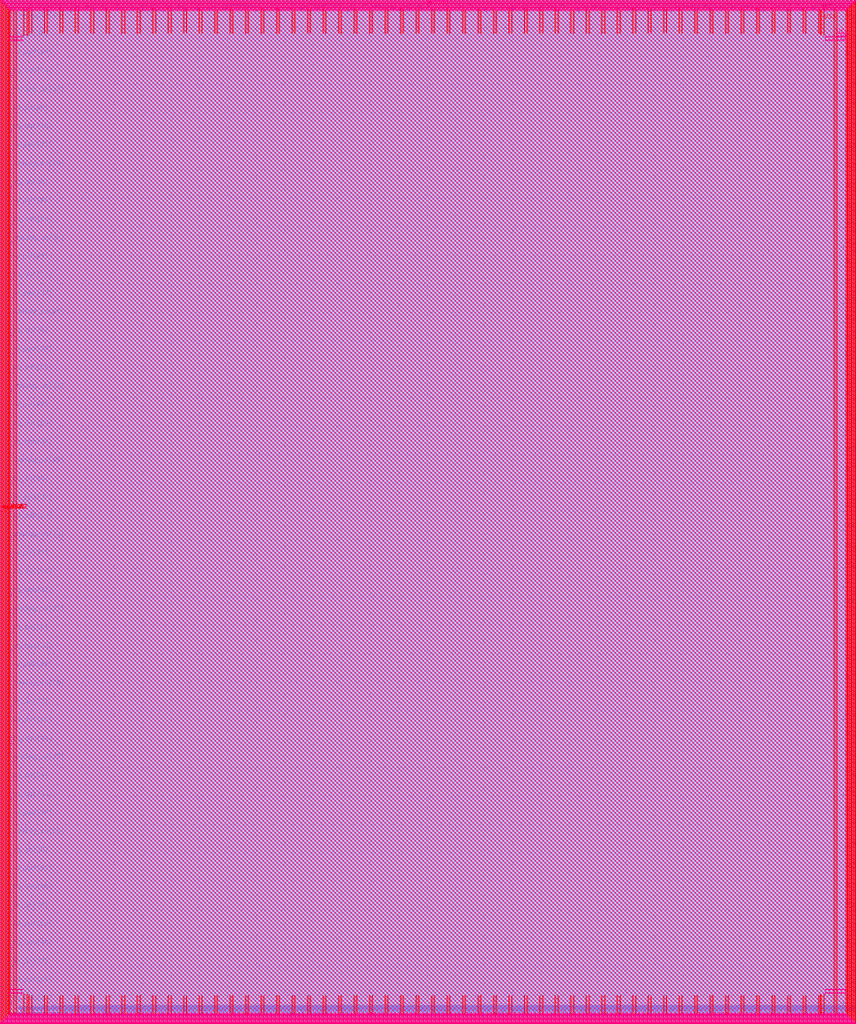
<source format=lef>
###############################################################
#  Generated by:      Cadence Innovus 20.13-s083_1
#  OS:                Linux x86_64(Host ID caddyxtra)
#  Generated on:      Fri Jun 25 00:49:19 2021
#  Design:            user_project_wrapper
#  Command:           write_lef_abstract -specifyTopLayer 6 -PGPinLayers {5 6} -noCutObs -stripePin results/user_project_wrapper.lef
###############################################################

VERSION 5.8 ;

BUSBITCHARS "[]" ;
DIVIDERCHAR "/" ;

MACRO user_project_wrapper
  CLASS BLOCK ;
  SIZE 3007.480000 BY 3596.520000 ;
  FOREIGN user_project_wrapper 0.000000 0.000000 ;
  ORIGIN 0 0 ;
  SYMMETRY X Y R90 ;
  PIN wb_clk_i
    DIRECTION INPUT ;
    USE SIGNAL ;
    ANTENNAPARTIALMETALAREA 0.7958 LAYER met2  ;
    ANTENNAPARTIALMETALSIDEAREA 3.871 LAYER met2  ;
    ANTENNAMODEL OXIDE1 ;
    ANTENNAGATEAREA 1.152 LAYER met2  ;
    ANTENNAMAXAREACAR 1.44008 LAYER met2  ;
    ANTENNAMAXSIDEAREACAR 5.29991 LAYER met2  ;
    ANTENNAMAXCUTCAR 0.0446181 LAYER via2  ;
    PORT
      LAYER met2 ;
        RECT 48.490000 32.600000 49.690000 39.800000 ;
    END
  END wb_clk_i
  PIN wb_rst_i
    DIRECTION INPUT ;
    USE SIGNAL ;
    ANTENNAPARTIALMETALAREA 3.992 LAYER met2  ;
    ANTENNAPARTIALMETALSIDEAREA 19.852 LAYER met2  ;
    ANTENNAMODEL OXIDE1 ;
    ANTENNAGATEAREA 0.213 LAYER met2  ;
    ANTENNAMAXAREACAR 19.7674 LAYER met2  ;
    ANTENNAMAXSIDEAREACAR 96.6361 LAYER met2  ;
    ANTENNAMAXCUTCAR 0.241315 LAYER via2  ;
    PORT
      LAYER met2 ;
        RECT 54.010000 32.600000 55.210000 39.800000 ;
    END
  END wb_rst_i
  PIN wbs_stb_i
    DIRECTION INPUT ;
    USE SIGNAL ;
    ANTENNAPARTIALMETALAREA 8.6861 LAYER met2  ;
    ANTENNAPARTIALMETALSIDEAREA 43.3125 LAYER met2  ;
    PORT
      LAYER met2 ;
        RECT 71.950000 32.600000 73.150000 39.800000 ;
    END
  END wbs_stb_i
  PIN wbs_cyc_i
    DIRECTION INPUT ;
    USE SIGNAL ;
    ANTENNAPARTIALMETALAREA 8.6889 LAYER met2  ;
    ANTENNAPARTIALMETALSIDEAREA 43.3265 LAYER met2  ;
    PORT
      LAYER met2 ;
        RECT 65.970000 32.600000 67.170000 39.800000 ;
    END
  END wbs_cyc_i
  PIN wbs_we_i
    DIRECTION INPUT ;
    USE SIGNAL ;
    ANTENNAPARTIALMETALAREA 8.6889 LAYER met2  ;
    ANTENNAPARTIALMETALSIDEAREA 43.3265 LAYER met2  ;
    PORT
      LAYER met2 ;
        RECT 77.930000 32.600000 79.130000 39.800000 ;
    END
  END wbs_we_i
  PIN wbs_sel_i[3]
    DIRECTION INPUT ;
    USE SIGNAL ;
    ANTENNAPARTIALMETALAREA 8.6203 LAYER met2  ;
    ANTENNAPARTIALMETALSIDEAREA 42.9835 LAYER met2  ;
    PORT
      LAYER met2 ;
        RECT 172.230000 32.600000 173.430000 39.800000 ;
    END
  END wbs_sel_i[3]
  PIN wbs_sel_i[2]
    DIRECTION INPUT ;
    USE SIGNAL ;
    ANTENNAPARTIALMETALAREA 8.6203 LAYER met2  ;
    ANTENNAPARTIALMETALSIDEAREA 42.9835 LAYER met2  ;
    PORT
      LAYER met2 ;
        RECT 148.770000 32.600000 149.970000 39.800000 ;
    END
  END wbs_sel_i[2]
  PIN wbs_sel_i[1]
    DIRECTION INPUT ;
    USE SIGNAL ;
    ANTENNAPARTIALMETALAREA 8.7491 LAYER met2  ;
    ANTENNAPARTIALMETALSIDEAREA 43.6275 LAYER met2  ;
    PORT
      LAYER met2 ;
        RECT 125.310000 32.600000 126.510000 39.800000 ;
    END
  END wbs_sel_i[1]
  PIN wbs_sel_i[0]
    DIRECTION INPUT ;
    USE SIGNAL ;
    ANTENNAPARTIALMETALAREA 8.6203 LAYER met2  ;
    ANTENNAPARTIALMETALSIDEAREA 42.9835 LAYER met2  ;
    PORT
      LAYER met2 ;
        RECT 101.390000 32.600000 102.590000 39.800000 ;
    END
  END wbs_sel_i[0]
  PIN wbs_dat_i[31]
    DIRECTION INPUT ;
    USE SIGNAL ;
    ANTENNAPARTIALMETALAREA 8.6203 LAYER met2  ;
    ANTENNAPARTIALMETALSIDEAREA 42.9835 LAYER met2  ;
    PORT
      LAYER met2 ;
        RECT 663.050000 32.600000 664.250000 39.800000 ;
    END
  END wbs_dat_i[31]
  PIN wbs_dat_i[30]
    DIRECTION INPUT ;
    USE SIGNAL ;
    ANTENNAPARTIALMETALAREA 8.7435 LAYER met2  ;
    ANTENNAPARTIALMETALSIDEAREA 43.5995 LAYER met2  ;
    PORT
      LAYER met2 ;
        RECT 645.110000 32.600000 646.310000 39.800000 ;
    END
  END wbs_dat_i[30]
  PIN wbs_dat_i[29]
    DIRECTION INPUT ;
    USE SIGNAL ;
    ANTENNAPARTIALMETALAREA 8.6203 LAYER met2  ;
    ANTENNAPARTIALMETALSIDEAREA 42.9835 LAYER met2  ;
    PORT
      LAYER met2 ;
        RECT 627.630000 32.600000 628.830000 39.800000 ;
    END
  END wbs_dat_i[29]
  PIN wbs_dat_i[28]
    DIRECTION INPUT ;
    USE SIGNAL ;
    ANTENNAPARTIALMETALAREA 8.6203 LAYER met2  ;
    ANTENNAPARTIALMETALSIDEAREA 42.9835 LAYER met2  ;
    PORT
      LAYER met2 ;
        RECT 609.690000 32.600000 610.890000 39.800000 ;
    END
  END wbs_dat_i[28]
  PIN wbs_dat_i[27]
    DIRECTION INPUT ;
    USE SIGNAL ;
    ANTENNAPARTIALMETALAREA 8.6203 LAYER met2  ;
    ANTENNAPARTIALMETALSIDEAREA 42.9835 LAYER met2  ;
    PORT
      LAYER met2 ;
        RECT 592.210000 32.600000 593.410000 39.800000 ;
    END
  END wbs_dat_i[27]
  PIN wbs_dat_i[26]
    DIRECTION INPUT ;
    USE SIGNAL ;
    ANTENNAPARTIALMETALAREA 8.5699 LAYER met2  ;
    ANTENNAPARTIALMETALSIDEAREA 42.7315 LAYER met2  ;
    PORT
      LAYER met2 ;
        RECT 574.270000 32.600000 575.470000 39.800000 ;
    END
  END wbs_dat_i[26]
  PIN wbs_dat_i[25]
    DIRECTION INPUT ;
    USE SIGNAL ;
    ANTENNAPARTIALMETALAREA 8.6203 LAYER met2  ;
    ANTENNAPARTIALMETALSIDEAREA 42.9835 LAYER met2  ;
    PORT
      LAYER met2 ;
        RECT 556.790000 32.600000 557.990000 39.800000 ;
    END
  END wbs_dat_i[25]
  PIN wbs_dat_i[24]
    DIRECTION INPUT ;
    USE SIGNAL ;
    ANTENNAPARTIALMETALAREA 8.6203 LAYER met2  ;
    ANTENNAPARTIALMETALSIDEAREA 42.9835 LAYER met2  ;
    PORT
      LAYER met2 ;
        RECT 538.850000 32.600000 540.050000 39.800000 ;
    END
  END wbs_dat_i[24]
  PIN wbs_dat_i[23]
    DIRECTION INPUT ;
    USE SIGNAL ;
    ANTENNAPARTIALMETALAREA 8.6833 LAYER met2  ;
    ANTENNAPARTIALMETALSIDEAREA 43.2985 LAYER met2  ;
    PORT
      LAYER met2 ;
        RECT 521.370000 32.600000 522.570000 39.800000 ;
    END
  END wbs_dat_i[23]
  PIN wbs_dat_i[22]
    DIRECTION INPUT ;
    USE SIGNAL ;
    ANTENNAPARTIALMETALAREA 8.6203 LAYER met2  ;
    ANTENNAPARTIALMETALSIDEAREA 42.9835 LAYER met2  ;
    PORT
      LAYER met2 ;
        RECT 503.430000 32.600000 504.630000 39.800000 ;
    END
  END wbs_dat_i[22]
  PIN wbs_dat_i[21]
    DIRECTION INPUT ;
    USE SIGNAL ;
    ANTENNAPARTIALMETALAREA 8.6203 LAYER met2  ;
    ANTENNAPARTIALMETALSIDEAREA 42.9835 LAYER met2  ;
    PORT
      LAYER met2 ;
        RECT 485.490000 32.600000 486.690000 39.800000 ;
    END
  END wbs_dat_i[21]
  PIN wbs_dat_i[20]
    DIRECTION INPUT ;
    USE SIGNAL ;
    ANTENNAPARTIALMETALAREA 8.7435 LAYER met2  ;
    ANTENNAPARTIALMETALSIDEAREA 43.5995 LAYER met2  ;
    PORT
      LAYER met2 ;
        RECT 468.010000 32.600000 469.210000 39.800000 ;
    END
  END wbs_dat_i[20]
  PIN wbs_dat_i[19]
    DIRECTION INPUT ;
    USE SIGNAL ;
    ANTENNAPARTIALMETALAREA 8.6413 LAYER met2  ;
    ANTENNAPARTIALMETALSIDEAREA 43.0885 LAYER met2  ;
    PORT
      LAYER met2 ;
        RECT 450.070000 32.600000 451.270000 39.800000 ;
    END
  END wbs_dat_i[19]
  PIN wbs_dat_i[18]
    DIRECTION INPUT ;
    USE SIGNAL ;
    ANTENNAPARTIALMETALAREA 8.6203 LAYER met2  ;
    ANTENNAPARTIALMETALSIDEAREA 42.9835 LAYER met2  ;
    PORT
      LAYER met2 ;
        RECT 432.590000 32.600000 433.790000 39.800000 ;
    END
  END wbs_dat_i[18]
  PIN wbs_dat_i[17]
    DIRECTION INPUT ;
    USE SIGNAL ;
    ANTENNAPARTIALMETALAREA 8.6203 LAYER met2  ;
    ANTENNAPARTIALMETALSIDEAREA 42.9835 LAYER met2  ;
    PORT
      LAYER met2 ;
        RECT 414.650000 32.600000 415.850000 39.800000 ;
    END
  END wbs_dat_i[17]
  PIN wbs_dat_i[16]
    DIRECTION INPUT ;
    USE SIGNAL ;
    ANTENNAPARTIALMETALAREA 8.6203 LAYER met2  ;
    ANTENNAPARTIALMETALSIDEAREA 42.9835 LAYER met2  ;
    PORT
      LAYER met2 ;
        RECT 397.170000 32.600000 398.370000 39.800000 ;
    END
  END wbs_dat_i[16]
  PIN wbs_dat_i[15]
    DIRECTION INPUT ;
    USE SIGNAL ;
    ANTENNAPARTIALMETALAREA 8.6203 LAYER met2  ;
    ANTENNAPARTIALMETALSIDEAREA 42.9835 LAYER met2  ;
    PORT
      LAYER met2 ;
        RECT 379.230000 32.600000 380.430000 39.800000 ;
    END
  END wbs_dat_i[15]
  PIN wbs_dat_i[14]
    DIRECTION INPUT ;
    USE SIGNAL ;
    ANTENNAPARTIALMETALAREA 8.8779 LAYER met2  ;
    ANTENNAPARTIALMETALSIDEAREA 44.2715 LAYER met2  ;
    PORT
      LAYER met2 ;
        RECT 361.750000 32.600000 362.950000 39.800000 ;
    END
  END wbs_dat_i[14]
  PIN wbs_dat_i[13]
    DIRECTION INPUT ;
    USE SIGNAL ;
    ANTENNAPARTIALMETALAREA 8.7435 LAYER met2  ;
    ANTENNAPARTIALMETALSIDEAREA 43.5995 LAYER met2  ;
    PORT
      LAYER met2 ;
        RECT 343.810000 32.600000 345.010000 39.800000 ;
    END
  END wbs_dat_i[13]
  PIN wbs_dat_i[12]
    DIRECTION INPUT ;
    USE SIGNAL ;
    ANTENNAPARTIALMETALAREA 8.6847 LAYER met2  ;
    ANTENNAPARTIALMETALSIDEAREA 43.3055 LAYER met2  ;
    PORT
      LAYER met2 ;
        RECT 325.870000 32.600000 327.070000 39.800000 ;
    END
  END wbs_dat_i[12]
  PIN wbs_dat_i[11]
    DIRECTION INPUT ;
    USE SIGNAL ;
    ANTENNAPARTIALMETALAREA 8.6833 LAYER met2  ;
    ANTENNAPARTIALMETALSIDEAREA 43.2985 LAYER met2  ;
    PORT
      LAYER met2 ;
        RECT 308.390000 32.600000 309.590000 39.800000 ;
    END
  END wbs_dat_i[11]
  PIN wbs_dat_i[10]
    DIRECTION INPUT ;
    USE SIGNAL ;
    ANTENNAPARTIALMETALAREA 8.6203 LAYER met2  ;
    ANTENNAPARTIALMETALSIDEAREA 42.9835 LAYER met2  ;
    PORT
      LAYER met2 ;
        RECT 290.450000 32.600000 291.650000 39.800000 ;
    END
  END wbs_dat_i[10]
  PIN wbs_dat_i[9]
    DIRECTION INPUT ;
    USE SIGNAL ;
    ANTENNAPARTIALMETALAREA 8.6203 LAYER met2  ;
    ANTENNAPARTIALMETALSIDEAREA 42.9835 LAYER met2  ;
    PORT
      LAYER met2 ;
        RECT 272.970000 32.600000 274.170000 39.800000 ;
    END
  END wbs_dat_i[9]
  PIN wbs_dat_i[8]
    DIRECTION INPUT ;
    USE SIGNAL ;
    ANTENNAPARTIALMETALAREA 8.6203 LAYER met2  ;
    ANTENNAPARTIALMETALSIDEAREA 42.9835 LAYER met2  ;
    PORT
      LAYER met2 ;
        RECT 255.030000 32.600000 256.230000 39.800000 ;
    END
  END wbs_dat_i[8]
  PIN wbs_dat_i[7]
    DIRECTION INPUT ;
    USE SIGNAL ;
    ANTENNAPARTIALMETALAREA 8.6203 LAYER met2  ;
    ANTENNAPARTIALMETALSIDEAREA 42.9835 LAYER met2  ;
    PORT
      LAYER met2 ;
        RECT 237.550000 32.600000 238.750000 39.800000 ;
    END
  END wbs_dat_i[7]
  PIN wbs_dat_i[6]
    DIRECTION INPUT ;
    USE SIGNAL ;
    ANTENNAPARTIALMETALAREA 8.6203 LAYER met2  ;
    ANTENNAPARTIALMETALSIDEAREA 42.9835 LAYER met2  ;
    PORT
      LAYER met2 ;
        RECT 219.610000 32.600000 220.810000 39.800000 ;
    END
  END wbs_dat_i[6]
  PIN wbs_dat_i[5]
    DIRECTION INPUT ;
    USE SIGNAL ;
    ANTENNAPARTIALMETALAREA 8.6203 LAYER met2  ;
    ANTENNAPARTIALMETALSIDEAREA 42.9835 LAYER met2  ;
    PORT
      LAYER met2 ;
        RECT 202.130000 32.600000 203.330000 39.800000 ;
    END
  END wbs_dat_i[5]
  PIN wbs_dat_i[4]
    DIRECTION INPUT ;
    USE SIGNAL ;
    ANTENNAPARTIALMETALAREA 8.8051 LAYER met2  ;
    ANTENNAPARTIALMETALSIDEAREA 43.9075 LAYER met2  ;
    PORT
      LAYER met2 ;
        RECT 184.190000 32.600000 185.390000 39.800000 ;
    END
  END wbs_dat_i[4]
  PIN wbs_dat_i[3]
    DIRECTION INPUT ;
    USE SIGNAL ;
    ANTENNAPARTIALMETALAREA 8.5293 LAYER met2  ;
    ANTENNAPARTIALMETALSIDEAREA 42.5285 LAYER met2  ;
    PORT
      LAYER met2 ;
        RECT 160.730000 32.600000 161.930000 39.800000 ;
    END
  END wbs_dat_i[3]
  PIN wbs_dat_i[2]
    DIRECTION INPUT ;
    USE SIGNAL ;
    ANTENNAPARTIALMETALAREA 8.6203 LAYER met2  ;
    ANTENNAPARTIALMETALSIDEAREA 42.9835 LAYER met2  ;
    PORT
      LAYER met2 ;
        RECT 136.810000 32.600000 138.010000 39.800000 ;
    END
  END wbs_dat_i[2]
  PIN wbs_dat_i[1]
    DIRECTION INPUT ;
    USE SIGNAL ;
    ANTENNAPARTIALMETALAREA 8.6889 LAYER met2  ;
    ANTENNAPARTIALMETALSIDEAREA 43.3265 LAYER met2  ;
    PORT
      LAYER met2 ;
        RECT 113.350000 32.600000 114.550000 39.800000 ;
    END
  END wbs_dat_i[1]
  PIN wbs_dat_i[0]
    DIRECTION INPUT ;
    USE SIGNAL ;
    ANTENNAPARTIALMETALAREA 8.6203 LAYER met2  ;
    ANTENNAPARTIALMETALSIDEAREA 42.9835 LAYER met2  ;
    PORT
      LAYER met2 ;
        RECT 89.430000 32.600000 90.630000 39.800000 ;
    END
  END wbs_dat_i[0]
  PIN wbs_adr_i[31]
    DIRECTION INPUT ;
    USE SIGNAL ;
    ANTENNAPARTIALMETALAREA 8.6203 LAYER met2  ;
    ANTENNAPARTIALMETALSIDEAREA 42.9835 LAYER met2  ;
    PORT
      LAYER met2 ;
        RECT 657.070000 32.600000 658.270000 39.800000 ;
    END
  END wbs_adr_i[31]
  PIN wbs_adr_i[30]
    DIRECTION INPUT ;
    USE SIGNAL ;
    ANTENNAPARTIALMETALAREA 8.6203 LAYER met2  ;
    ANTENNAPARTIALMETALSIDEAREA 42.9835 LAYER met2  ;
    PORT
      LAYER met2 ;
        RECT 639.590000 32.600000 640.790000 39.800000 ;
    END
  END wbs_adr_i[30]
  PIN wbs_adr_i[29]
    DIRECTION INPUT ;
    USE SIGNAL ;
    ANTENNAPARTIALMETALAREA 8.6203 LAYER met2  ;
    ANTENNAPARTIALMETALSIDEAREA 42.9835 LAYER met2  ;
    PORT
      LAYER met2 ;
        RECT 621.650000 32.600000 622.850000 39.800000 ;
    END
  END wbs_adr_i[29]
  PIN wbs_adr_i[28]
    DIRECTION INPUT ;
    USE SIGNAL ;
    ANTENNAPARTIALMETALAREA 8.6203 LAYER met2  ;
    ANTENNAPARTIALMETALSIDEAREA 42.9835 LAYER met2  ;
    PORT
      LAYER met2 ;
        RECT 603.710000 32.600000 604.910000 39.800000 ;
    END
  END wbs_adr_i[28]
  PIN wbs_adr_i[27]
    DIRECTION INPUT ;
    USE SIGNAL ;
    ANTENNAPARTIALMETALAREA 8.6847 LAYER met2  ;
    ANTENNAPARTIALMETALSIDEAREA 43.3055 LAYER met2  ;
    PORT
      LAYER met2 ;
        RECT 586.230000 32.600000 587.430000 39.800000 ;
    END
  END wbs_adr_i[27]
  PIN wbs_adr_i[26]
    DIRECTION INPUT ;
    USE SIGNAL ;
    ANTENNAPARTIALMETALAREA 8.6203 LAYER met2  ;
    ANTENNAPARTIALMETALSIDEAREA 42.9835 LAYER met2  ;
    PORT
      LAYER met2 ;
        RECT 568.290000 32.600000 569.490000 39.800000 ;
    END
  END wbs_adr_i[26]
  PIN wbs_adr_i[25]
    DIRECTION INPUT ;
    USE SIGNAL ;
    ANTENNAPARTIALMETALAREA 8.6203 LAYER met2  ;
    ANTENNAPARTIALMETALSIDEAREA 42.9835 LAYER met2  ;
    PORT
      LAYER met2 ;
        RECT 550.810000 32.600000 552.010000 39.800000 ;
    END
  END wbs_adr_i[25]
  PIN wbs_adr_i[24]
    DIRECTION INPUT ;
    USE SIGNAL ;
    ANTENNAPARTIALMETALAREA 8.7435 LAYER met2  ;
    ANTENNAPARTIALMETALSIDEAREA 43.5995 LAYER met2  ;
    PORT
      LAYER met2 ;
        RECT 532.870000 32.600000 534.070000 39.800000 ;
    END
  END wbs_adr_i[24]
  PIN wbs_adr_i[23]
    DIRECTION INPUT ;
    USE SIGNAL ;
    ANTENNAPARTIALMETALAREA 8.6203 LAYER met2  ;
    ANTENNAPARTIALMETALSIDEAREA 42.9835 LAYER met2  ;
    PORT
      LAYER met2 ;
        RECT 515.390000 32.600000 516.590000 39.800000 ;
    END
  END wbs_adr_i[23]
  PIN wbs_adr_i[22]
    DIRECTION INPUT ;
    USE SIGNAL ;
    ANTENNAPARTIALMETALAREA 8.6203 LAYER met2  ;
    ANTENNAPARTIALMETALSIDEAREA 42.9835 LAYER met2  ;
    PORT
      LAYER met2 ;
        RECT 497.450000 32.600000 498.650000 39.800000 ;
    END
  END wbs_adr_i[22]
  PIN wbs_adr_i[21]
    DIRECTION INPUT ;
    USE SIGNAL ;
    ANTENNAPARTIALMETALAREA 8.6203 LAYER met2  ;
    ANTENNAPARTIALMETALSIDEAREA 42.9835 LAYER met2  ;
    PORT
      LAYER met2 ;
        RECT 479.970000 32.600000 481.170000 39.800000 ;
    END
  END wbs_adr_i[21]
  PIN wbs_adr_i[20]
    DIRECTION INPUT ;
    USE SIGNAL ;
    ANTENNAPARTIALMETALAREA 8.6203 LAYER met2  ;
    ANTENNAPARTIALMETALSIDEAREA 42.9835 LAYER met2  ;
    PORT
      LAYER met2 ;
        RECT 462.030000 32.600000 463.230000 39.800000 ;
    END
  END wbs_adr_i[20]
  PIN wbs_adr_i[19]
    DIRECTION INPUT ;
    USE SIGNAL ;
    ANTENNAPARTIALMETALAREA 8.6203 LAYER met2  ;
    ANTENNAPARTIALMETALSIDEAREA 42.9835 LAYER met2  ;
    PORT
      LAYER met2 ;
        RECT 444.090000 32.600000 445.290000 39.800000 ;
    END
  END wbs_adr_i[19]
  PIN wbs_adr_i[18]
    DIRECTION INPUT ;
    USE SIGNAL ;
    ANTENNAPARTIALMETALAREA 8.6203 LAYER met2  ;
    ANTENNAPARTIALMETALSIDEAREA 42.9835 LAYER met2  ;
    PORT
      LAYER met2 ;
        RECT 426.610000 32.600000 427.810000 39.800000 ;
    END
  END wbs_adr_i[18]
  PIN wbs_adr_i[17]
    DIRECTION INPUT ;
    USE SIGNAL ;
    ANTENNAPARTIALMETALAREA 8.6847 LAYER met2  ;
    ANTENNAPARTIALMETALSIDEAREA 43.3055 LAYER met2  ;
    PORT
      LAYER met2 ;
        RECT 408.670000 32.600000 409.870000 39.800000 ;
    END
  END wbs_adr_i[17]
  PIN wbs_adr_i[16]
    DIRECTION INPUT ;
    USE SIGNAL ;
    ANTENNAPARTIALMETALAREA 8.6203 LAYER met2  ;
    ANTENNAPARTIALMETALSIDEAREA 42.9835 LAYER met2  ;
    PORT
      LAYER met2 ;
        RECT 391.190000 32.600000 392.390000 39.800000 ;
    END
  END wbs_adr_i[16]
  PIN wbs_adr_i[15]
    DIRECTION INPUT ;
    USE SIGNAL ;
    ANTENNAPARTIALMETALAREA 8.7491 LAYER met2  ;
    ANTENNAPARTIALMETALSIDEAREA 43.6275 LAYER met2  ;
    PORT
      LAYER met2 ;
        RECT 373.250000 32.600000 374.450000 39.800000 ;
    END
  END wbs_adr_i[15]
  PIN wbs_adr_i[14]
    DIRECTION INPUT ;
    USE SIGNAL ;
    ANTENNAPARTIALMETALAREA 8.7435 LAYER met2  ;
    ANTENNAPARTIALMETALSIDEAREA 43.5995 LAYER met2  ;
    PORT
      LAYER met2 ;
        RECT 355.770000 32.600000 356.970000 39.800000 ;
    END
  END wbs_adr_i[14]
  PIN wbs_adr_i[13]
    DIRECTION INPUT ;
    USE SIGNAL ;
    ANTENNAPARTIALMETALAREA 8.6203 LAYER met2  ;
    ANTENNAPARTIALMETALSIDEAREA 42.9835 LAYER met2  ;
    PORT
      LAYER met2 ;
        RECT 337.830000 32.600000 339.030000 39.800000 ;
    END
  END wbs_adr_i[13]
  PIN wbs_adr_i[12]
    DIRECTION INPUT ;
    USE SIGNAL ;
    ANTENNAPARTIALMETALAREA 8.6889 LAYER met2  ;
    ANTENNAPARTIALMETALSIDEAREA 43.3265 LAYER met2  ;
    PORT
      LAYER met2 ;
        RECT 320.350000 32.600000 321.550000 39.800000 ;
    END
  END wbs_adr_i[12]
  PIN wbs_adr_i[11]
    DIRECTION INPUT ;
    USE SIGNAL ;
    ANTENNAPARTIALMETALAREA 8.6203 LAYER met2  ;
    ANTENNAPARTIALMETALSIDEAREA 42.9835 LAYER met2  ;
    PORT
      LAYER met2 ;
        RECT 302.410000 32.600000 303.610000 39.800000 ;
    END
  END wbs_adr_i[11]
  PIN wbs_adr_i[10]
    DIRECTION INPUT ;
    USE SIGNAL ;
    ANTENNAPARTIALMETALAREA 8.6889 LAYER met2  ;
    ANTENNAPARTIALMETALSIDEAREA 43.3265 LAYER met2  ;
    PORT
      LAYER met2 ;
        RECT 284.930000 32.600000 286.130000 39.800000 ;
    END
  END wbs_adr_i[10]
  PIN wbs_adr_i[9]
    DIRECTION INPUT ;
    USE SIGNAL ;
    ANTENNAPARTIALMETALAREA 8.6203 LAYER met2  ;
    ANTENNAPARTIALMETALSIDEAREA 42.9835 LAYER met2  ;
    PORT
      LAYER met2 ;
        RECT 266.990000 32.600000 268.190000 39.800000 ;
    END
  END wbs_adr_i[9]
  PIN wbs_adr_i[8]
    DIRECTION INPUT ;
    USE SIGNAL ;
    ANTENNAPARTIALMETALAREA 8.6833 LAYER met2  ;
    ANTENNAPARTIALMETALSIDEAREA 43.2985 LAYER met2  ;
    PORT
      LAYER met2 ;
        RECT 249.050000 32.600000 250.250000 39.800000 ;
    END
  END wbs_adr_i[8]
  PIN wbs_adr_i[7]
    DIRECTION INPUT ;
    USE SIGNAL ;
    ANTENNAPARTIALMETALAREA 8.6203 LAYER met2  ;
    ANTENNAPARTIALMETALSIDEAREA 42.9835 LAYER met2  ;
    PORT
      LAYER met2 ;
        RECT 231.570000 32.600000 232.770000 39.800000 ;
    END
  END wbs_adr_i[7]
  PIN wbs_adr_i[6]
    DIRECTION INPUT ;
    USE SIGNAL ;
    ANTENNAPARTIALMETALAREA 8.6203 LAYER met2  ;
    ANTENNAPARTIALMETALSIDEAREA 42.9835 LAYER met2  ;
    PORT
      LAYER met2 ;
        RECT 213.630000 32.600000 214.830000 39.800000 ;
    END
  END wbs_adr_i[6]
  PIN wbs_adr_i[5]
    DIRECTION INPUT ;
    USE SIGNAL ;
    ANTENNAPARTIALMETALAREA 8.7505 LAYER met2  ;
    ANTENNAPARTIALMETALSIDEAREA 43.6345 LAYER met2  ;
    PORT
      LAYER met2 ;
        RECT 196.150000 32.600000 197.350000 39.800000 ;
    END
  END wbs_adr_i[5]
  PIN wbs_adr_i[4]
    DIRECTION INPUT ;
    USE SIGNAL ;
    ANTENNAPARTIALMETALAREA 8.6203 LAYER met2  ;
    ANTENNAPARTIALMETALSIDEAREA 42.9835 LAYER met2  ;
    PORT
      LAYER met2 ;
        RECT 178.210000 32.600000 179.410000 39.800000 ;
    END
  END wbs_adr_i[4]
  PIN wbs_adr_i[3]
    DIRECTION INPUT ;
    USE SIGNAL ;
    ANTENNAPARTIALMETALAREA 8.9759 LAYER met2  ;
    ANTENNAPARTIALMETALSIDEAREA 44.7615 LAYER met2  ;
    PORT
      LAYER met2 ;
        RECT 154.750000 32.600000 155.950000 39.800000 ;
    END
  END wbs_adr_i[3]
  PIN wbs_adr_i[2]
    DIRECTION INPUT ;
    USE SIGNAL ;
    ANTENNAPARTIALMETALAREA 8.6833 LAYER met2  ;
    ANTENNAPARTIALMETALSIDEAREA 43.2985 LAYER met2  ;
    PORT
      LAYER met2 ;
        RECT 130.830000 32.600000 132.030000 39.800000 ;
    END
  END wbs_adr_i[2]
  PIN wbs_adr_i[1]
    DIRECTION INPUT ;
    USE SIGNAL ;
    ANTENNAPARTIALMETALAREA 8.6889 LAYER met2  ;
    ANTENNAPARTIALMETALSIDEAREA 43.3265 LAYER met2  ;
    PORT
      LAYER met2 ;
        RECT 107.370000 32.600000 108.570000 39.800000 ;
    END
  END wbs_adr_i[1]
  PIN wbs_adr_i[0]
    DIRECTION INPUT ;
    USE SIGNAL ;
    ANTENNAPARTIALMETALAREA 8.8135 LAYER met2  ;
    ANTENNAPARTIALMETALSIDEAREA 43.9495 LAYER met2  ;
    PORT
      LAYER met2 ;
        RECT 83.910000 32.600000 85.110000 39.800000 ;
    END
  END wbs_adr_i[0]
  PIN wbs_ack_o
    DIRECTION OUTPUT ;
    USE SIGNAL ;
    PORT
      LAYER met2 ;
        RECT 59.990000 32.600000 61.190000 39.800000 ;
    END
  END wbs_ack_o
  PIN wbs_dat_o[31]
    DIRECTION OUTPUT ;
    USE SIGNAL ;
    PORT
      LAYER met2 ;
        RECT 669.030000 32.600000 670.230000 39.800000 ;
    END
  END wbs_dat_o[31]
  PIN wbs_dat_o[30]
    DIRECTION OUTPUT ;
    USE SIGNAL ;
    PORT
      LAYER met2 ;
        RECT 651.090000 32.600000 652.290000 39.800000 ;
    END
  END wbs_dat_o[30]
  PIN wbs_dat_o[29]
    DIRECTION OUTPUT ;
    USE SIGNAL ;
    PORT
      LAYER met2 ;
        RECT 633.610000 32.600000 634.810000 39.800000 ;
    END
  END wbs_dat_o[29]
  PIN wbs_dat_o[28]
    DIRECTION OUTPUT ;
    USE SIGNAL ;
    PORT
      LAYER met2 ;
        RECT 615.670000 32.600000 616.870000 39.800000 ;
    END
  END wbs_dat_o[28]
  PIN wbs_dat_o[27]
    DIRECTION OUTPUT ;
    USE SIGNAL ;
    PORT
      LAYER met2 ;
        RECT 598.190000 32.600000 599.390000 39.800000 ;
    END
  END wbs_dat_o[27]
  PIN wbs_dat_o[26]
    DIRECTION OUTPUT ;
    USE SIGNAL ;
    PORT
      LAYER met2 ;
        RECT 580.250000 32.600000 581.450000 39.800000 ;
    END
  END wbs_dat_o[26]
  PIN wbs_dat_o[25]
    DIRECTION OUTPUT ;
    USE SIGNAL ;
    PORT
      LAYER met2 ;
        RECT 562.310000 32.600000 563.510000 39.800000 ;
    END
  END wbs_dat_o[25]
  PIN wbs_dat_o[24]
    DIRECTION OUTPUT ;
    USE SIGNAL ;
    PORT
      LAYER met2 ;
        RECT 544.830000 32.600000 546.030000 39.800000 ;
    END
  END wbs_dat_o[24]
  PIN wbs_dat_o[23]
    DIRECTION OUTPUT ;
    USE SIGNAL ;
    PORT
      LAYER met2 ;
        RECT 526.890000 32.600000 528.090000 39.800000 ;
    END
  END wbs_dat_o[23]
  PIN wbs_dat_o[22]
    DIRECTION OUTPUT ;
    USE SIGNAL ;
    PORT
      LAYER met2 ;
        RECT 509.410000 32.600000 510.610000 39.800000 ;
    END
  END wbs_dat_o[22]
  PIN wbs_dat_o[21]
    DIRECTION OUTPUT ;
    USE SIGNAL ;
    PORT
      LAYER met2 ;
        RECT 491.470000 32.600000 492.670000 39.800000 ;
    END
  END wbs_dat_o[21]
  PIN wbs_dat_o[20]
    DIRECTION OUTPUT ;
    USE SIGNAL ;
    PORT
      LAYER met2 ;
        RECT 473.990000 32.600000 475.190000 39.800000 ;
    END
  END wbs_dat_o[20]
  PIN wbs_dat_o[19]
    DIRECTION OUTPUT ;
    USE SIGNAL ;
    PORT
      LAYER met2 ;
        RECT 456.050000 32.600000 457.250000 39.800000 ;
    END
  END wbs_dat_o[19]
  PIN wbs_dat_o[18]
    DIRECTION OUTPUT ;
    USE SIGNAL ;
    PORT
      LAYER met2 ;
        RECT 438.570000 32.600000 439.770000 39.800000 ;
    END
  END wbs_dat_o[18]
  PIN wbs_dat_o[17]
    DIRECTION OUTPUT ;
    USE SIGNAL ;
    PORT
      LAYER met2 ;
        RECT 420.630000 32.600000 421.830000 39.800000 ;
    END
  END wbs_dat_o[17]
  PIN wbs_dat_o[16]
    DIRECTION OUTPUT ;
    USE SIGNAL ;
    PORT
      LAYER met2 ;
        RECT 403.150000 32.600000 404.350000 39.800000 ;
    END
  END wbs_dat_o[16]
  PIN wbs_dat_o[15]
    DIRECTION OUTPUT ;
    USE SIGNAL ;
    PORT
      LAYER met2 ;
        RECT 385.210000 32.600000 386.410000 39.800000 ;
    END
  END wbs_dat_o[15]
  PIN wbs_dat_o[14]
    DIRECTION OUTPUT ;
    USE SIGNAL ;
    PORT
      LAYER met2 ;
        RECT 367.270000 32.600000 368.470000 39.800000 ;
    END
  END wbs_dat_o[14]
  PIN wbs_dat_o[13]
    DIRECTION OUTPUT ;
    USE SIGNAL ;
    PORT
      LAYER met2 ;
        RECT 349.790000 32.600000 350.990000 39.800000 ;
    END
  END wbs_dat_o[13]
  PIN wbs_dat_o[12]
    DIRECTION OUTPUT ;
    USE SIGNAL ;
    PORT
      LAYER met2 ;
        RECT 331.850000 32.600000 333.050000 39.800000 ;
    END
  END wbs_dat_o[12]
  PIN wbs_dat_o[11]
    DIRECTION OUTPUT ;
    USE SIGNAL ;
    PORT
      LAYER met2 ;
        RECT 314.370000 32.600000 315.570000 39.800000 ;
    END
  END wbs_dat_o[11]
  PIN wbs_dat_o[10]
    DIRECTION OUTPUT ;
    USE SIGNAL ;
    PORT
      LAYER met2 ;
        RECT 296.430000 32.600000 297.630000 39.800000 ;
    END
  END wbs_dat_o[10]
  PIN wbs_dat_o[9]
    DIRECTION OUTPUT ;
    USE SIGNAL ;
    PORT
      LAYER met2 ;
        RECT 278.950000 32.600000 280.150000 39.800000 ;
    END
  END wbs_dat_o[9]
  PIN wbs_dat_o[8]
    DIRECTION OUTPUT ;
    USE SIGNAL ;
    PORT
      LAYER met2 ;
        RECT 261.010000 32.600000 262.210000 39.800000 ;
    END
  END wbs_dat_o[8]
  PIN wbs_dat_o[7]
    DIRECTION OUTPUT ;
    USE SIGNAL ;
    PORT
      LAYER met2 ;
        RECT 243.530000 32.600000 244.730000 39.800000 ;
    END
  END wbs_dat_o[7]
  PIN wbs_dat_o[6]
    DIRECTION OUTPUT ;
    USE SIGNAL ;
    PORT
      LAYER met2 ;
        RECT 225.590000 32.600000 226.790000 39.800000 ;
    END
  END wbs_dat_o[6]
  PIN wbs_dat_o[5]
    DIRECTION OUTPUT ;
    USE SIGNAL ;
    PORT
      LAYER met2 ;
        RECT 207.650000 32.600000 208.850000 39.800000 ;
    END
  END wbs_dat_o[5]
  PIN wbs_dat_o[4]
    DIRECTION OUTPUT ;
    USE SIGNAL ;
    PORT
      LAYER met2 ;
        RECT 190.170000 32.600000 191.370000 39.800000 ;
    END
  END wbs_dat_o[4]
  PIN wbs_dat_o[3]
    DIRECTION OUTPUT ;
    USE SIGNAL ;
    PORT
      LAYER met2 ;
        RECT 166.710000 32.600000 167.910000 39.800000 ;
    END
  END wbs_dat_o[3]
  PIN wbs_dat_o[2]
    DIRECTION OUTPUT ;
    USE SIGNAL ;
    PORT
      LAYER met2 ;
        RECT 142.790000 32.600000 143.990000 39.800000 ;
    END
  END wbs_dat_o[2]
  PIN wbs_dat_o[1]
    DIRECTION OUTPUT ;
    USE SIGNAL ;
    PORT
      LAYER met2 ;
        RECT 119.330000 32.600000 120.530000 39.800000 ;
    END
  END wbs_dat_o[1]
  PIN wbs_dat_o[0]
    DIRECTION OUTPUT ;
    USE SIGNAL ;
    PORT
      LAYER met2 ;
        RECT 95.410000 32.600000 96.610000 39.800000 ;
    END
  END wbs_dat_o[0]
  PIN la_data_in[127]
    DIRECTION INPUT ;
    USE SIGNAL ;
    ANTENNAPARTIALMETALAREA 8.8735 LAYER met2  ;
    ANTENNAPARTIALMETALSIDEAREA 44.1315 LAYER met2  ;
    PORT
      LAYER met2 ;
        RECT 2927.170000 32.600000 2928.370000 39.800000 ;
    END
  END la_data_in[127]
  PIN la_data_in[126]
    DIRECTION INPUT ;
    USE SIGNAL ;
    ANTENNAPARTIALMETALAREA 8.6413 LAYER met2  ;
    ANTENNAPARTIALMETALSIDEAREA 43.0885 LAYER met2  ;
    PORT
      LAYER met2 ;
        RECT 2909.230000 32.600000 2910.430000 39.800000 ;
    END
  END la_data_in[126]
  PIN la_data_in[125]
    DIRECTION INPUT ;
    USE SIGNAL ;
    ANTENNAPARTIALMETALAREA 8.6203 LAYER met2  ;
    ANTENNAPARTIALMETALSIDEAREA 42.9835 LAYER met2  ;
    PORT
      LAYER met2 ;
        RECT 2891.290000 32.600000 2892.490000 39.800000 ;
    END
  END la_data_in[125]
  PIN la_data_in[124]
    DIRECTION INPUT ;
    USE SIGNAL ;
    ANTENNAPARTIALMETALAREA 9.2167 LAYER met2  ;
    ANTENNAPARTIALMETALSIDEAREA 45.9655 LAYER met2  ;
    PORT
      LAYER met2 ;
        RECT 2873.810000 32.600000 2875.010000 39.800000 ;
    END
  END la_data_in[124]
  PIN la_data_in[123]
    DIRECTION INPUT ;
    USE SIGNAL ;
    ANTENNAPARTIALMETALAREA 8.6889 LAYER met2  ;
    ANTENNAPARTIALMETALSIDEAREA 43.3265 LAYER met2  ;
    PORT
      LAYER met2 ;
        RECT 2855.870000 32.600000 2857.070000 39.800000 ;
    END
  END la_data_in[123]
  PIN la_data_in[122]
    DIRECTION INPUT ;
    USE SIGNAL ;
    ANTENNAPARTIALMETALAREA 8.6889 LAYER met2  ;
    ANTENNAPARTIALMETALSIDEAREA 43.3265 LAYER met2  ;
    PORT
      LAYER met2 ;
        RECT 2838.390000 32.600000 2839.590000 39.800000 ;
    END
  END la_data_in[122]
  PIN la_data_in[121]
    DIRECTION INPUT ;
    USE SIGNAL ;
    ANTENNAPARTIALMETALAREA 8.7491 LAYER met2  ;
    ANTENNAPARTIALMETALSIDEAREA 43.6275 LAYER met2  ;
    PORT
      LAYER met2 ;
        RECT 2820.450000 32.600000 2821.650000 39.800000 ;
    END
  END la_data_in[121]
  PIN la_data_in[120]
    DIRECTION INPUT ;
    USE SIGNAL ;
    ANTENNAPARTIALMETALAREA 8.6203 LAYER met2  ;
    ANTENNAPARTIALMETALSIDEAREA 42.9835 LAYER met2  ;
    PORT
      LAYER met2 ;
        RECT 2802.970000 32.600000 2804.170000 39.800000 ;
    END
  END la_data_in[120]
  PIN la_data_in[119]
    DIRECTION INPUT ;
    USE SIGNAL ;
    ANTENNAPARTIALMETALAREA 8.6203 LAYER met2  ;
    ANTENNAPARTIALMETALSIDEAREA 42.9835 LAYER met2  ;
    PORT
      LAYER met2 ;
        RECT 2785.030000 32.600000 2786.230000 39.800000 ;
    END
  END la_data_in[119]
  PIN la_data_in[118]
    DIRECTION INPUT ;
    USE SIGNAL ;
    ANTENNAPARTIALMETALAREA 8.8345 LAYER met2  ;
    ANTENNAPARTIALMETALSIDEAREA 44.0545 LAYER met2  ;
    PORT
      LAYER met2 ;
        RECT 2767.550000 32.600000 2768.750000 39.800000 ;
    END
  END la_data_in[118]
  PIN la_data_in[117]
    DIRECTION INPUT ;
    USE SIGNAL ;
    ANTENNAPARTIALMETALAREA 8.6203 LAYER met2  ;
    ANTENNAPARTIALMETALSIDEAREA 42.9835 LAYER met2  ;
    PORT
      LAYER met2 ;
        RECT 2749.610000 32.600000 2750.810000 39.800000 ;
    END
  END la_data_in[117]
  PIN la_data_in[116]
    DIRECTION INPUT ;
    USE SIGNAL ;
    ANTENNAPARTIALMETALAREA 8.8219 LAYER met2  ;
    ANTENNAPARTIALMETALSIDEAREA 43.9915 LAYER met2  ;
    PORT
      LAYER met2 ;
        RECT 2731.670000 32.600000 2732.870000 39.800000 ;
    END
  END la_data_in[116]
  PIN la_data_in[115]
    DIRECTION INPUT ;
    USE SIGNAL ;
    ANTENNAPARTIALMETALAREA 9.2027 LAYER met2  ;
    ANTENNAPARTIALMETALSIDEAREA 45.8955 LAYER met2  ;
    PORT
      LAYER met2 ;
        RECT 2714.190000 32.600000 2715.390000 39.800000 ;
    END
  END la_data_in[115]
  PIN la_data_in[114]
    DIRECTION INPUT ;
    USE SIGNAL ;
    ANTENNAPARTIALMETALAREA 8.6889 LAYER met2  ;
    ANTENNAPARTIALMETALSIDEAREA 43.3265 LAYER met2  ;
    PORT
      LAYER met2 ;
        RECT 2696.250000 32.600000 2697.450000 39.800000 ;
    END
  END la_data_in[114]
  PIN la_data_in[113]
    DIRECTION INPUT ;
    USE SIGNAL ;
    ANTENNAPARTIALMETALAREA 8.5727 LAYER met2  ;
    ANTENNAPARTIALMETALSIDEAREA 42.7455 LAYER met2  ;
    PORT
      LAYER met2 ;
        RECT 2678.770000 32.600000 2679.970000 39.800000 ;
    END
  END la_data_in[113]
  PIN la_data_in[112]
    DIRECTION INPUT ;
    USE SIGNAL ;
    ANTENNAPARTIALMETALAREA 8.7419 LAYER met2  ;
    ANTENNAPARTIALMETALSIDEAREA 43.4735 LAYER met2  ;
    PORT
      LAYER met2 ;
        RECT 2660.830000 32.600000 2662.030000 39.800000 ;
    END
  END la_data_in[112]
  PIN la_data_in[111]
    DIRECTION INPUT ;
    USE SIGNAL ;
    ANTENNAPARTIALMETALAREA 8.7491 LAYER met2  ;
    ANTENNAPARTIALMETALSIDEAREA 43.6275 LAYER met2  ;
    PORT
      LAYER met2 ;
        RECT 2643.350000 32.600000 2644.550000 39.800000 ;
    END
  END la_data_in[111]
  PIN la_data_in[110]
    DIRECTION INPUT ;
    USE SIGNAL ;
    ANTENNAPARTIALMETALAREA 8.6203 LAYER met2  ;
    ANTENNAPARTIALMETALSIDEAREA 42.9835 LAYER met2  ;
    PORT
      LAYER met2 ;
        RECT 2625.410000 32.600000 2626.610000 39.800000 ;
    END
  END la_data_in[110]
  PIN la_data_in[109]
    DIRECTION INPUT ;
    USE SIGNAL ;
    ANTENNAPARTIALMETALAREA 8.5727 LAYER met2  ;
    ANTENNAPARTIALMETALSIDEAREA 42.7455 LAYER met2  ;
    PORT
      LAYER met2 ;
        RECT 2607.930000 32.600000 2609.130000 39.800000 ;
    END
  END la_data_in[109]
  PIN la_data_in[108]
    DIRECTION INPUT ;
    USE SIGNAL ;
    ANTENNAPARTIALMETALAREA 8.7701 LAYER met2  ;
    ANTENNAPARTIALMETALSIDEAREA 43.7325 LAYER met2  ;
    PORT
      LAYER met2 ;
        RECT 2589.990000 32.600000 2591.190000 39.800000 ;
    END
  END la_data_in[108]
  PIN la_data_in[107]
    DIRECTION INPUT ;
    USE SIGNAL ;
    ANTENNAPARTIALMETALAREA 8.6889 LAYER met2  ;
    ANTENNAPARTIALMETALSIDEAREA 43.3265 LAYER met2  ;
    PORT
      LAYER met2 ;
        RECT 2572.510000 32.600000 2573.710000 39.800000 ;
    END
  END la_data_in[107]
  PIN la_data_in[106]
    DIRECTION INPUT ;
    USE SIGNAL ;
    ANTENNAPARTIALMETALAREA 8.6203 LAYER met2  ;
    ANTENNAPARTIALMETALSIDEAREA 42.9835 LAYER met2  ;
    PORT
      LAYER met2 ;
        RECT 2554.570000 32.600000 2555.770000 39.800000 ;
    END
  END la_data_in[106]
  PIN la_data_in[105]
    DIRECTION INPUT ;
    USE SIGNAL ;
    ANTENNAPARTIALMETALAREA 8.7519 LAYER met2  ;
    ANTENNAPARTIALMETALSIDEAREA 43.6415 LAYER met2  ;
    PORT
      LAYER met2 ;
        RECT 2536.630000 32.600000 2537.830000 39.800000 ;
    END
  END la_data_in[105]
  PIN la_data_in[104]
    DIRECTION INPUT ;
    USE SIGNAL ;
    ANTENNAPARTIALMETALAREA 8.6889 LAYER met2  ;
    ANTENNAPARTIALMETALSIDEAREA 43.3265 LAYER met2  ;
    PORT
      LAYER met2 ;
        RECT 2519.150000 32.600000 2520.350000 39.800000 ;
    END
  END la_data_in[104]
  PIN la_data_in[103]
    DIRECTION INPUT ;
    USE SIGNAL ;
    ANTENNAPARTIALMETALAREA 8.6203 LAYER met2  ;
    ANTENNAPARTIALMETALSIDEAREA 42.9835 LAYER met2  ;
    PORT
      LAYER met2 ;
        RECT 2501.210000 32.600000 2502.410000 39.800000 ;
    END
  END la_data_in[103]
  PIN la_data_in[102]
    DIRECTION INPUT ;
    USE SIGNAL ;
    ANTENNAPARTIALMETALAREA 8.7533 LAYER met2  ;
    ANTENNAPARTIALMETALSIDEAREA 43.6485 LAYER met2  ;
    PORT
      LAYER met2 ;
        RECT 2483.730000 32.600000 2484.930000 39.800000 ;
    END
  END la_data_in[102]
  PIN la_data_in[101]
    DIRECTION INPUT ;
    USE SIGNAL ;
    ANTENNAPARTIALMETALAREA 8.6203 LAYER met2  ;
    ANTENNAPARTIALMETALSIDEAREA 42.9835 LAYER met2  ;
    PORT
      LAYER met2 ;
        RECT 2465.790000 32.600000 2466.990000 39.800000 ;
    END
  END la_data_in[101]
  PIN la_data_in[100]
    DIRECTION INPUT ;
    USE SIGNAL ;
    ANTENNAPARTIALMETALAREA 8.6847 LAYER met2  ;
    ANTENNAPARTIALMETALSIDEAREA 43.3055 LAYER met2  ;
    PORT
      LAYER met2 ;
        RECT 2448.310000 32.600000 2449.510000 39.800000 ;
    END
  END la_data_in[100]
  PIN la_data_in[99]
    DIRECTION INPUT ;
    USE SIGNAL ;
    ANTENNAPARTIALMETALAREA 8.6203 LAYER met2  ;
    ANTENNAPARTIALMETALSIDEAREA 42.9835 LAYER met2  ;
    PORT
      LAYER met2 ;
        RECT 2430.370000 32.600000 2431.570000 39.800000 ;
    END
  END la_data_in[99]
  PIN la_data_in[98]
    DIRECTION INPUT ;
    USE SIGNAL ;
    ANTENNAPARTIALMETALAREA 8.6203 LAYER met2  ;
    ANTENNAPARTIALMETALSIDEAREA 42.9835 LAYER met2  ;
    PORT
      LAYER met2 ;
        RECT 2412.890000 32.600000 2414.090000 39.800000 ;
    END
  END la_data_in[98]
  PIN la_data_in[97]
    DIRECTION INPUT ;
    USE SIGNAL ;
    ANTENNAPARTIALMETALAREA 8.9633 LAYER met2  ;
    ANTENNAPARTIALMETALSIDEAREA 44.6985 LAYER met2  ;
    PORT
      LAYER met2 ;
        RECT 2394.950000 32.600000 2396.150000 39.800000 ;
    END
  END la_data_in[97]
  PIN la_data_in[96]
    DIRECTION INPUT ;
    USE SIGNAL ;
    ANTENNAPARTIALMETALAREA 8.6203 LAYER met2  ;
    ANTENNAPARTIALMETALSIDEAREA 42.9835 LAYER met2  ;
    PORT
      LAYER met2 ;
        RECT 2377.010000 32.600000 2378.210000 39.800000 ;
    END
  END la_data_in[96]
  PIN la_data_in[95]
    DIRECTION INPUT ;
    USE SIGNAL ;
    ANTENNAPARTIALMETALAREA 8.6203 LAYER met2  ;
    ANTENNAPARTIALMETALSIDEAREA 42.9835 LAYER met2  ;
    PORT
      LAYER met2 ;
        RECT 2359.530000 32.600000 2360.730000 39.800000 ;
    END
  END la_data_in[95]
  PIN la_data_in[94]
    DIRECTION INPUT ;
    USE SIGNAL ;
    ANTENNAPARTIALMETALAREA 8.5419 LAYER met2  ;
    ANTENNAPARTIALMETALSIDEAREA 42.5915 LAYER met2  ;
    PORT
      LAYER met2 ;
        RECT 2341.590000 32.600000 2342.790000 39.800000 ;
    END
  END la_data_in[94]
  PIN la_data_in[93]
    DIRECTION INPUT ;
    USE SIGNAL ;
    ANTENNAPARTIALMETALAREA 8.6833 LAYER met2  ;
    ANTENNAPARTIALMETALSIDEAREA 43.2985 LAYER met2  ;
    PORT
      LAYER met2 ;
        RECT 2324.110000 32.600000 2325.310000 39.800000 ;
    END
  END la_data_in[93]
  PIN la_data_in[92]
    DIRECTION INPUT ;
    USE SIGNAL ;
    ANTENNAPARTIALMETALAREA 8.8863 LAYER met2  ;
    ANTENNAPARTIALMETALSIDEAREA 44.3135 LAYER met2  ;
    PORT
      LAYER met2 ;
        RECT 2306.170000 32.600000 2307.370000 39.800000 ;
    END
  END la_data_in[92]
  PIN la_data_in[91]
    DIRECTION INPUT ;
    USE SIGNAL ;
    ANTENNAPARTIALMETALAREA 8.7575 LAYER met2  ;
    ANTENNAPARTIALMETALSIDEAREA 43.6695 LAYER met2  ;
    PORT
      LAYER met2 ;
        RECT 2288.690000 32.600000 2289.890000 39.800000 ;
    END
  END la_data_in[91]
  PIN la_data_in[90]
    DIRECTION INPUT ;
    USE SIGNAL ;
    ANTENNAPARTIALMETALAREA 8.6203 LAYER met2  ;
    ANTENNAPARTIALMETALSIDEAREA 42.9835 LAYER met2  ;
    PORT
      LAYER met2 ;
        RECT 2270.750000 32.600000 2271.950000 39.800000 ;
    END
  END la_data_in[90]
  PIN la_data_in[89]
    DIRECTION INPUT ;
    USE SIGNAL ;
    ANTENNAPARTIALMETALAREA 8.6203 LAYER met2  ;
    ANTENNAPARTIALMETALSIDEAREA 42.9835 LAYER met2  ;
    PORT
      LAYER met2 ;
        RECT 2253.270000 32.600000 2254.470000 39.800000 ;
    END
  END la_data_in[89]
  PIN la_data_in[88]
    DIRECTION INPUT ;
    USE SIGNAL ;
    ANTENNAPARTIALMETALAREA 8.6791 LAYER met2  ;
    ANTENNAPARTIALMETALSIDEAREA 43.2775 LAYER met2  ;
    PORT
      LAYER met2 ;
        RECT 2235.330000 32.600000 2236.530000 39.800000 ;
    END
  END la_data_in[88]
  PIN la_data_in[87]
    DIRECTION INPUT ;
    USE SIGNAL ;
    ANTENNAPARTIALMETALAREA 8.7533 LAYER met2  ;
    ANTENNAPARTIALMETALSIDEAREA 43.6485 LAYER met2  ;
    PORT
      LAYER met2 ;
        RECT 2217.850000 32.600000 2219.050000 39.800000 ;
    END
  END la_data_in[87]
  PIN la_data_in[86]
    DIRECTION INPUT ;
    USE SIGNAL ;
    ANTENNAPARTIALMETALAREA 8.8121 LAYER met2  ;
    ANTENNAPARTIALMETALSIDEAREA 43.9425 LAYER met2  ;
    PORT
      LAYER met2 ;
        RECT 2199.910000 32.600000 2201.110000 39.800000 ;
    END
  END la_data_in[86]
  PIN la_data_in[85]
    DIRECTION INPUT ;
    USE SIGNAL ;
    ANTENNAPARTIALMETALAREA 8.6203 LAYER met2  ;
    ANTENNAPARTIALMETALSIDEAREA 42.9835 LAYER met2  ;
    PORT
      LAYER met2 ;
        RECT 2181.970000 32.600000 2183.170000 39.800000 ;
    END
  END la_data_in[85]
  PIN la_data_in[84]
    DIRECTION INPUT ;
    USE SIGNAL ;
    ANTENNAPARTIALMETALAREA 8.6203 LAYER met2  ;
    ANTENNAPARTIALMETALSIDEAREA 42.9835 LAYER met2  ;
    PORT
      LAYER met2 ;
        RECT 2164.490000 32.600000 2165.690000 39.800000 ;
    END
  END la_data_in[84]
  PIN la_data_in[83]
    DIRECTION INPUT ;
    USE SIGNAL ;
    ANTENNAPARTIALMETALAREA 8.6833 LAYER met2  ;
    ANTENNAPARTIALMETALSIDEAREA 43.2985 LAYER met2  ;
    PORT
      LAYER met2 ;
        RECT 2146.550000 32.600000 2147.750000 39.800000 ;
    END
  END la_data_in[83]
  PIN la_data_in[82]
    DIRECTION INPUT ;
    USE SIGNAL ;
    ANTENNAPARTIALMETALAREA 8.6203 LAYER met2  ;
    ANTENNAPARTIALMETALSIDEAREA 42.9835 LAYER met2  ;
    PORT
      LAYER met2 ;
        RECT 2129.070000 32.600000 2130.270000 39.800000 ;
    END
  END la_data_in[82]
  PIN la_data_in[81]
    DIRECTION INPUT ;
    USE SIGNAL ;
    ANTENNAPARTIALMETALAREA 8.6203 LAYER met2  ;
    ANTENNAPARTIALMETALSIDEAREA 42.9835 LAYER met2  ;
    PORT
      LAYER met2 ;
        RECT 2111.130000 32.600000 2112.330000 39.800000 ;
    END
  END la_data_in[81]
  PIN la_data_in[80]
    DIRECTION INPUT ;
    USE SIGNAL ;
    ANTENNAPARTIALMETALAREA 8.6203 LAYER met2  ;
    ANTENNAPARTIALMETALSIDEAREA 42.9835 LAYER met2  ;
    PORT
      LAYER met2 ;
        RECT 2093.650000 32.600000 2094.850000 39.800000 ;
    END
  END la_data_in[80]
  PIN la_data_in[79]
    DIRECTION INPUT ;
    USE SIGNAL ;
    ANTENNAPARTIALMETALAREA 8.6203 LAYER met2  ;
    ANTENNAPARTIALMETALSIDEAREA 42.9835 LAYER met2  ;
    PORT
      LAYER met2 ;
        RECT 2075.710000 32.600000 2076.910000 39.800000 ;
    END
  END la_data_in[79]
  PIN la_data_in[78]
    DIRECTION INPUT ;
    USE SIGNAL ;
    ANTENNAPARTIALMETALAREA 8.6203 LAYER met2  ;
    ANTENNAPARTIALMETALSIDEAREA 42.9835 LAYER met2  ;
    PORT
      LAYER met2 ;
        RECT 2058.230000 32.600000 2059.430000 39.800000 ;
    END
  END la_data_in[78]
  PIN la_data_in[77]
    DIRECTION INPUT ;
    USE SIGNAL ;
    ANTENNAPARTIALMETALAREA 8.6203 LAYER met2  ;
    ANTENNAPARTIALMETALSIDEAREA 42.9835 LAYER met2  ;
    PORT
      LAYER met2 ;
        RECT 2040.290000 32.600000 2041.490000 39.800000 ;
    END
  END la_data_in[77]
  PIN la_data_in[76]
    DIRECTION INPUT ;
    USE SIGNAL ;
    ANTENNAPARTIALMETALAREA 8.6203 LAYER met2  ;
    ANTENNAPARTIALMETALSIDEAREA 42.9835 LAYER met2  ;
    PORT
      LAYER met2 ;
        RECT 2022.350000 32.600000 2023.550000 39.800000 ;
    END
  END la_data_in[76]
  PIN la_data_in[75]
    DIRECTION INPUT ;
    USE SIGNAL ;
    ANTENNAPARTIALMETALAREA 8.9423 LAYER met2  ;
    ANTENNAPARTIALMETALSIDEAREA 44.5935 LAYER met2  ;
    PORT
      LAYER met2 ;
        RECT 2004.870000 32.600000 2006.070000 39.800000 ;
    END
  END la_data_in[75]
  PIN la_data_in[74]
    DIRECTION INPUT ;
    USE SIGNAL ;
    ANTENNAPARTIALMETALAREA 8.9367 LAYER met2  ;
    ANTENNAPARTIALMETALSIDEAREA 44.5655 LAYER met2  ;
    PORT
      LAYER met2 ;
        RECT 1986.930000 32.600000 1988.130000 39.800000 ;
    END
  END la_data_in[74]
  PIN la_data_in[73]
    DIRECTION INPUT ;
    USE SIGNAL ;
    ANTENNAPARTIALMETALAREA 8.6203 LAYER met2  ;
    ANTENNAPARTIALMETALSIDEAREA 42.9835 LAYER met2  ;
    PORT
      LAYER met2 ;
        RECT 1969.450000 32.600000 1970.650000 39.800000 ;
    END
  END la_data_in[73]
  PIN la_data_in[72]
    DIRECTION INPUT ;
    USE SIGNAL ;
    ANTENNAPARTIALMETALAREA 8.6203 LAYER met2  ;
    ANTENNAPARTIALMETALSIDEAREA 42.9835 LAYER met2  ;
    PORT
      LAYER met2 ;
        RECT 1951.510000 32.600000 1952.710000 39.800000 ;
    END
  END la_data_in[72]
  PIN la_data_in[71]
    DIRECTION INPUT ;
    USE SIGNAL ;
    ANTENNAPARTIALMETALAREA 8.6203 LAYER met2  ;
    ANTENNAPARTIALMETALSIDEAREA 42.9835 LAYER met2  ;
    PORT
      LAYER met2 ;
        RECT 1934.030000 32.600000 1935.230000 39.800000 ;
    END
  END la_data_in[71]
  PIN la_data_in[70]
    DIRECTION INPUT ;
    USE SIGNAL ;
    ANTENNAPARTIALMETALAREA 8.6203 LAYER met2  ;
    ANTENNAPARTIALMETALSIDEAREA 42.9835 LAYER met2  ;
    PORT
      LAYER met2 ;
        RECT 1916.090000 32.600000 1917.290000 39.800000 ;
    END
  END la_data_in[70]
  PIN la_data_in[69]
    DIRECTION INPUT ;
    USE SIGNAL ;
    ANTENNAPARTIALMETALAREA 8.6203 LAYER met2  ;
    ANTENNAPARTIALMETALSIDEAREA 42.9835 LAYER met2  ;
    PORT
      LAYER met2 ;
        RECT 1898.610000 32.600000 1899.810000 39.800000 ;
    END
  END la_data_in[69]
  PIN la_data_in[68]
    DIRECTION INPUT ;
    USE SIGNAL ;
    ANTENNAPARTIALMETALAREA 8.6203 LAYER met2  ;
    ANTENNAPARTIALMETALSIDEAREA 42.9835 LAYER met2  ;
    PORT
      LAYER met2 ;
        RECT 1880.670000 32.600000 1881.870000 39.800000 ;
    END
  END la_data_in[68]
  PIN la_data_in[67]
    DIRECTION INPUT ;
    USE SIGNAL ;
    ANTENNAPARTIALMETALAREA 8.6203 LAYER met2  ;
    ANTENNAPARTIALMETALSIDEAREA 42.9835 LAYER met2  ;
    PORT
      LAYER met2 ;
        RECT 1863.190000 32.600000 1864.390000 39.800000 ;
    END
  END la_data_in[67]
  PIN la_data_in[66]
    DIRECTION INPUT ;
    USE SIGNAL ;
    ANTENNAPARTIALMETALAREA 8.8779 LAYER met2  ;
    ANTENNAPARTIALMETALSIDEAREA 44.2715 LAYER met2  ;
    PORT
      LAYER met2 ;
        RECT 1845.250000 32.600000 1846.450000 39.800000 ;
    END
  END la_data_in[66]
  PIN la_data_in[65]
    DIRECTION INPUT ;
    USE SIGNAL ;
    ANTENNAPARTIALMETALAREA 8.6203 LAYER met2  ;
    ANTENNAPARTIALMETALSIDEAREA 42.9835 LAYER met2  ;
    PORT
      LAYER met2 ;
        RECT 1827.310000 32.600000 1828.510000 39.800000 ;
    END
  END la_data_in[65]
  PIN la_data_in[64]
    DIRECTION INPUT ;
    USE SIGNAL ;
    ANTENNAPARTIALMETALAREA 8.9367 LAYER met2  ;
    ANTENNAPARTIALMETALSIDEAREA 44.5655 LAYER met2  ;
    PORT
      LAYER met2 ;
        RECT 1809.830000 32.600000 1811.030000 39.800000 ;
    END
  END la_data_in[64]
  PIN la_data_in[63]
    DIRECTION INPUT ;
    USE SIGNAL ;
    ANTENNAPARTIALMETALAREA 8.6203 LAYER met2  ;
    ANTENNAPARTIALMETALSIDEAREA 42.9835 LAYER met2  ;
    PORT
      LAYER met2 ;
        RECT 1791.890000 32.600000 1793.090000 39.800000 ;
    END
  END la_data_in[63]
  PIN la_data_in[62]
    DIRECTION INPUT ;
    USE SIGNAL ;
    ANTENNAPARTIALMETALAREA 8.6203 LAYER met2  ;
    ANTENNAPARTIALMETALSIDEAREA 42.9835 LAYER met2  ;
    PORT
      LAYER met2 ;
        RECT 1774.410000 32.600000 1775.610000 39.800000 ;
    END
  END la_data_in[62]
  PIN la_data_in[61]
    DIRECTION INPUT ;
    USE SIGNAL ;
    ANTENNAPARTIALMETALAREA 8.4775 LAYER met2  ;
    ANTENNAPARTIALMETALSIDEAREA 42.2695 LAYER met2  ;
    PORT
      LAYER met2 ;
        RECT 1756.470000 32.600000 1757.670000 39.800000 ;
    END
  END la_data_in[61]
  PIN la_data_in[60]
    DIRECTION INPUT ;
    USE SIGNAL ;
    ANTENNAPARTIALMETALAREA 8.6203 LAYER met2  ;
    ANTENNAPARTIALMETALSIDEAREA 42.9835 LAYER met2  ;
    PORT
      LAYER met2 ;
        RECT 1738.990000 32.600000 1740.190000 39.800000 ;
    END
  END la_data_in[60]
  PIN la_data_in[59]
    DIRECTION INPUT ;
    USE SIGNAL ;
    ANTENNAPARTIALMETALAREA 8.6203 LAYER met2  ;
    ANTENNAPARTIALMETALSIDEAREA 42.9835 LAYER met2  ;
    PORT
      LAYER met2 ;
        RECT 1721.050000 32.600000 1722.250000 39.800000 ;
    END
  END la_data_in[59]
  PIN la_data_in[58]
    DIRECTION INPUT ;
    USE SIGNAL ;
    ANTENNAPARTIALMETALAREA 8.6833 LAYER met2  ;
    ANTENNAPARTIALMETALSIDEAREA 43.2985 LAYER met2  ;
    PORT
      LAYER met2 ;
        RECT 1703.570000 32.600000 1704.770000 39.800000 ;
    END
  END la_data_in[58]
  PIN la_data_in[57]
    DIRECTION INPUT ;
    USE SIGNAL ;
    ANTENNAPARTIALMETALAREA 8.6203 LAYER met2  ;
    ANTENNAPARTIALMETALSIDEAREA 42.9835 LAYER met2  ;
    PORT
      LAYER met2 ;
        RECT 1685.630000 32.600000 1686.830000 39.800000 ;
    END
  END la_data_in[57]
  PIN la_data_in[56]
    DIRECTION INPUT ;
    USE SIGNAL ;
    ANTENNAPARTIALMETALAREA 8.6203 LAYER met2  ;
    ANTENNAPARTIALMETALSIDEAREA 42.9835 LAYER met2  ;
    PORT
      LAYER met2 ;
        RECT 1667.690000 32.600000 1668.890000 39.800000 ;
    END
  END la_data_in[56]
  PIN la_data_in[55]
    DIRECTION INPUT ;
    USE SIGNAL ;
    ANTENNAPARTIALMETALAREA 8.6833 LAYER met2  ;
    ANTENNAPARTIALMETALSIDEAREA 43.2985 LAYER met2  ;
    PORT
      LAYER met2 ;
        RECT 1650.210000 32.600000 1651.410000 39.800000 ;
    END
  END la_data_in[55]
  PIN la_data_in[54]
    DIRECTION INPUT ;
    USE SIGNAL ;
    ANTENNAPARTIALMETALAREA 8.8135 LAYER met2  ;
    ANTENNAPARTIALMETALSIDEAREA 43.9495 LAYER met2  ;
    PORT
      LAYER met2 ;
        RECT 1632.270000 32.600000 1633.470000 39.800000 ;
    END
  END la_data_in[54]
  PIN la_data_in[53]
    DIRECTION INPUT ;
    USE SIGNAL ;
    ANTENNAPARTIALMETALAREA 8.6847 LAYER met2  ;
    ANTENNAPARTIALMETALSIDEAREA 43.3055 LAYER met2  ;
    PORT
      LAYER met2 ;
        RECT 1614.790000 32.600000 1615.990000 39.800000 ;
    END
  END la_data_in[53]
  PIN la_data_in[52]
    DIRECTION INPUT ;
    USE SIGNAL ;
    ANTENNAPARTIALMETALAREA 8.8079 LAYER met2  ;
    ANTENNAPARTIALMETALSIDEAREA 43.9215 LAYER met2  ;
    PORT
      LAYER met2 ;
        RECT 1596.850000 32.600000 1598.050000 39.800000 ;
    END
  END la_data_in[52]
  PIN la_data_in[51]
    DIRECTION INPUT ;
    USE SIGNAL ;
    ANTENNAPARTIALMETALAREA 8.7057 LAYER met2  ;
    ANTENNAPARTIALMETALSIDEAREA 43.4105 LAYER met2  ;
    PORT
      LAYER met2 ;
        RECT 1579.370000 32.600000 1580.570000 39.800000 ;
    END
  END la_data_in[51]
  PIN la_data_in[50]
    DIRECTION INPUT ;
    USE SIGNAL ;
    ANTENNAPARTIALMETALAREA 8.6203 LAYER met2  ;
    ANTENNAPARTIALMETALSIDEAREA 42.9835 LAYER met2  ;
    PORT
      LAYER met2 ;
        RECT 1561.430000 32.600000 1562.630000 39.800000 ;
    END
  END la_data_in[50]
  PIN la_data_in[49]
    DIRECTION INPUT ;
    USE SIGNAL ;
    ANTENNAPARTIALMETALAREA 8.6413 LAYER met2  ;
    ANTENNAPARTIALMETALSIDEAREA 43.0885 LAYER met2  ;
    PORT
      LAYER met2 ;
        RECT 1543.950000 32.600000 1545.150000 39.800000 ;
    END
  END la_data_in[49]
  PIN la_data_in[48]
    DIRECTION INPUT ;
    USE SIGNAL ;
    ANTENNAPARTIALMETALAREA 8.6833 LAYER met2  ;
    ANTENNAPARTIALMETALSIDEAREA 43.2985 LAYER met2  ;
    PORT
      LAYER met2 ;
        RECT 1526.010000 32.600000 1527.210000 39.800000 ;
    END
  END la_data_in[48]
  PIN la_data_in[47]
    DIRECTION INPUT ;
    USE SIGNAL ;
    ANTENNAPARTIALMETALAREA 8.6203 LAYER met2  ;
    ANTENNAPARTIALMETALSIDEAREA 42.9835 LAYER met2  ;
    PORT
      LAYER met2 ;
        RECT 1508.530000 32.600000 1509.730000 39.800000 ;
    END
  END la_data_in[47]
  PIN la_data_in[46]
    DIRECTION INPUT ;
    USE SIGNAL ;
    ANTENNAPARTIALMETALAREA 8.6203 LAYER met2  ;
    ANTENNAPARTIALMETALSIDEAREA 42.9835 LAYER met2  ;
    PORT
      LAYER met2 ;
        RECT 1490.590000 32.600000 1491.790000 39.800000 ;
    END
  END la_data_in[46]
  PIN la_data_in[45]
    DIRECTION INPUT ;
    USE SIGNAL ;
    ANTENNAPARTIALMETALAREA 8.9409 LAYER met2  ;
    ANTENNAPARTIALMETALSIDEAREA 44.5865 LAYER met2  ;
    PORT
      LAYER met2 ;
        RECT 1472.650000 32.600000 1473.850000 39.800000 ;
    END
  END la_data_in[45]
  PIN la_data_in[44]
    DIRECTION INPUT ;
    USE SIGNAL ;
    ANTENNAPARTIALMETALAREA 8.6203 LAYER met2  ;
    ANTENNAPARTIALMETALSIDEAREA 42.9835 LAYER met2  ;
    PORT
      LAYER met2 ;
        RECT 1455.170000 32.600000 1456.370000 39.800000 ;
    END
  END la_data_in[44]
  PIN la_data_in[43]
    DIRECTION INPUT ;
    USE SIGNAL ;
    ANTENNAPARTIALMETALAREA 8.6203 LAYER met2  ;
    ANTENNAPARTIALMETALSIDEAREA 42.9835 LAYER met2  ;
    PORT
      LAYER met2 ;
        RECT 1437.230000 32.600000 1438.430000 39.800000 ;
    END
  END la_data_in[43]
  PIN la_data_in[42]
    DIRECTION INPUT ;
    USE SIGNAL ;
    ANTENNAPARTIALMETALAREA 8.6791 LAYER met2  ;
    ANTENNAPARTIALMETALSIDEAREA 43.2775 LAYER met2  ;
    PORT
      LAYER met2 ;
        RECT 1419.750000 32.600000 1420.950000 39.800000 ;
    END
  END la_data_in[42]
  PIN la_data_in[41]
    DIRECTION INPUT ;
    USE SIGNAL ;
    ANTENNAPARTIALMETALAREA 8.6203 LAYER met2  ;
    ANTENNAPARTIALMETALSIDEAREA 42.9835 LAYER met2  ;
    PORT
      LAYER met2 ;
        RECT 1401.810000 32.600000 1403.010000 39.800000 ;
    END
  END la_data_in[41]
  PIN la_data_in[40]
    DIRECTION INPUT ;
    USE SIGNAL ;
    ANTENNAPARTIALMETALAREA 8.6203 LAYER met2  ;
    ANTENNAPARTIALMETALSIDEAREA 42.9835 LAYER met2  ;
    PORT
      LAYER met2 ;
        RECT 1384.330000 32.600000 1385.530000 39.800000 ;
    END
  END la_data_in[40]
  PIN la_data_in[39]
    DIRECTION INPUT ;
    USE SIGNAL ;
    ANTENNAPARTIALMETALAREA 8.6203 LAYER met2  ;
    ANTENNAPARTIALMETALSIDEAREA 42.9835 LAYER met2  ;
    PORT
      LAYER met2 ;
        RECT 1366.390000 32.600000 1367.590000 39.800000 ;
    END
  END la_data_in[39]
  PIN la_data_in[38]
    DIRECTION INPUT ;
    USE SIGNAL ;
    ANTENNAPARTIALMETALAREA 8.7491 LAYER met2  ;
    ANTENNAPARTIALMETALSIDEAREA 43.6275 LAYER met2  ;
    PORT
      LAYER met2 ;
        RECT 1348.910000 32.600000 1350.110000 39.800000 ;
    END
  END la_data_in[38]
  PIN la_data_in[37]
    DIRECTION INPUT ;
    USE SIGNAL ;
    ANTENNAPARTIALMETALAREA 8.6203 LAYER met2  ;
    ANTENNAPARTIALMETALSIDEAREA 42.9835 LAYER met2  ;
    PORT
      LAYER met2 ;
        RECT 1330.970000 32.600000 1332.170000 39.800000 ;
    END
  END la_data_in[37]
  PIN la_data_in[36]
    DIRECTION INPUT ;
    USE SIGNAL ;
    ANTENNAPARTIALMETALAREA 8.6833 LAYER met2  ;
    ANTENNAPARTIALMETALSIDEAREA 43.2985 LAYER met2  ;
    PORT
      LAYER met2 ;
        RECT 1313.030000 32.600000 1314.230000 39.800000 ;
    END
  END la_data_in[36]
  PIN la_data_in[35]
    DIRECTION INPUT ;
    USE SIGNAL ;
    ANTENNAPARTIALMETALAREA 8.6203 LAYER met2  ;
    ANTENNAPARTIALMETALSIDEAREA 42.9835 LAYER met2  ;
    PORT
      LAYER met2 ;
        RECT 1295.550000 32.600000 1296.750000 39.800000 ;
    END
  END la_data_in[35]
  PIN la_data_in[34]
    DIRECTION INPUT ;
    USE SIGNAL ;
    ANTENNAPARTIALMETALAREA 8.6203 LAYER met2  ;
    ANTENNAPARTIALMETALSIDEAREA 42.9835 LAYER met2  ;
    PORT
      LAYER met2 ;
        RECT 1277.610000 32.600000 1278.810000 39.800000 ;
    END
  END la_data_in[34]
  PIN la_data_in[33]
    DIRECTION INPUT ;
    USE SIGNAL ;
    ANTENNAPARTIALMETALAREA 8.6833 LAYER met2  ;
    ANTENNAPARTIALMETALSIDEAREA 43.2985 LAYER met2  ;
    PORT
      LAYER met2 ;
        RECT 1260.130000 32.600000 1261.330000 39.800000 ;
    END
  END la_data_in[33]
  PIN la_data_in[32]
    DIRECTION INPUT ;
    USE SIGNAL ;
    ANTENNAPARTIALMETALAREA 8.7491 LAYER met2  ;
    ANTENNAPARTIALMETALSIDEAREA 43.6275 LAYER met2  ;
    PORT
      LAYER met2 ;
        RECT 1242.190000 32.600000 1243.390000 39.800000 ;
    END
  END la_data_in[32]
  PIN la_data_in[31]
    DIRECTION INPUT ;
    USE SIGNAL ;
    ANTENNAPARTIALMETALAREA 8.6203 LAYER met2  ;
    ANTENNAPARTIALMETALSIDEAREA 42.9835 LAYER met2  ;
    PORT
      LAYER met2 ;
        RECT 1224.710000 32.600000 1225.910000 39.800000 ;
    END
  END la_data_in[31]
  PIN la_data_in[30]
    DIRECTION INPUT ;
    USE SIGNAL ;
    ANTENNAPARTIALMETALAREA 9.2225 LAYER met2  ;
    ANTENNAPARTIALMETALSIDEAREA 46.1125 LAYER met2  ;
    PORT
      LAYER met2 ;
        RECT 1206.770000 32.600000 1207.970000 39.800000 ;
    END
  END la_data_in[30]
  PIN la_data_in[29]
    DIRECTION INPUT ;
    USE SIGNAL ;
    ANTENNAPARTIALMETALAREA 8.6203 LAYER met2  ;
    ANTENNAPARTIALMETALSIDEAREA 42.9835 LAYER met2  ;
    PORT
      LAYER met2 ;
        RECT 1189.290000 32.600000 1190.490000 39.800000 ;
    END
  END la_data_in[29]
  PIN la_data_in[28]
    DIRECTION INPUT ;
    USE SIGNAL ;
    ANTENNAPARTIALMETALAREA 9.0937 LAYER met2  ;
    ANTENNAPARTIALMETALSIDEAREA 45.4685 LAYER met2  ;
    PORT
      LAYER met2 ;
        RECT 1171.350000 32.600000 1172.550000 39.800000 ;
    END
  END la_data_in[28]
  PIN la_data_in[27]
    DIRECTION INPUT ;
    USE SIGNAL ;
    ANTENNAPARTIALMETALAREA 9.0349 LAYER met2  ;
    ANTENNAPARTIALMETALSIDEAREA 45.1745 LAYER met2  ;
    PORT
      LAYER met2 ;
        RECT 1153.410000 32.600000 1154.610000 39.800000 ;
    END
  END la_data_in[27]
  PIN la_data_in[26]
    DIRECTION INPUT ;
    USE SIGNAL ;
    ANTENNAPARTIALMETALAREA 8.9705 LAYER met2  ;
    ANTENNAPARTIALMETALSIDEAREA 44.8525 LAYER met2  ;
    PORT
      LAYER met2 ;
        RECT 1135.930000 32.600000 1137.130000 39.800000 ;
    END
  END la_data_in[26]
  PIN la_data_in[25]
    DIRECTION INPUT ;
    USE SIGNAL ;
    ANTENNAPARTIALMETALAREA 8.9061 LAYER met2  ;
    ANTENNAPARTIALMETALSIDEAREA 44.5305 LAYER met2  ;
    PORT
      LAYER met2 ;
        RECT 1117.990000 32.600000 1119.190000 39.800000 ;
    END
  END la_data_in[25]
  PIN la_data_in[24]
    DIRECTION INPUT ;
    USE SIGNAL ;
    ANTENNAPARTIALMETALAREA 8.8417 LAYER met2  ;
    ANTENNAPARTIALMETALSIDEAREA 44.2085 LAYER met2  ;
    PORT
      LAYER met2 ;
        RECT 1100.510000 32.600000 1101.710000 39.800000 ;
    END
  END la_data_in[24]
  PIN la_data_in[23]
    DIRECTION INPUT ;
    USE SIGNAL ;
    ANTENNAPARTIALMETALAREA 8.8795 LAYER met2  ;
    ANTENNAPARTIALMETALSIDEAREA 44.3975 LAYER met2  ;
    PORT
      LAYER met2 ;
        RECT 1082.570000 32.600000 1083.770000 39.800000 ;
    END
  END la_data_in[23]
  PIN la_data_in[22]
    DIRECTION INPUT ;
    USE SIGNAL ;
    ANTENNAPARTIALMETALAREA 8.7129 LAYER met2  ;
    ANTENNAPARTIALMETALSIDEAREA 43.5645 LAYER met2  ;
    PORT
      LAYER met2 ;
        RECT 1065.090000 32.600000 1066.290000 39.800000 ;
    END
  END la_data_in[22]
  PIN la_data_in[21]
    DIRECTION INPUT ;
    USE SIGNAL ;
    ANTENNAPARTIALMETALAREA 8.6485 LAYER met2  ;
    ANTENNAPARTIALMETALSIDEAREA 43.2425 LAYER met2  ;
    PORT
      LAYER met2 ;
        RECT 1047.150000 32.600000 1048.350000 39.800000 ;
    END
  END la_data_in[21]
  PIN la_data_in[20]
    DIRECTION INPUT ;
    USE SIGNAL ;
    ANTENNAPARTIALMETALAREA 8.5841 LAYER met2  ;
    ANTENNAPARTIALMETALSIDEAREA 42.9205 LAYER met2  ;
    PORT
      LAYER met2 ;
        RECT 1029.670000 32.600000 1030.870000 39.800000 ;
    END
  END la_data_in[20]
  PIN la_data_in[19]
    DIRECTION INPUT ;
    USE SIGNAL ;
    ANTENNAPARTIALMETALAREA 8.5631 LAYER met2  ;
    ANTENNAPARTIALMETALSIDEAREA 42.8155 LAYER met2  ;
    PORT
      LAYER met2 ;
        RECT 1011.730000 32.600000 1012.930000 39.800000 ;
    END
  END la_data_in[19]
  PIN la_data_in[18]
    DIRECTION INPUT ;
    USE SIGNAL ;
    ANTENNAPARTIALMETALAREA 8.4987 LAYER met2  ;
    ANTENNAPARTIALMETALSIDEAREA 42.4935 LAYER met2  ;
    PORT
      LAYER met2 ;
        RECT 994.250000 32.600000 995.450000 39.800000 ;
    END
  END la_data_in[18]
  PIN la_data_in[17]
    DIRECTION INPUT ;
    USE SIGNAL ;
    ANTENNAPARTIALMETALAREA 8.5631 LAYER met2  ;
    ANTENNAPARTIALMETALSIDEAREA 42.8155 LAYER met2  ;
    PORT
      LAYER met2 ;
        RECT 976.310000 32.600000 977.510000 39.800000 ;
    END
  END la_data_in[17]
  PIN la_data_in[16]
    DIRECTION INPUT ;
    USE SIGNAL ;
    ANTENNAPARTIALMETALAREA 8.6275 LAYER met2  ;
    ANTENNAPARTIALMETALSIDEAREA 43.1375 LAYER met2  ;
    PORT
      LAYER met2 ;
        RECT 958.370000 32.600000 959.570000 39.800000 ;
    END
  END la_data_in[16]
  PIN la_data_in[15]
    DIRECTION INPUT ;
    USE SIGNAL ;
    ANTENNAPARTIALMETALAREA 8.6919 LAYER met2  ;
    ANTENNAPARTIALMETALSIDEAREA 43.4595 LAYER met2  ;
    PORT
      LAYER met2 ;
        RECT 940.890000 32.600000 942.090000 39.800000 ;
    END
  END la_data_in[15]
  PIN la_data_in[14]
    DIRECTION INPUT ;
    USE SIGNAL ;
    ANTENNAPARTIALMETALAREA 8.8207 LAYER met2  ;
    ANTENNAPARTIALMETALSIDEAREA 44.1035 LAYER met2  ;
    PORT
      LAYER met2 ;
        RECT 922.950000 32.600000 924.150000 39.800000 ;
    END
  END la_data_in[14]
  PIN la_data_in[13]
    DIRECTION INPUT ;
    USE SIGNAL ;
    ANTENNAPARTIALMETALAREA 8.8851 LAYER met2  ;
    ANTENNAPARTIALMETALSIDEAREA 44.4255 LAYER met2  ;
    PORT
      LAYER met2 ;
        RECT 905.470000 32.600000 906.670000 39.800000 ;
    END
  END la_data_in[13]
  PIN la_data_in[12]
    DIRECTION INPUT ;
    USE SIGNAL ;
    ANTENNAPARTIALMETALAREA 8.8781 LAYER met2  ;
    ANTENNAPARTIALMETALSIDEAREA 44.3905 LAYER met2  ;
    PORT
      LAYER met2 ;
        RECT 887.530000 32.600000 888.730000 39.800000 ;
    END
  END la_data_in[12]
  PIN la_data_in[11]
    DIRECTION INPUT ;
    USE SIGNAL ;
    ANTENNAPARTIALMETALAREA 8.9425 LAYER met2  ;
    ANTENNAPARTIALMETALSIDEAREA 44.7125 LAYER met2  ;
    PORT
      LAYER met2 ;
        RECT 870.050000 32.600000 871.250000 39.800000 ;
    END
  END la_data_in[11]
  PIN la_data_in[10]
    DIRECTION INPUT ;
    USE SIGNAL ;
    ANTENNAPARTIALMETALAREA 9.0069 LAYER met2  ;
    ANTENNAPARTIALMETALSIDEAREA 45.0345 LAYER met2  ;
    PORT
      LAYER met2 ;
        RECT 852.110000 32.600000 853.310000 39.800000 ;
    END
  END la_data_in[10]
  PIN la_data_in[9]
    DIRECTION INPUT ;
    USE SIGNAL ;
    ANTENNAPARTIALMETALAREA 9.1427 LAYER met2  ;
    ANTENNAPARTIALMETALSIDEAREA 45.7135 LAYER met2  ;
    PORT
      LAYER met2 ;
        RECT 834.630000 32.600000 835.830000 39.800000 ;
    END
  END la_data_in[9]
  PIN la_data_in[8]
    DIRECTION INPUT ;
    USE SIGNAL ;
    ANTENNAPARTIALMETALAREA 9.1357 LAYER met2  ;
    ANTENNAPARTIALMETALSIDEAREA 45.6785 LAYER met2  ;
    PORT
      LAYER met2 ;
        RECT 816.690000 32.600000 817.890000 39.800000 ;
    END
  END la_data_in[8]
  PIN la_data_in[7]
    DIRECTION INPUT ;
    USE SIGNAL ;
    ANTENNAPARTIALMETALAREA 8.6203 LAYER met2  ;
    ANTENNAPARTIALMETALSIDEAREA 42.9835 LAYER met2  ;
    PORT
      LAYER met2 ;
        RECT 798.750000 32.600000 799.950000 39.800000 ;
    END
  END la_data_in[7]
  PIN la_data_in[6]
    DIRECTION INPUT ;
    USE SIGNAL ;
    ANTENNAPARTIALMETALAREA 8.6245 LAYER met2  ;
    ANTENNAPARTIALMETALSIDEAREA 43.0045 LAYER met2  ;
    PORT
      LAYER met2 ;
        RECT 781.270000 32.600000 782.470000 39.800000 ;
    END
  END la_data_in[6]
  PIN la_data_in[5]
    DIRECTION INPUT ;
    USE SIGNAL ;
    ANTENNAPARTIALMETALAREA 8.6203 LAYER met2  ;
    ANTENNAPARTIALMETALSIDEAREA 42.9835 LAYER met2  ;
    PORT
      LAYER met2 ;
        RECT 763.330000 32.600000 764.530000 39.800000 ;
    END
  END la_data_in[5]
  PIN la_data_in[4]
    DIRECTION INPUT ;
    USE SIGNAL ;
    ANTENNAPARTIALMETALAREA 8.6833 LAYER met2  ;
    ANTENNAPARTIALMETALSIDEAREA 43.2985 LAYER met2  ;
    PORT
      LAYER met2 ;
        RECT 745.850000 32.600000 747.050000 39.800000 ;
    END
  END la_data_in[4]
  PIN la_data_in[3]
    DIRECTION INPUT ;
    USE SIGNAL ;
    ANTENNAPARTIALMETALAREA 8.6203 LAYER met2  ;
    ANTENNAPARTIALMETALSIDEAREA 42.9835 LAYER met2  ;
    PORT
      LAYER met2 ;
        RECT 727.910000 32.600000 729.110000 39.800000 ;
    END
  END la_data_in[3]
  PIN la_data_in[2]
    DIRECTION INPUT ;
    USE SIGNAL ;
    ANTENNAPARTIALMETALAREA 8.6203 LAYER met2  ;
    ANTENNAPARTIALMETALSIDEAREA 42.9835 LAYER met2  ;
    PORT
      LAYER met2 ;
        RECT 710.430000 32.600000 711.630000 39.800000 ;
    END
  END la_data_in[2]
  PIN la_data_in[1]
    DIRECTION INPUT ;
    USE SIGNAL ;
    ANTENNAPARTIALMETALAREA 8.6833 LAYER met2  ;
    ANTENNAPARTIALMETALSIDEAREA 43.2985 LAYER met2  ;
    PORT
      LAYER met2 ;
        RECT 692.490000 32.600000 693.690000 39.800000 ;
    END
  END la_data_in[1]
  PIN la_data_in[0]
    DIRECTION INPUT ;
    USE SIGNAL ;
    ANTENNAPARTIALMETALAREA 8.6203 LAYER met2  ;
    ANTENNAPARTIALMETALSIDEAREA 42.9835 LAYER met2  ;
    PORT
      LAYER met2 ;
        RECT 675.010000 32.600000 676.210000 39.800000 ;
    END
  END la_data_in[0]
  PIN la_data_out[127]
    DIRECTION OUTPUT ;
    USE SIGNAL ;
    PORT
      LAYER met2 ;
        RECT 2932.690000 32.600000 2933.890000 39.800000 ;
    END
  END la_data_out[127]
  PIN la_data_out[126]
    DIRECTION OUTPUT ;
    USE SIGNAL ;
    PORT
      LAYER met2 ;
        RECT 2915.210000 32.600000 2916.410000 39.800000 ;
    END
  END la_data_out[126]
  PIN la_data_out[125]
    DIRECTION OUTPUT ;
    USE SIGNAL ;
    ANTENNAPARTIALMETALAREA 0.1294 LAYER met2  ;
    ANTENNAPARTIALMETALSIDEAREA 0.539 LAYER met2  ;
    PORT
      LAYER met2 ;
        RECT 2897.270000 32.600000 2898.470000 39.800000 ;
    END
  END la_data_out[125]
  PIN la_data_out[124]
    DIRECTION OUTPUT ;
    USE SIGNAL ;
    PORT
      LAYER met2 ;
        RECT 2879.790000 32.600000 2880.990000 39.800000 ;
    END
  END la_data_out[124]
  PIN la_data_out[123]
    DIRECTION OUTPUT ;
    USE SIGNAL ;
    PORT
      LAYER met2 ;
        RECT 2861.850000 32.600000 2863.050000 39.800000 ;
    END
  END la_data_out[123]
  PIN la_data_out[122]
    DIRECTION OUTPUT ;
    USE SIGNAL ;
    PORT
      LAYER met2 ;
        RECT 2844.370000 32.600000 2845.570000 39.800000 ;
    END
  END la_data_out[122]
  PIN la_data_out[121]
    DIRECTION OUTPUT ;
    USE SIGNAL ;
    PORT
      LAYER met2 ;
        RECT 2826.430000 32.600000 2827.630000 39.800000 ;
    END
  END la_data_out[121]
  PIN la_data_out[120]
    DIRECTION OUTPUT ;
    USE SIGNAL ;
    PORT
      LAYER met2 ;
        RECT 2808.950000 32.600000 2810.150000 39.800000 ;
    END
  END la_data_out[120]
  PIN la_data_out[119]
    DIRECTION OUTPUT ;
    USE SIGNAL ;
    PORT
      LAYER met2 ;
        RECT 2791.010000 32.600000 2792.210000 39.800000 ;
    END
  END la_data_out[119]
  PIN la_data_out[118]
    DIRECTION OUTPUT ;
    USE SIGNAL ;
    PORT
      LAYER met2 ;
        RECT 2773.070000 32.600000 2774.270000 39.800000 ;
    END
  END la_data_out[118]
  PIN la_data_out[117]
    DIRECTION OUTPUT ;
    USE SIGNAL ;
    PORT
      LAYER met2 ;
        RECT 2755.590000 32.600000 2756.790000 39.800000 ;
    END
  END la_data_out[117]
  PIN la_data_out[116]
    DIRECTION OUTPUT ;
    USE SIGNAL ;
    PORT
      LAYER met2 ;
        RECT 2737.650000 32.600000 2738.850000 39.800000 ;
    END
  END la_data_out[116]
  PIN la_data_out[115]
    DIRECTION OUTPUT ;
    USE SIGNAL ;
    PORT
      LAYER met2 ;
        RECT 2720.170000 32.600000 2721.370000 39.800000 ;
    END
  END la_data_out[115]
  PIN la_data_out[114]
    DIRECTION OUTPUT ;
    USE SIGNAL ;
    PORT
      LAYER met2 ;
        RECT 2702.230000 32.600000 2703.430000 39.800000 ;
    END
  END la_data_out[114]
  PIN la_data_out[113]
    DIRECTION OUTPUT ;
    USE SIGNAL ;
    PORT
      LAYER met2 ;
        RECT 2684.750000 32.600000 2685.950000 39.800000 ;
    END
  END la_data_out[113]
  PIN la_data_out[112]
    DIRECTION OUTPUT ;
    USE SIGNAL ;
    PORT
      LAYER met2 ;
        RECT 2666.810000 32.600000 2668.010000 39.800000 ;
    END
  END la_data_out[112]
  PIN la_data_out[111]
    DIRECTION OUTPUT ;
    USE SIGNAL ;
    PORT
      LAYER met2 ;
        RECT 2649.330000 32.600000 2650.530000 39.800000 ;
    END
  END la_data_out[111]
  PIN la_data_out[110]
    DIRECTION OUTPUT ;
    USE SIGNAL ;
    PORT
      LAYER met2 ;
        RECT 2631.390000 32.600000 2632.590000 39.800000 ;
    END
  END la_data_out[110]
  PIN la_data_out[109]
    DIRECTION OUTPUT ;
    USE SIGNAL ;
    PORT
      LAYER met2 ;
        RECT 2613.450000 32.600000 2614.650000 39.800000 ;
    END
  END la_data_out[109]
  PIN la_data_out[108]
    DIRECTION OUTPUT ;
    USE SIGNAL ;
    PORT
      LAYER met2 ;
        RECT 2595.970000 32.600000 2597.170000 39.800000 ;
    END
  END la_data_out[108]
  PIN la_data_out[107]
    DIRECTION OUTPUT ;
    USE SIGNAL ;
    PORT
      LAYER met2 ;
        RECT 2578.030000 32.600000 2579.230000 39.800000 ;
    END
  END la_data_out[107]
  PIN la_data_out[106]
    DIRECTION OUTPUT ;
    USE SIGNAL ;
    PORT
      LAYER met2 ;
        RECT 2560.550000 32.600000 2561.750000 39.800000 ;
    END
  END la_data_out[106]
  PIN la_data_out[105]
    DIRECTION OUTPUT ;
    USE SIGNAL ;
    PORT
      LAYER met2 ;
        RECT 2542.610000 32.600000 2543.810000 39.800000 ;
    END
  END la_data_out[105]
  PIN la_data_out[104]
    DIRECTION OUTPUT ;
    USE SIGNAL ;
    PORT
      LAYER met2 ;
        RECT 2525.130000 32.600000 2526.330000 39.800000 ;
    END
  END la_data_out[104]
  PIN la_data_out[103]
    DIRECTION OUTPUT ;
    USE SIGNAL ;
    PORT
      LAYER met2 ;
        RECT 2507.190000 32.600000 2508.390000 39.800000 ;
    END
  END la_data_out[103]
  PIN la_data_out[102]
    DIRECTION OUTPUT ;
    USE SIGNAL ;
    PORT
      LAYER met2 ;
        RECT 2489.710000 32.600000 2490.910000 39.800000 ;
    END
  END la_data_out[102]
  PIN la_data_out[101]
    DIRECTION OUTPUT ;
    USE SIGNAL ;
    PORT
      LAYER met2 ;
        RECT 2471.770000 32.600000 2472.970000 39.800000 ;
    END
  END la_data_out[101]
  PIN la_data_out[100]
    DIRECTION OUTPUT ;
    USE SIGNAL ;
    PORT
      LAYER met2 ;
        RECT 2454.290000 32.600000 2455.490000 39.800000 ;
    END
  END la_data_out[100]
  PIN la_data_out[99]
    DIRECTION OUTPUT ;
    USE SIGNAL ;
    PORT
      LAYER met2 ;
        RECT 2436.350000 32.600000 2437.550000 39.800000 ;
    END
  END la_data_out[99]
  PIN la_data_out[98]
    DIRECTION OUTPUT ;
    USE SIGNAL ;
    PORT
      LAYER met2 ;
        RECT 2418.410000 32.600000 2419.610000 39.800000 ;
    END
  END la_data_out[98]
  PIN la_data_out[97]
    DIRECTION OUTPUT ;
    USE SIGNAL ;
    PORT
      LAYER met2 ;
        RECT 2400.930000 32.600000 2402.130000 39.800000 ;
    END
  END la_data_out[97]
  PIN la_data_out[96]
    DIRECTION OUTPUT ;
    USE SIGNAL ;
    PORT
      LAYER met2 ;
        RECT 2382.990000 32.600000 2384.190000 39.800000 ;
    END
  END la_data_out[96]
  PIN la_data_out[95]
    DIRECTION OUTPUT ;
    USE SIGNAL ;
    PORT
      LAYER met2 ;
        RECT 2365.510000 32.600000 2366.710000 39.800000 ;
    END
  END la_data_out[95]
  PIN la_data_out[94]
    DIRECTION OUTPUT ;
    USE SIGNAL ;
    PORT
      LAYER met2 ;
        RECT 2347.570000 32.600000 2348.770000 39.800000 ;
    END
  END la_data_out[94]
  PIN la_data_out[93]
    DIRECTION OUTPUT ;
    USE SIGNAL ;
    PORT
      LAYER met2 ;
        RECT 2330.090000 32.600000 2331.290000 39.800000 ;
    END
  END la_data_out[93]
  PIN la_data_out[92]
    DIRECTION OUTPUT ;
    USE SIGNAL ;
    PORT
      LAYER met2 ;
        RECT 2312.150000 32.600000 2313.350000 39.800000 ;
    END
  END la_data_out[92]
  PIN la_data_out[91]
    DIRECTION OUTPUT ;
    USE SIGNAL ;
    PORT
      LAYER met2 ;
        RECT 2294.670000 32.600000 2295.870000 39.800000 ;
    END
  END la_data_out[91]
  PIN la_data_out[90]
    DIRECTION OUTPUT ;
    USE SIGNAL ;
    PORT
      LAYER met2 ;
        RECT 2276.730000 32.600000 2277.930000 39.800000 ;
    END
  END la_data_out[90]
  PIN la_data_out[89]
    DIRECTION OUTPUT ;
    USE SIGNAL ;
    PORT
      LAYER met2 ;
        RECT 2258.790000 32.600000 2259.990000 39.800000 ;
    END
  END la_data_out[89]
  PIN la_data_out[88]
    DIRECTION OUTPUT ;
    USE SIGNAL ;
    PORT
      LAYER met2 ;
        RECT 2241.310000 32.600000 2242.510000 39.800000 ;
    END
  END la_data_out[88]
  PIN la_data_out[87]
    DIRECTION OUTPUT ;
    USE SIGNAL ;
    PORT
      LAYER met2 ;
        RECT 2223.370000 32.600000 2224.570000 39.800000 ;
    END
  END la_data_out[87]
  PIN la_data_out[86]
    DIRECTION OUTPUT ;
    USE SIGNAL ;
    PORT
      LAYER met2 ;
        RECT 2205.890000 32.600000 2207.090000 39.800000 ;
    END
  END la_data_out[86]
  PIN la_data_out[85]
    DIRECTION OUTPUT ;
    USE SIGNAL ;
    PORT
      LAYER met2 ;
        RECT 2187.950000 32.600000 2189.150000 39.800000 ;
    END
  END la_data_out[85]
  PIN la_data_out[84]
    DIRECTION OUTPUT ;
    USE SIGNAL ;
    PORT
      LAYER met2 ;
        RECT 2170.470000 32.600000 2171.670000 39.800000 ;
    END
  END la_data_out[84]
  PIN la_data_out[83]
    DIRECTION OUTPUT ;
    USE SIGNAL ;
    PORT
      LAYER met2 ;
        RECT 2152.530000 32.600000 2153.730000 39.800000 ;
    END
  END la_data_out[83]
  PIN la_data_out[82]
    DIRECTION OUTPUT ;
    USE SIGNAL ;
    PORT
      LAYER met2 ;
        RECT 2135.050000 32.600000 2136.250000 39.800000 ;
    END
  END la_data_out[82]
  PIN la_data_out[81]
    DIRECTION OUTPUT ;
    USE SIGNAL ;
    PORT
      LAYER met2 ;
        RECT 2117.110000 32.600000 2118.310000 39.800000 ;
    END
  END la_data_out[81]
  PIN la_data_out[80]
    DIRECTION OUTPUT ;
    USE SIGNAL ;
    PORT
      LAYER met2 ;
        RECT 2099.630000 32.600000 2100.830000 39.800000 ;
    END
  END la_data_out[80]
  PIN la_data_out[79]
    DIRECTION OUTPUT ;
    USE SIGNAL ;
    PORT
      LAYER met2 ;
        RECT 2081.690000 32.600000 2082.890000 39.800000 ;
    END
  END la_data_out[79]
  PIN la_data_out[78]
    DIRECTION OUTPUT ;
    USE SIGNAL ;
    PORT
      LAYER met2 ;
        RECT 2063.750000 32.600000 2064.950000 39.800000 ;
    END
  END la_data_out[78]
  PIN la_data_out[77]
    DIRECTION OUTPUT ;
    USE SIGNAL ;
    PORT
      LAYER met2 ;
        RECT 2046.270000 32.600000 2047.470000 39.800000 ;
    END
  END la_data_out[77]
  PIN la_data_out[76]
    DIRECTION OUTPUT ;
    USE SIGNAL ;
    PORT
      LAYER met2 ;
        RECT 2028.330000 32.600000 2029.530000 39.800000 ;
    END
  END la_data_out[76]
  PIN la_data_out[75]
    DIRECTION OUTPUT ;
    USE SIGNAL ;
    PORT
      LAYER met2 ;
        RECT 2010.850000 32.600000 2012.050000 39.800000 ;
    END
  END la_data_out[75]
  PIN la_data_out[74]
    DIRECTION OUTPUT ;
    USE SIGNAL ;
    PORT
      LAYER met2 ;
        RECT 1992.910000 32.600000 1994.110000 39.800000 ;
    END
  END la_data_out[74]
  PIN la_data_out[73]
    DIRECTION OUTPUT ;
    USE SIGNAL ;
    PORT
      LAYER met2 ;
        RECT 1975.430000 32.600000 1976.630000 39.800000 ;
    END
  END la_data_out[73]
  PIN la_data_out[72]
    DIRECTION OUTPUT ;
    USE SIGNAL ;
    PORT
      LAYER met2 ;
        RECT 1957.490000 32.600000 1958.690000 39.800000 ;
    END
  END la_data_out[72]
  PIN la_data_out[71]
    DIRECTION OUTPUT ;
    USE SIGNAL ;
    PORT
      LAYER met2 ;
        RECT 1940.010000 32.600000 1941.210000 39.800000 ;
    END
  END la_data_out[71]
  PIN la_data_out[70]
    DIRECTION OUTPUT ;
    USE SIGNAL ;
    PORT
      LAYER met2 ;
        RECT 1922.070000 32.600000 1923.270000 39.800000 ;
    END
  END la_data_out[70]
  PIN la_data_out[69]
    DIRECTION OUTPUT ;
    USE SIGNAL ;
    PORT
      LAYER met2 ;
        RECT 1904.130000 32.600000 1905.330000 39.800000 ;
    END
  END la_data_out[69]
  PIN la_data_out[68]
    DIRECTION OUTPUT ;
    USE SIGNAL ;
    PORT
      LAYER met2 ;
        RECT 1886.650000 32.600000 1887.850000 39.800000 ;
    END
  END la_data_out[68]
  PIN la_data_out[67]
    DIRECTION OUTPUT ;
    USE SIGNAL ;
    PORT
      LAYER met2 ;
        RECT 1868.710000 32.600000 1869.910000 39.800000 ;
    END
  END la_data_out[67]
  PIN la_data_out[66]
    DIRECTION OUTPUT ;
    USE SIGNAL ;
    PORT
      LAYER met2 ;
        RECT 1851.230000 32.600000 1852.430000 39.800000 ;
    END
  END la_data_out[66]
  PIN la_data_out[65]
    DIRECTION OUTPUT ;
    USE SIGNAL ;
    PORT
      LAYER met2 ;
        RECT 1833.290000 32.600000 1834.490000 39.800000 ;
    END
  END la_data_out[65]
  PIN la_data_out[64]
    DIRECTION OUTPUT ;
    USE SIGNAL ;
    PORT
      LAYER met2 ;
        RECT 1815.810000 32.600000 1817.010000 39.800000 ;
    END
  END la_data_out[64]
  PIN la_data_out[63]
    DIRECTION OUTPUT ;
    USE SIGNAL ;
    PORT
      LAYER met2 ;
        RECT 1797.870000 32.600000 1799.070000 39.800000 ;
    END
  END la_data_out[63]
  PIN la_data_out[62]
    DIRECTION OUTPUT ;
    USE SIGNAL ;
    PORT
      LAYER met2 ;
        RECT 1780.390000 32.600000 1781.590000 39.800000 ;
    END
  END la_data_out[62]
  PIN la_data_out[61]
    DIRECTION OUTPUT ;
    USE SIGNAL ;
    PORT
      LAYER met2 ;
        RECT 1762.450000 32.600000 1763.650000 39.800000 ;
    END
  END la_data_out[61]
  PIN la_data_out[60]
    DIRECTION OUTPUT ;
    USE SIGNAL ;
    PORT
      LAYER met2 ;
        RECT 1744.970000 32.600000 1746.170000 39.800000 ;
    END
  END la_data_out[60]
  PIN la_data_out[59]
    DIRECTION OUTPUT ;
    USE SIGNAL ;
    PORT
      LAYER met2 ;
        RECT 1727.030000 32.600000 1728.230000 39.800000 ;
    END
  END la_data_out[59]
  PIN la_data_out[58]
    DIRECTION OUTPUT ;
    USE SIGNAL ;
    PORT
      LAYER met2 ;
        RECT 1709.090000 32.600000 1710.290000 39.800000 ;
    END
  END la_data_out[58]
  PIN la_data_out[57]
    DIRECTION OUTPUT ;
    USE SIGNAL ;
    PORT
      LAYER met2 ;
        RECT 1691.610000 32.600000 1692.810000 39.800000 ;
    END
  END la_data_out[57]
  PIN la_data_out[56]
    DIRECTION OUTPUT ;
    USE SIGNAL ;
    PORT
      LAYER met2 ;
        RECT 1673.670000 32.600000 1674.870000 39.800000 ;
    END
  END la_data_out[56]
  PIN la_data_out[55]
    DIRECTION OUTPUT ;
    USE SIGNAL ;
    PORT
      LAYER met2 ;
        RECT 1656.190000 32.600000 1657.390000 39.800000 ;
    END
  END la_data_out[55]
  PIN la_data_out[54]
    DIRECTION OUTPUT ;
    USE SIGNAL ;
    PORT
      LAYER met2 ;
        RECT 1638.250000 32.600000 1639.450000 39.800000 ;
    END
  END la_data_out[54]
  PIN la_data_out[53]
    DIRECTION OUTPUT ;
    USE SIGNAL ;
    PORT
      LAYER met2 ;
        RECT 1620.770000 32.600000 1621.970000 39.800000 ;
    END
  END la_data_out[53]
  PIN la_data_out[52]
    DIRECTION OUTPUT ;
    USE SIGNAL ;
    PORT
      LAYER met2 ;
        RECT 1602.830000 32.600000 1604.030000 39.800000 ;
    END
  END la_data_out[52]
  PIN la_data_out[51]
    DIRECTION OUTPUT ;
    USE SIGNAL ;
    PORT
      LAYER met2 ;
        RECT 1585.350000 32.600000 1586.550000 39.800000 ;
    END
  END la_data_out[51]
  PIN la_data_out[50]
    DIRECTION OUTPUT ;
    USE SIGNAL ;
    PORT
      LAYER met2 ;
        RECT 1567.410000 32.600000 1568.610000 39.800000 ;
    END
  END la_data_out[50]
  PIN la_data_out[49]
    DIRECTION OUTPUT ;
    USE SIGNAL ;
    PORT
      LAYER met2 ;
        RECT 1549.470000 32.600000 1550.670000 39.800000 ;
    END
  END la_data_out[49]
  PIN la_data_out[48]
    DIRECTION OUTPUT ;
    USE SIGNAL ;
    PORT
      LAYER met2 ;
        RECT 1531.990000 32.600000 1533.190000 39.800000 ;
    END
  END la_data_out[48]
  PIN la_data_out[47]
    DIRECTION OUTPUT ;
    USE SIGNAL ;
    PORT
      LAYER met2 ;
        RECT 1514.050000 32.600000 1515.250000 39.800000 ;
    END
  END la_data_out[47]
  PIN la_data_out[46]
    DIRECTION OUTPUT ;
    USE SIGNAL ;
    PORT
      LAYER met2 ;
        RECT 1496.570000 32.600000 1497.770000 39.800000 ;
    END
  END la_data_out[46]
  PIN la_data_out[45]
    DIRECTION OUTPUT ;
    USE SIGNAL ;
    PORT
      LAYER met2 ;
        RECT 1478.630000 32.600000 1479.830000 39.800000 ;
    END
  END la_data_out[45]
  PIN la_data_out[44]
    DIRECTION OUTPUT ;
    USE SIGNAL ;
    PORT
      LAYER met2 ;
        RECT 1461.150000 32.600000 1462.350000 39.800000 ;
    END
  END la_data_out[44]
  PIN la_data_out[43]
    DIRECTION OUTPUT ;
    USE SIGNAL ;
    PORT
      LAYER met2 ;
        RECT 1443.210000 32.600000 1444.410000 39.800000 ;
    END
  END la_data_out[43]
  PIN la_data_out[42]
    DIRECTION OUTPUT ;
    USE SIGNAL ;
    PORT
      LAYER met2 ;
        RECT 1425.730000 32.600000 1426.930000 39.800000 ;
    END
  END la_data_out[42]
  PIN la_data_out[41]
    DIRECTION OUTPUT ;
    USE SIGNAL ;
    PORT
      LAYER met2 ;
        RECT 1407.790000 32.600000 1408.990000 39.800000 ;
    END
  END la_data_out[41]
  PIN la_data_out[40]
    DIRECTION OUTPUT ;
    USE SIGNAL ;
    PORT
      LAYER met2 ;
        RECT 1389.850000 32.600000 1391.050000 39.800000 ;
    END
  END la_data_out[40]
  PIN la_data_out[39]
    DIRECTION OUTPUT ;
    USE SIGNAL ;
    PORT
      LAYER met2 ;
        RECT 1372.370000 32.600000 1373.570000 39.800000 ;
    END
  END la_data_out[39]
  PIN la_data_out[38]
    DIRECTION OUTPUT ;
    USE SIGNAL ;
    PORT
      LAYER met2 ;
        RECT 1354.430000 32.600000 1355.630000 39.800000 ;
    END
  END la_data_out[38]
  PIN la_data_out[37]
    DIRECTION OUTPUT ;
    USE SIGNAL ;
    PORT
      LAYER met2 ;
        RECT 1336.950000 32.600000 1338.150000 39.800000 ;
    END
  END la_data_out[37]
  PIN la_data_out[36]
    DIRECTION OUTPUT ;
    USE SIGNAL ;
    PORT
      LAYER met2 ;
        RECT 1319.010000 32.600000 1320.210000 39.800000 ;
    END
  END la_data_out[36]
  PIN la_data_out[35]
    DIRECTION OUTPUT ;
    USE SIGNAL ;
    PORT
      LAYER met2 ;
        RECT 1301.530000 32.600000 1302.730000 39.800000 ;
    END
  END la_data_out[35]
  PIN la_data_out[34]
    DIRECTION OUTPUT ;
    USE SIGNAL ;
    PORT
      LAYER met2 ;
        RECT 1283.590000 32.600000 1284.790000 39.800000 ;
    END
  END la_data_out[34]
  PIN la_data_out[33]
    DIRECTION OUTPUT ;
    USE SIGNAL ;
    PORT
      LAYER met2 ;
        RECT 1266.110000 32.600000 1267.310000 39.800000 ;
    END
  END la_data_out[33]
  PIN la_data_out[32]
    DIRECTION OUTPUT ;
    USE SIGNAL ;
    PORT
      LAYER met2 ;
        RECT 1248.170000 32.600000 1249.370000 39.800000 ;
    END
  END la_data_out[32]
  PIN la_data_out[31]
    DIRECTION OUTPUT ;
    USE SIGNAL ;
    PORT
      LAYER met2 ;
        RECT 1230.690000 32.600000 1231.890000 39.800000 ;
    END
  END la_data_out[31]
  PIN la_data_out[30]
    DIRECTION OUTPUT ;
    USE SIGNAL ;
    PORT
      LAYER met2 ;
        RECT 1212.750000 32.600000 1213.950000 39.800000 ;
    END
  END la_data_out[30]
  PIN la_data_out[29]
    DIRECTION OUTPUT ;
    USE SIGNAL ;
    PORT
      LAYER met2 ;
        RECT 1194.810000 32.600000 1196.010000 39.800000 ;
    END
  END la_data_out[29]
  PIN la_data_out[28]
    DIRECTION OUTPUT ;
    USE SIGNAL ;
    PORT
      LAYER met2 ;
        RECT 1177.330000 32.600000 1178.530000 39.800000 ;
    END
  END la_data_out[28]
  PIN la_data_out[27]
    DIRECTION OUTPUT ;
    USE SIGNAL ;
    PORT
      LAYER met2 ;
        RECT 1159.390000 32.600000 1160.590000 39.800000 ;
    END
  END la_data_out[27]
  PIN la_data_out[26]
    DIRECTION OUTPUT ;
    USE SIGNAL ;
    PORT
      LAYER met2 ;
        RECT 1141.910000 32.600000 1143.110000 39.800000 ;
    END
  END la_data_out[26]
  PIN la_data_out[25]
    DIRECTION OUTPUT ;
    USE SIGNAL ;
    PORT
      LAYER met2 ;
        RECT 1123.970000 32.600000 1125.170000 39.800000 ;
    END
  END la_data_out[25]
  PIN la_data_out[24]
    DIRECTION OUTPUT ;
    USE SIGNAL ;
    PORT
      LAYER met2 ;
        RECT 1106.490000 32.600000 1107.690000 39.800000 ;
    END
  END la_data_out[24]
  PIN la_data_out[23]
    DIRECTION OUTPUT ;
    USE SIGNAL ;
    PORT
      LAYER met2 ;
        RECT 1088.550000 32.600000 1089.750000 39.800000 ;
    END
  END la_data_out[23]
  PIN la_data_out[22]
    DIRECTION OUTPUT ;
    USE SIGNAL ;
    PORT
      LAYER met2 ;
        RECT 1071.070000 32.600000 1072.270000 39.800000 ;
    END
  END la_data_out[22]
  PIN la_data_out[21]
    DIRECTION OUTPUT ;
    USE SIGNAL ;
    PORT
      LAYER met2 ;
        RECT 1053.130000 32.600000 1054.330000 39.800000 ;
    END
  END la_data_out[21]
  PIN la_data_out[20]
    DIRECTION OUTPUT ;
    USE SIGNAL ;
    PORT
      LAYER met2 ;
        RECT 1035.190000 32.600000 1036.390000 39.800000 ;
    END
  END la_data_out[20]
  PIN la_data_out[19]
    DIRECTION OUTPUT ;
    USE SIGNAL ;
    PORT
      LAYER met2 ;
        RECT 1017.710000 32.600000 1018.910000 39.800000 ;
    END
  END la_data_out[19]
  PIN la_data_out[18]
    DIRECTION OUTPUT ;
    USE SIGNAL ;
    PORT
      LAYER met2 ;
        RECT 999.770000 32.600000 1000.970000 39.800000 ;
    END
  END la_data_out[18]
  PIN la_data_out[17]
    DIRECTION OUTPUT ;
    USE SIGNAL ;
    PORT
      LAYER met2 ;
        RECT 982.290000 32.600000 983.490000 39.800000 ;
    END
  END la_data_out[17]
  PIN la_data_out[16]
    DIRECTION OUTPUT ;
    USE SIGNAL ;
    PORT
      LAYER met2 ;
        RECT 964.350000 32.600000 965.550000 39.800000 ;
    END
  END la_data_out[16]
  PIN la_data_out[15]
    DIRECTION OUTPUT ;
    USE SIGNAL ;
    PORT
      LAYER met2 ;
        RECT 946.870000 32.600000 948.070000 39.800000 ;
    END
  END la_data_out[15]
  PIN la_data_out[14]
    DIRECTION OUTPUT ;
    USE SIGNAL ;
    PORT
      LAYER met2 ;
        RECT 928.930000 32.600000 930.130000 39.800000 ;
    END
  END la_data_out[14]
  PIN la_data_out[13]
    DIRECTION OUTPUT ;
    USE SIGNAL ;
    PORT
      LAYER met2 ;
        RECT 911.450000 32.600000 912.650000 39.800000 ;
    END
  END la_data_out[13]
  PIN la_data_out[12]
    DIRECTION OUTPUT ;
    USE SIGNAL ;
    PORT
      LAYER met2 ;
        RECT 893.510000 32.600000 894.710000 39.800000 ;
    END
  END la_data_out[12]
  PIN la_data_out[11]
    DIRECTION OUTPUT ;
    USE SIGNAL ;
    PORT
      LAYER met2 ;
        RECT 876.030000 32.600000 877.230000 39.800000 ;
    END
  END la_data_out[11]
  PIN la_data_out[10]
    DIRECTION OUTPUT ;
    USE SIGNAL ;
    PORT
      LAYER met2 ;
        RECT 858.090000 32.600000 859.290000 39.800000 ;
    END
  END la_data_out[10]
  PIN la_data_out[9]
    DIRECTION OUTPUT ;
    USE SIGNAL ;
    PORT
      LAYER met2 ;
        RECT 840.150000 32.600000 841.350000 39.800000 ;
    END
  END la_data_out[9]
  PIN la_data_out[8]
    DIRECTION OUTPUT ;
    USE SIGNAL ;
    PORT
      LAYER met2 ;
        RECT 822.670000 32.600000 823.870000 39.800000 ;
    END
  END la_data_out[8]
  PIN la_data_out[7]
    DIRECTION OUTPUT ;
    USE SIGNAL ;
    PORT
      LAYER met2 ;
        RECT 804.730000 32.600000 805.930000 39.800000 ;
    END
  END la_data_out[7]
  PIN la_data_out[6]
    DIRECTION OUTPUT ;
    USE SIGNAL ;
    PORT
      LAYER met2 ;
        RECT 787.250000 32.600000 788.450000 39.800000 ;
    END
  END la_data_out[6]
  PIN la_data_out[5]
    DIRECTION OUTPUT ;
    USE SIGNAL ;
    PORT
      LAYER met2 ;
        RECT 769.310000 32.600000 770.510000 39.800000 ;
    END
  END la_data_out[5]
  PIN la_data_out[4]
    DIRECTION OUTPUT ;
    USE SIGNAL ;
    PORT
      LAYER met2 ;
        RECT 751.830000 32.600000 753.030000 39.800000 ;
    END
  END la_data_out[4]
  PIN la_data_out[3]
    DIRECTION OUTPUT ;
    USE SIGNAL ;
    PORT
      LAYER met2 ;
        RECT 733.890000 32.600000 735.090000 39.800000 ;
    END
  END la_data_out[3]
  PIN la_data_out[2]
    DIRECTION OUTPUT ;
    USE SIGNAL ;
    PORT
      LAYER met2 ;
        RECT 716.410000 32.600000 717.610000 39.800000 ;
    END
  END la_data_out[2]
  PIN la_data_out[1]
    DIRECTION OUTPUT ;
    USE SIGNAL ;
    PORT
      LAYER met2 ;
        RECT 698.470000 32.600000 699.670000 39.800000 ;
    END
  END la_data_out[1]
  PIN la_data_out[0]
    DIRECTION OUTPUT ;
    USE SIGNAL ;
    PORT
      LAYER met2 ;
        RECT 680.530000 32.600000 681.730000 39.800000 ;
    END
  END la_data_out[0]
  PIN la_oenb[127]
    DIRECTION INPUT ;
    USE SIGNAL ;
    ANTENNAPARTIALMETALAREA 9.2755 LAYER met2  ;
    ANTENNAPARTIALMETALSIDEAREA 46.2595 LAYER met2  ;
    PORT
      LAYER met2 ;
        RECT 2938.670000 32.600000 2939.870000 39.800000 ;
    END
  END la_oenb[127]
  PIN la_oenb[126]
    DIRECTION INPUT ;
    USE SIGNAL ;
    ANTENNAPARTIALMETALAREA 8.6203 LAYER met2  ;
    ANTENNAPARTIALMETALSIDEAREA 42.9835 LAYER met2  ;
    PORT
      LAYER met2 ;
        RECT 2921.190000 32.600000 2922.390000 39.800000 ;
    END
  END la_oenb[126]
  PIN la_oenb[125]
    DIRECTION INPUT ;
    USE SIGNAL ;
    ANTENNAPARTIALMETALAREA 8.6203 LAYER met2  ;
    ANTENNAPARTIALMETALSIDEAREA 42.9835 LAYER met2  ;
    PORT
      LAYER met2 ;
        RECT 2903.250000 32.600000 2904.450000 39.800000 ;
    END
  END la_oenb[125]
  PIN la_oenb[124]
    DIRECTION INPUT ;
    USE SIGNAL ;
    ANTENNAPARTIALMETALAREA 8.8303 LAYER met2  ;
    ANTENNAPARTIALMETALSIDEAREA 44.0335 LAYER met2  ;
    PORT
      LAYER met2 ;
        RECT 2885.770000 32.600000 2886.970000 39.800000 ;
    END
  END la_oenb[124]
  PIN la_oenb[123]
    DIRECTION INPUT ;
    USE SIGNAL ;
    ANTENNAPARTIALMETALAREA 8.6203 LAYER met2  ;
    ANTENNAPARTIALMETALSIDEAREA 42.9835 LAYER met2  ;
    PORT
      LAYER met2 ;
        RECT 2867.830000 32.600000 2869.030000 39.800000 ;
    END
  END la_oenb[123]
  PIN la_oenb[122]
    DIRECTION INPUT ;
    USE SIGNAL ;
    ANTENNAPARTIALMETALAREA 8.8303 LAYER met2  ;
    ANTENNAPARTIALMETALSIDEAREA 44.0335 LAYER met2  ;
    PORT
      LAYER met2 ;
        RECT 2849.890000 32.600000 2851.090000 39.800000 ;
    END
  END la_oenb[122]
  PIN la_oenb[121]
    DIRECTION INPUT ;
    USE SIGNAL ;
    ANTENNAPARTIALMETALAREA 8.6203 LAYER met2  ;
    ANTENNAPARTIALMETALSIDEAREA 42.9835 LAYER met2  ;
    PORT
      LAYER met2 ;
        RECT 2832.410000 32.600000 2833.610000 39.800000 ;
    END
  END la_oenb[121]
  PIN la_oenb[120]
    DIRECTION INPUT ;
    USE SIGNAL ;
    ANTENNAPARTIALMETALAREA 8.7701 LAYER met2  ;
    ANTENNAPARTIALMETALSIDEAREA 43.7325 LAYER met2  ;
    PORT
      LAYER met2 ;
        RECT 2814.470000 32.600000 2815.670000 39.800000 ;
    END
  END la_oenb[120]
  PIN la_oenb[119]
    DIRECTION INPUT ;
    USE SIGNAL ;
    ANTENNAPARTIALMETALAREA 8.6203 LAYER met2  ;
    ANTENNAPARTIALMETALSIDEAREA 42.9835 LAYER met2  ;
    PORT
      LAYER met2 ;
        RECT 2796.990000 32.600000 2798.190000 39.800000 ;
    END
  END la_oenb[119]
  PIN la_oenb[118]
    DIRECTION INPUT ;
    USE SIGNAL ;
    ANTENNAPARTIALMETALAREA 8.6203 LAYER met2  ;
    ANTENNAPARTIALMETALSIDEAREA 42.9835 LAYER met2  ;
    PORT
      LAYER met2 ;
        RECT 2779.050000 32.600000 2780.250000 39.800000 ;
    END
  END la_oenb[118]
  PIN la_oenb[117]
    DIRECTION INPUT ;
    USE SIGNAL ;
    ANTENNAPARTIALMETALAREA 9.0011 LAYER met2  ;
    ANTENNAPARTIALMETALSIDEAREA 44.8875 LAYER met2  ;
    PORT
      LAYER met2 ;
        RECT 2761.570000 32.600000 2762.770000 39.800000 ;
    END
  END la_oenb[117]
  PIN la_oenb[116]
    DIRECTION INPUT ;
    USE SIGNAL ;
    ANTENNAPARTIALMETALAREA 8.5727 LAYER met2  ;
    ANTENNAPARTIALMETALSIDEAREA 42.7455 LAYER met2  ;
    PORT
      LAYER met2 ;
        RECT 2743.630000 32.600000 2744.830000 39.800000 ;
    END
  END la_oenb[116]
  PIN la_oenb[115]
    DIRECTION INPUT ;
    USE SIGNAL ;
    ANTENNAPARTIALMETALAREA 8.7155 LAYER met2  ;
    ANTENNAPARTIALMETALSIDEAREA 43.4595 LAYER met2  ;
    PORT
      LAYER met2 ;
        RECT 2726.150000 32.600000 2727.350000 39.800000 ;
    END
  END la_oenb[115]
  PIN la_oenb[114]
    DIRECTION INPUT ;
    USE SIGNAL ;
    ANTENNAPARTIALMETALAREA 8.5727 LAYER met2  ;
    ANTENNAPARTIALMETALSIDEAREA 42.7455 LAYER met2  ;
    PORT
      LAYER met2 ;
        RECT 2708.210000 32.600000 2709.410000 39.800000 ;
    END
  END la_oenb[114]
  PIN la_oenb[113]
    DIRECTION INPUT ;
    USE SIGNAL ;
    ANTENNAPARTIALMETALAREA 8.6847 LAYER met2  ;
    ANTENNAPARTIALMETALSIDEAREA 43.3055 LAYER met2  ;
    PORT
      LAYER met2 ;
        RECT 2690.730000 32.600000 2691.930000 39.800000 ;
    END
  END la_oenb[113]
  PIN la_oenb[112]
    DIRECTION INPUT ;
    USE SIGNAL ;
    ANTENNAPARTIALMETALAREA 8.6889 LAYER met2  ;
    ANTENNAPARTIALMETALSIDEAREA 43.3265 LAYER met2  ;
    PORT
      LAYER met2 ;
        RECT 2672.790000 32.600000 2673.990000 39.800000 ;
    END
  END la_oenb[112]
  PIN la_oenb[111]
    DIRECTION INPUT ;
    USE SIGNAL ;
    ANTENNAPARTIALMETALAREA 8.5727 LAYER met2  ;
    ANTENNAPARTIALMETALSIDEAREA 42.7455 LAYER met2  ;
    PORT
      LAYER met2 ;
        RECT 2654.850000 32.600000 2656.050000 39.800000 ;
    END
  END la_oenb[111]
  PIN la_oenb[110]
    DIRECTION INPUT ;
    USE SIGNAL ;
    ANTENNAPARTIALMETALAREA 8.6413 LAYER met2  ;
    ANTENNAPARTIALMETALSIDEAREA 43.0885 LAYER met2  ;
    PORT
      LAYER met2 ;
        RECT 2637.370000 32.600000 2638.570000 39.800000 ;
    END
  END la_oenb[110]
  PIN la_oenb[109]
    DIRECTION INPUT ;
    USE SIGNAL ;
    ANTENNAPARTIALMETALAREA 8.5727 LAYER met2  ;
    ANTENNAPARTIALMETALSIDEAREA 42.7455 LAYER met2  ;
    PORT
      LAYER met2 ;
        RECT 2619.430000 32.600000 2620.630000 39.800000 ;
    END
  END la_oenb[109]
  PIN la_oenb[108]
    DIRECTION INPUT ;
    USE SIGNAL ;
    ANTENNAPARTIALMETALAREA 8.8779 LAYER met2  ;
    ANTENNAPARTIALMETALSIDEAREA 44.2715 LAYER met2  ;
    PORT
      LAYER met2 ;
        RECT 2601.950000 32.600000 2603.150000 39.800000 ;
    END
  END la_oenb[108]
  PIN la_oenb[107]
    DIRECTION INPUT ;
    USE SIGNAL ;
    ANTENNAPARTIALMETALAREA 8.6413 LAYER met2  ;
    ANTENNAPARTIALMETALSIDEAREA 43.0885 LAYER met2  ;
    PORT
      LAYER met2 ;
        RECT 2584.010000 32.600000 2585.210000 39.800000 ;
    END
  END la_oenb[107]
  PIN la_oenb[106]
    DIRECTION INPUT ;
    USE SIGNAL ;
    ANTENNAPARTIALMETALAREA 8.6203 LAYER met2  ;
    ANTENNAPARTIALMETALSIDEAREA 42.9835 LAYER met2  ;
    PORT
      LAYER met2 ;
        RECT 2566.530000 32.600000 2567.730000 39.800000 ;
    END
  END la_oenb[106]
  PIN la_oenb[105]
    DIRECTION INPUT ;
    USE SIGNAL ;
    ANTENNAPARTIALMETALAREA 8.9535 LAYER met2  ;
    ANTENNAPARTIALMETALSIDEAREA 44.6495 LAYER met2  ;
    PORT
      LAYER met2 ;
        RECT 2548.590000 32.600000 2549.790000 39.800000 ;
    END
  END la_oenb[105]
  PIN la_oenb[104]
    DIRECTION INPUT ;
    USE SIGNAL ;
    ANTENNAPARTIALMETALAREA 8.6203 LAYER met2  ;
    ANTENNAPARTIALMETALSIDEAREA 42.9835 LAYER met2  ;
    PORT
      LAYER met2 ;
        RECT 2531.110000 32.600000 2532.310000 39.800000 ;
    END
  END la_oenb[104]
  PIN la_oenb[103]
    DIRECTION INPUT ;
    USE SIGNAL ;
    ANTENNAPARTIALMETALAREA 8.7575 LAYER met2  ;
    ANTENNAPARTIALMETALSIDEAREA 43.6695 LAYER met2  ;
    PORT
      LAYER met2 ;
        RECT 2513.170000 32.600000 2514.370000 39.800000 ;
    END
  END la_oenb[103]
  PIN la_oenb[102]
    DIRECTION INPUT ;
    USE SIGNAL ;
    ANTENNAPARTIALMETALAREA 8.6371 LAYER met2  ;
    ANTENNAPARTIALMETALSIDEAREA 43.0675 LAYER met2  ;
    PORT
      LAYER met2 ;
        RECT 2495.230000 32.600000 2496.430000 39.800000 ;
    END
  END la_oenb[102]
  PIN la_oenb[101]
    DIRECTION INPUT ;
    USE SIGNAL ;
    ANTENNAPARTIALMETALAREA 8.7477 LAYER met2  ;
    ANTENNAPARTIALMETALSIDEAREA 43.6205 LAYER met2  ;
    PORT
      LAYER met2 ;
        RECT 2477.750000 32.600000 2478.950000 39.800000 ;
    END
  END la_oenb[101]
  PIN la_oenb[100]
    DIRECTION INPUT ;
    USE SIGNAL ;
    ANTENNAPARTIALMETALAREA 8.4299 LAYER met2  ;
    ANTENNAPARTIALMETALSIDEAREA 42.0315 LAYER met2  ;
    PORT
      LAYER met2 ;
        RECT 2459.810000 32.600000 2461.010000 39.800000 ;
    END
  END la_oenb[100]
  PIN la_oenb[99]
    DIRECTION INPUT ;
    USE SIGNAL ;
    ANTENNAPARTIALMETALAREA 8.6203 LAYER met2  ;
    ANTENNAPARTIALMETALSIDEAREA 42.9835 LAYER met2  ;
    PORT
      LAYER met2 ;
        RECT 2442.330000 32.600000 2443.530000 39.800000 ;
    END
  END la_oenb[99]
  PIN la_oenb[98]
    DIRECTION INPUT ;
    USE SIGNAL ;
    ANTENNAPARTIALMETALAREA 8.7225 LAYER met2  ;
    ANTENNAPARTIALMETALSIDEAREA 43.4945 LAYER met2  ;
    PORT
      LAYER met2 ;
        RECT 2424.390000 32.600000 2425.590000 39.800000 ;
    END
  END la_oenb[98]
  PIN la_oenb[97]
    DIRECTION INPUT ;
    USE SIGNAL ;
    ANTENNAPARTIALMETALAREA 8.6203 LAYER met2  ;
    ANTENNAPARTIALMETALSIDEAREA 42.9835 LAYER met2  ;
    PORT
      LAYER met2 ;
        RECT 2406.910000 32.600000 2408.110000 39.800000 ;
    END
  END la_oenb[97]
  PIN la_oenb[96]
    DIRECTION INPUT ;
    USE SIGNAL ;
    ANTENNAPARTIALMETALAREA 8.6203 LAYER met2  ;
    ANTENNAPARTIALMETALSIDEAREA 42.9835 LAYER met2  ;
    PORT
      LAYER met2 ;
        RECT 2388.970000 32.600000 2390.170000 39.800000 ;
    END
  END la_oenb[96]
  PIN la_oenb[95]
    DIRECTION INPUT ;
    USE SIGNAL ;
    ANTENNAPARTIALMETALAREA 8.6791 LAYER met2  ;
    ANTENNAPARTIALMETALSIDEAREA 43.2775 LAYER met2  ;
    PORT
      LAYER met2 ;
        RECT 2371.490000 32.600000 2372.690000 39.800000 ;
    END
  END la_oenb[95]
  PIN la_oenb[94]
    DIRECTION INPUT ;
    USE SIGNAL ;
    ANTENNAPARTIALMETALAREA 8.6203 LAYER met2  ;
    ANTENNAPARTIALMETALSIDEAREA 42.9835 LAYER met2  ;
    PORT
      LAYER met2 ;
        RECT 2353.550000 32.600000 2354.750000 39.800000 ;
    END
  END la_oenb[94]
  PIN la_oenb[93]
    DIRECTION INPUT ;
    USE SIGNAL ;
    ANTENNAPARTIALMETALAREA 8.6203 LAYER met2  ;
    ANTENNAPARTIALMETALSIDEAREA 42.9835 LAYER met2  ;
    PORT
      LAYER met2 ;
        RECT 2336.070000 32.600000 2337.270000 39.800000 ;
    END
  END la_oenb[93]
  PIN la_oenb[92]
    DIRECTION INPUT ;
    USE SIGNAL ;
    ANTENNAPARTIALMETALAREA 8.6203 LAYER met2  ;
    ANTENNAPARTIALMETALSIDEAREA 42.9835 LAYER met2  ;
    PORT
      LAYER met2 ;
        RECT 2318.130000 32.600000 2319.330000 39.800000 ;
    END
  END la_oenb[92]
  PIN la_oenb[91]
    DIRECTION INPUT ;
    USE SIGNAL ;
    ANTENNAPARTIALMETALAREA 8.6203 LAYER met2  ;
    ANTENNAPARTIALMETALSIDEAREA 42.9835 LAYER met2  ;
    PORT
      LAYER met2 ;
        RECT 2300.190000 32.600000 2301.390000 39.800000 ;
    END
  END la_oenb[91]
  PIN la_oenb[90]
    DIRECTION INPUT ;
    USE SIGNAL ;
    ANTENNAPARTIALMETALAREA 8.6203 LAYER met2  ;
    ANTENNAPARTIALMETALSIDEAREA 42.9835 LAYER met2  ;
    PORT
      LAYER met2 ;
        RECT 2282.710000 32.600000 2283.910000 39.800000 ;
    END
  END la_oenb[90]
  PIN la_oenb[89]
    DIRECTION INPUT ;
    USE SIGNAL ;
    ANTENNAPARTIALMETALAREA 8.7477 LAYER met2  ;
    ANTENNAPARTIALMETALSIDEAREA 43.6205 LAYER met2  ;
    PORT
      LAYER met2 ;
        RECT 2264.770000 32.600000 2265.970000 39.800000 ;
    END
  END la_oenb[89]
  PIN la_oenb[88]
    DIRECTION INPUT ;
    USE SIGNAL ;
    ANTENNAPARTIALMETALAREA 8.5727 LAYER met2  ;
    ANTENNAPARTIALMETALSIDEAREA 42.7455 LAYER met2  ;
    PORT
      LAYER met2 ;
        RECT 2247.290000 32.600000 2248.490000 39.800000 ;
    END
  END la_oenb[88]
  PIN la_oenb[87]
    DIRECTION INPUT ;
    USE SIGNAL ;
    ANTENNAPARTIALMETALAREA 8.6203 LAYER met2  ;
    ANTENNAPARTIALMETALSIDEAREA 42.9835 LAYER met2  ;
    PORT
      LAYER met2 ;
        RECT 2229.350000 32.600000 2230.550000 39.800000 ;
    END
  END la_oenb[87]
  PIN la_oenb[86]
    DIRECTION INPUT ;
    USE SIGNAL ;
    ANTENNAPARTIALMETALAREA 8.8373 LAYER met2  ;
    ANTENNAPARTIALMETALSIDEAREA 44.0685 LAYER met2  ;
    PORT
      LAYER met2 ;
        RECT 2211.870000 32.600000 2213.070000 39.800000 ;
    END
  END la_oenb[86]
  PIN la_oenb[85]
    DIRECTION INPUT ;
    USE SIGNAL ;
    ANTENNAPARTIALMETALAREA 8.6203 LAYER met2  ;
    ANTENNAPARTIALMETALSIDEAREA 42.9835 LAYER met2  ;
    PORT
      LAYER met2 ;
        RECT 2193.930000 32.600000 2195.130000 39.800000 ;
    END
  END la_oenb[85]
  PIN la_oenb[84]
    DIRECTION INPUT ;
    USE SIGNAL ;
    ANTENNAPARTIALMETALAREA 8.8821 LAYER met2  ;
    ANTENNAPARTIALMETALSIDEAREA 44.2925 LAYER met2  ;
    PORT
      LAYER met2 ;
        RECT 2176.450000 32.600000 2177.650000 39.800000 ;
    END
  END la_oenb[84]
  PIN la_oenb[83]
    DIRECTION INPUT ;
    USE SIGNAL ;
    ANTENNAPARTIALMETALAREA 8.6203 LAYER met2  ;
    ANTENNAPARTIALMETALSIDEAREA 42.9835 LAYER met2  ;
    PORT
      LAYER met2 ;
        RECT 2158.510000 32.600000 2159.710000 39.800000 ;
    END
  END la_oenb[83]
  PIN la_oenb[82]
    DIRECTION INPUT ;
    USE SIGNAL ;
    ANTENNAPARTIALMETALAREA 8.6203 LAYER met2  ;
    ANTENNAPARTIALMETALSIDEAREA 42.9835 LAYER met2  ;
    PORT
      LAYER met2 ;
        RECT 2140.570000 32.600000 2141.770000 39.800000 ;
    END
  END la_oenb[82]
  PIN la_oenb[81]
    DIRECTION INPUT ;
    USE SIGNAL ;
    ANTENNAPARTIALMETALAREA 9.0109 LAYER met2  ;
    ANTENNAPARTIALMETALSIDEAREA 44.9365 LAYER met2  ;
    PORT
      LAYER met2 ;
        RECT 2123.090000 32.600000 2124.290000 39.800000 ;
    END
  END la_oenb[81]
  PIN la_oenb[80]
    DIRECTION INPUT ;
    USE SIGNAL ;
    ANTENNAPARTIALMETALAREA 8.6203 LAYER met2  ;
    ANTENNAPARTIALMETALSIDEAREA 42.9835 LAYER met2  ;
    PORT
      LAYER met2 ;
        RECT 2105.150000 32.600000 2106.350000 39.800000 ;
    END
  END la_oenb[80]
  PIN la_oenb[79]
    DIRECTION INPUT ;
    USE SIGNAL ;
    ANTENNAPARTIALMETALAREA 8.7519 LAYER met2  ;
    ANTENNAPARTIALMETALSIDEAREA 43.6415 LAYER met2  ;
    PORT
      LAYER met2 ;
        RECT 2087.670000 32.600000 2088.870000 39.800000 ;
    END
  END la_oenb[79]
  PIN la_oenb[78]
    DIRECTION INPUT ;
    USE SIGNAL ;
    ANTENNAPARTIALMETALAREA 8.6245 LAYER met2  ;
    ANTENNAPARTIALMETALSIDEAREA 43.0045 LAYER met2  ;
    PORT
      LAYER met2 ;
        RECT 2069.730000 32.600000 2070.930000 39.800000 ;
    END
  END la_oenb[78]
  PIN la_oenb[77]
    DIRECTION INPUT ;
    USE SIGNAL ;
    ANTENNAPARTIALMETALAREA 8.5727 LAYER met2  ;
    ANTENNAPARTIALMETALSIDEAREA 42.7455 LAYER met2  ;
    PORT
      LAYER met2 ;
        RECT 2052.250000 32.600000 2053.450000 39.800000 ;
    END
  END la_oenb[77]
  PIN la_oenb[76]
    DIRECTION INPUT ;
    USE SIGNAL ;
    ANTENNAPARTIALMETALAREA 8.6833 LAYER met2  ;
    ANTENNAPARTIALMETALSIDEAREA 43.2985 LAYER met2  ;
    PORT
      LAYER met2 ;
        RECT 2034.310000 32.600000 2035.510000 39.800000 ;
    END
  END la_oenb[76]
  PIN la_oenb[75]
    DIRECTION INPUT ;
    USE SIGNAL ;
    ANTENNAPARTIALMETALAREA 8.6203 LAYER met2  ;
    ANTENNAPARTIALMETALSIDEAREA 42.9835 LAYER met2  ;
    PORT
      LAYER met2 ;
        RECT 2016.830000 32.600000 2018.030000 39.800000 ;
    END
  END la_oenb[75]
  PIN la_oenb[74]
    DIRECTION INPUT ;
    USE SIGNAL ;
    ANTENNAPARTIALMETALAREA 8.6203 LAYER met2  ;
    ANTENNAPARTIALMETALSIDEAREA 42.9835 LAYER met2  ;
    PORT
      LAYER met2 ;
        RECT 1998.890000 32.600000 2000.090000 39.800000 ;
    END
  END la_oenb[74]
  PIN la_oenb[73]
    DIRECTION INPUT ;
    USE SIGNAL ;
    ANTENNAPARTIALMETALAREA 8.6203 LAYER met2  ;
    ANTENNAPARTIALMETALSIDEAREA 42.9835 LAYER met2  ;
    PORT
      LAYER met2 ;
        RECT 1981.410000 32.600000 1982.610000 39.800000 ;
    END
  END la_oenb[73]
  PIN la_oenb[72]
    DIRECTION INPUT ;
    USE SIGNAL ;
    ANTENNAPARTIALMETALAREA 8.7575 LAYER met2  ;
    ANTENNAPARTIALMETALSIDEAREA 43.6695 LAYER met2  ;
    PORT
      LAYER met2 ;
        RECT 1963.470000 32.600000 1964.670000 39.800000 ;
    END
  END la_oenb[72]
  PIN la_oenb[71]
    DIRECTION INPUT ;
    USE SIGNAL ;
    ANTENNAPARTIALMETALAREA 8.6203 LAYER met2  ;
    ANTENNAPARTIALMETALSIDEAREA 42.9835 LAYER met2  ;
    PORT
      LAYER met2 ;
        RECT 1945.530000 32.600000 1946.730000 39.800000 ;
    END
  END la_oenb[71]
  PIN la_oenb[70]
    DIRECTION INPUT ;
    USE SIGNAL ;
    ANTENNAPARTIALMETALAREA 8.6889 LAYER met2  ;
    ANTENNAPARTIALMETALSIDEAREA 43.3265 LAYER met2  ;
    PORT
      LAYER met2 ;
        RECT 1928.050000 32.600000 1929.250000 39.800000 ;
    END
  END la_oenb[70]
  PIN la_oenb[69]
    DIRECTION INPUT ;
    USE SIGNAL ;
    ANTENNAPARTIALMETALAREA 8.6203 LAYER met2  ;
    ANTENNAPARTIALMETALSIDEAREA 42.9835 LAYER met2  ;
    PORT
      LAYER met2 ;
        RECT 1910.110000 32.600000 1911.310000 39.800000 ;
    END
  END la_oenb[69]
  PIN la_oenb[68]
    DIRECTION INPUT ;
    USE SIGNAL ;
    ANTENNAPARTIALMETALAREA 8.6203 LAYER met2  ;
    ANTENNAPARTIALMETALSIDEAREA 42.9835 LAYER met2  ;
    PORT
      LAYER met2 ;
        RECT 1892.630000 32.600000 1893.830000 39.800000 ;
    END
  END la_oenb[68]
  PIN la_oenb[67]
    DIRECTION INPUT ;
    USE SIGNAL ;
    ANTENNAPARTIALMETALAREA 8.7519 LAYER met2  ;
    ANTENNAPARTIALMETALSIDEAREA 43.6415 LAYER met2  ;
    PORT
      LAYER met2 ;
        RECT 1874.690000 32.600000 1875.890000 39.800000 ;
    END
  END la_oenb[67]
  PIN la_oenb[66]
    DIRECTION INPUT ;
    USE SIGNAL ;
    ANTENNAPARTIALMETALAREA 8.6203 LAYER met2  ;
    ANTENNAPARTIALMETALSIDEAREA 42.9835 LAYER met2  ;
    PORT
      LAYER met2 ;
        RECT 1857.210000 32.600000 1858.410000 39.800000 ;
    END
  END la_oenb[66]
  PIN la_oenb[65]
    DIRECTION INPUT ;
    USE SIGNAL ;
    ANTENNAPARTIALMETALAREA 8.6413 LAYER met2  ;
    ANTENNAPARTIALMETALSIDEAREA 43.0885 LAYER met2  ;
    PORT
      LAYER met2 ;
        RECT 1839.270000 32.600000 1840.470000 39.800000 ;
    END
  END la_oenb[65]
  PIN la_oenb[64]
    DIRECTION INPUT ;
    USE SIGNAL ;
    ANTENNAPARTIALMETALAREA 8.7477 LAYER met2  ;
    ANTENNAPARTIALMETALSIDEAREA 43.6205 LAYER met2  ;
    PORT
      LAYER met2 ;
        RECT 1821.790000 32.600000 1822.990000 39.800000 ;
    END
  END la_oenb[64]
  PIN la_oenb[63]
    DIRECTION INPUT ;
    USE SIGNAL ;
    ANTENNAPARTIALMETALAREA 8.6203 LAYER met2  ;
    ANTENNAPARTIALMETALSIDEAREA 42.9835 LAYER met2  ;
    PORT
      LAYER met2 ;
        RECT 1803.850000 32.600000 1805.050000 39.800000 ;
    END
  END la_oenb[63]
  PIN la_oenb[62]
    DIRECTION INPUT ;
    USE SIGNAL ;
    ANTENNAPARTIALMETALAREA 8.6203 LAYER met2  ;
    ANTENNAPARTIALMETALSIDEAREA 42.9835 LAYER met2  ;
    PORT
      LAYER met2 ;
        RECT 1785.910000 32.600000 1787.110000 39.800000 ;
    END
  END la_oenb[62]
  PIN la_oenb[61]
    DIRECTION INPUT ;
    USE SIGNAL ;
    ANTENNAPARTIALMETALAREA 8.6203 LAYER met2  ;
    ANTENNAPARTIALMETALSIDEAREA 42.9835 LAYER met2  ;
    PORT
      LAYER met2 ;
        RECT 1768.430000 32.600000 1769.630000 39.800000 ;
    END
  END la_oenb[61]
  PIN la_oenb[60]
    DIRECTION INPUT ;
    USE SIGNAL ;
    ANTENNAPARTIALMETALAREA 8.6203 LAYER met2  ;
    ANTENNAPARTIALMETALSIDEAREA 42.9835 LAYER met2  ;
    PORT
      LAYER met2 ;
        RECT 1750.490000 32.600000 1751.690000 39.800000 ;
    END
  END la_oenb[60]
  PIN la_oenb[59]
    DIRECTION INPUT ;
    USE SIGNAL ;
    ANTENNAPARTIALMETALAREA 8.6203 LAYER met2  ;
    ANTENNAPARTIALMETALSIDEAREA 42.9835 LAYER met2  ;
    PORT
      LAYER met2 ;
        RECT 1733.010000 32.600000 1734.210000 39.800000 ;
    END
  END la_oenb[59]
  PIN la_oenb[58]
    DIRECTION INPUT ;
    USE SIGNAL ;
    ANTENNAPARTIALMETALAREA 8.6889 LAYER met2  ;
    ANTENNAPARTIALMETALSIDEAREA 43.3265 LAYER met2  ;
    PORT
      LAYER met2 ;
        RECT 1715.070000 32.600000 1716.270000 39.800000 ;
    END
  END la_oenb[58]
  PIN la_oenb[57]
    DIRECTION INPUT ;
    USE SIGNAL ;
    ANTENNAPARTIALMETALAREA 8.6833 LAYER met2  ;
    ANTENNAPARTIALMETALSIDEAREA 43.2985 LAYER met2  ;
    PORT
      LAYER met2 ;
        RECT 1697.590000 32.600000 1698.790000 39.800000 ;
    END
  END la_oenb[57]
  PIN la_oenb[56]
    DIRECTION INPUT ;
    USE SIGNAL ;
    ANTENNAPARTIALMETALAREA 8.6203 LAYER met2  ;
    ANTENNAPARTIALMETALSIDEAREA 42.9835 LAYER met2  ;
    PORT
      LAYER met2 ;
        RECT 1679.650000 32.600000 1680.850000 39.800000 ;
    END
  END la_oenb[56]
  PIN la_oenb[55]
    DIRECTION INPUT ;
    USE SIGNAL ;
    ANTENNAPARTIALMETALAREA 8.6203 LAYER met2  ;
    ANTENNAPARTIALMETALSIDEAREA 42.9835 LAYER met2  ;
    PORT
      LAYER met2 ;
        RECT 1662.170000 32.600000 1663.370000 39.800000 ;
    END
  END la_oenb[55]
  PIN la_oenb[54]
    DIRECTION INPUT ;
    USE SIGNAL ;
    ANTENNAPARTIALMETALAREA 8.6833 LAYER met2  ;
    ANTENNAPARTIALMETALSIDEAREA 43.2985 LAYER met2  ;
    PORT
      LAYER met2 ;
        RECT 1644.230000 32.600000 1645.430000 39.800000 ;
    END
  END la_oenb[54]
  PIN la_oenb[53]
    DIRECTION INPUT ;
    USE SIGNAL ;
    ANTENNAPARTIALMETALAREA 8.6889 LAYER met2  ;
    ANTENNAPARTIALMETALSIDEAREA 43.3265 LAYER met2  ;
    PORT
      LAYER met2 ;
        RECT 1626.750000 32.600000 1627.950000 39.800000 ;
    END
  END la_oenb[53]
  PIN la_oenb[52]
    DIRECTION INPUT ;
    USE SIGNAL ;
    ANTENNAPARTIALMETALAREA 8.6203 LAYER met2  ;
    ANTENNAPARTIALMETALSIDEAREA 42.9835 LAYER met2  ;
    PORT
      LAYER met2 ;
        RECT 1608.810000 32.600000 1610.010000 39.800000 ;
    END
  END la_oenb[52]
  PIN la_oenb[51]
    DIRECTION INPUT ;
    USE SIGNAL ;
    ANTENNAPARTIALMETALAREA 8.7491 LAYER met2  ;
    ANTENNAPARTIALMETALSIDEAREA 43.6275 LAYER met2  ;
    PORT
      LAYER met2 ;
        RECT 1590.870000 32.600000 1592.070000 39.800000 ;
    END
  END la_oenb[51]
  PIN la_oenb[50]
    DIRECTION INPUT ;
    USE SIGNAL ;
    ANTENNAPARTIALMETALAREA 8.6203 LAYER met2  ;
    ANTENNAPARTIALMETALSIDEAREA 42.9835 LAYER met2  ;
    PORT
      LAYER met2 ;
        RECT 1573.390000 32.600000 1574.590000 39.800000 ;
    END
  END la_oenb[50]
  PIN la_oenb[49]
    DIRECTION INPUT ;
    USE SIGNAL ;
    ANTENNAPARTIALMETALAREA 8.6203 LAYER met2  ;
    ANTENNAPARTIALMETALSIDEAREA 42.9835 LAYER met2  ;
    PORT
      LAYER met2 ;
        RECT 1555.450000 32.600000 1556.650000 39.800000 ;
    END
  END la_oenb[49]
  PIN la_oenb[48]
    DIRECTION INPUT ;
    USE SIGNAL ;
    ANTENNAPARTIALMETALAREA 8.6847 LAYER met2  ;
    ANTENNAPARTIALMETALSIDEAREA 43.3055 LAYER met2  ;
    PORT
      LAYER met2 ;
        RECT 1537.970000 32.600000 1539.170000 39.800000 ;
    END
  END la_oenb[48]
  PIN la_oenb[47]
    DIRECTION INPUT ;
    USE SIGNAL ;
    ANTENNAPARTIALMETALAREA 8.6203 LAYER met2  ;
    ANTENNAPARTIALMETALSIDEAREA 42.9835 LAYER met2  ;
    PORT
      LAYER met2 ;
        RECT 1520.030000 32.600000 1521.230000 39.800000 ;
    END
  END la_oenb[47]
  PIN la_oenb[46]
    DIRECTION INPUT ;
    USE SIGNAL ;
    ANTENNAPARTIALMETALAREA 8.6203 LAYER met2  ;
    ANTENNAPARTIALMETALSIDEAREA 42.9835 LAYER met2  ;
    PORT
      LAYER met2 ;
        RECT 1502.550000 32.600000 1503.750000 39.800000 ;
    END
  END la_oenb[46]
  PIN la_oenb[45]
    DIRECTION INPUT ;
    USE SIGNAL ;
    ANTENNAPARTIALMETALAREA 8.7435 LAYER met2  ;
    ANTENNAPARTIALMETALSIDEAREA 43.5995 LAYER met2  ;
    PORT
      LAYER met2 ;
        RECT 1484.610000 32.600000 1485.810000 39.800000 ;
    END
  END la_oenb[45]
  PIN la_oenb[44]
    DIRECTION INPUT ;
    USE SIGNAL ;
    ANTENNAPARTIALMETALAREA 8.6203 LAYER met2  ;
    ANTENNAPARTIALMETALSIDEAREA 42.9835 LAYER met2  ;
    PORT
      LAYER met2 ;
        RECT 1467.130000 32.600000 1468.330000 39.800000 ;
    END
  END la_oenb[44]
  PIN la_oenb[43]
    DIRECTION INPUT ;
    USE SIGNAL ;
    ANTENNAPARTIALMETALAREA 8.6203 LAYER met2  ;
    ANTENNAPARTIALMETALSIDEAREA 42.9835 LAYER met2  ;
    PORT
      LAYER met2 ;
        RECT 1449.190000 32.600000 1450.390000 39.800000 ;
    END
  END la_oenb[43]
  PIN la_oenb[42]
    DIRECTION INPUT ;
    USE SIGNAL ;
    ANTENNAPARTIALMETALAREA 8.6203 LAYER met2  ;
    ANTENNAPARTIALMETALSIDEAREA 42.9835 LAYER met2  ;
    PORT
      LAYER met2 ;
        RECT 1431.250000 32.600000 1432.450000 39.800000 ;
    END
  END la_oenb[42]
  PIN la_oenb[41]
    DIRECTION INPUT ;
    USE SIGNAL ;
    ANTENNAPARTIALMETALAREA 8.6847 LAYER met2  ;
    ANTENNAPARTIALMETALSIDEAREA 43.3055 LAYER met2  ;
    PORT
      LAYER met2 ;
        RECT 1413.770000 32.600000 1414.970000 39.800000 ;
    END
  END la_oenb[41]
  PIN la_oenb[40]
    DIRECTION INPUT ;
    USE SIGNAL ;
    ANTENNAPARTIALMETALAREA 8.6203 LAYER met2  ;
    ANTENNAPARTIALMETALSIDEAREA 42.9835 LAYER met2  ;
    PORT
      LAYER met2 ;
        RECT 1395.830000 32.600000 1397.030000 39.800000 ;
    END
  END la_oenb[40]
  PIN la_oenb[39]
    DIRECTION INPUT ;
    USE SIGNAL ;
    ANTENNAPARTIALMETALAREA 8.6203 LAYER met2  ;
    ANTENNAPARTIALMETALSIDEAREA 42.9835 LAYER met2  ;
    PORT
      LAYER met2 ;
        RECT 1378.350000 32.600000 1379.550000 39.800000 ;
    END
  END la_oenb[39]
  PIN la_oenb[38]
    DIRECTION INPUT ;
    USE SIGNAL ;
    ANTENNAPARTIALMETALAREA 8.6847 LAYER met2  ;
    ANTENNAPARTIALMETALSIDEAREA 43.3055 LAYER met2  ;
    PORT
      LAYER met2 ;
        RECT 1360.410000 32.600000 1361.610000 39.800000 ;
    END
  END la_oenb[38]
  PIN la_oenb[37]
    DIRECTION INPUT ;
    USE SIGNAL ;
    ANTENNAPARTIALMETALAREA 8.6203 LAYER met2  ;
    ANTENNAPARTIALMETALSIDEAREA 42.9835 LAYER met2  ;
    PORT
      LAYER met2 ;
        RECT 1342.930000 32.600000 1344.130000 39.800000 ;
    END
  END la_oenb[37]
  PIN la_oenb[36]
    DIRECTION INPUT ;
    USE SIGNAL ;
    ANTENNAPARTIALMETALAREA 8.6203 LAYER met2  ;
    ANTENNAPARTIALMETALSIDEAREA 42.9835 LAYER met2  ;
    PORT
      LAYER met2 ;
        RECT 1324.990000 32.600000 1326.190000 39.800000 ;
    END
  END la_oenb[36]
  PIN la_oenb[35]
    DIRECTION INPUT ;
    USE SIGNAL ;
    ANTENNAPARTIALMETALAREA 8.7435 LAYER met2  ;
    ANTENNAPARTIALMETALSIDEAREA 43.5995 LAYER met2  ;
    PORT
      LAYER met2 ;
        RECT 1307.510000 32.600000 1308.710000 39.800000 ;
    END
  END la_oenb[35]
  PIN la_oenb[34]
    DIRECTION INPUT ;
    USE SIGNAL ;
    ANTENNAPARTIALMETALAREA 8.6203 LAYER met2  ;
    ANTENNAPARTIALMETALSIDEAREA 42.9835 LAYER met2  ;
    PORT
      LAYER met2 ;
        RECT 1289.570000 32.600000 1290.770000 39.800000 ;
    END
  END la_oenb[34]
  PIN la_oenb[33]
    DIRECTION INPUT ;
    USE SIGNAL ;
    ANTENNAPARTIALMETALAREA 8.6203 LAYER met2  ;
    ANTENNAPARTIALMETALSIDEAREA 42.9835 LAYER met2  ;
    PORT
      LAYER met2 ;
        RECT 1271.630000 32.600000 1272.830000 39.800000 ;
    END
  END la_oenb[33]
  PIN la_oenb[32]
    DIRECTION INPUT ;
    USE SIGNAL ;
    ANTENNAPARTIALMETALAREA 8.6203 LAYER met2  ;
    ANTENNAPARTIALMETALSIDEAREA 42.9835 LAYER met2  ;
    PORT
      LAYER met2 ;
        RECT 1254.150000 32.600000 1255.350000 39.800000 ;
    END
  END la_oenb[32]
  PIN la_oenb[31]
    DIRECTION INPUT ;
    USE SIGNAL ;
    ANTENNAPARTIALMETALAREA 8.7491 LAYER met2  ;
    ANTENNAPARTIALMETALSIDEAREA 43.6275 LAYER met2  ;
    PORT
      LAYER met2 ;
        RECT 1236.210000 32.600000 1237.410000 39.800000 ;
    END
  END la_oenb[31]
  PIN la_oenb[30]
    DIRECTION INPUT ;
    USE SIGNAL ;
    ANTENNAPARTIALMETALAREA 8.6203 LAYER met2  ;
    ANTENNAPARTIALMETALSIDEAREA 42.9835 LAYER met2  ;
    PORT
      LAYER met2 ;
        RECT 1218.730000 32.600000 1219.930000 39.800000 ;
    END
  END la_oenb[30]
  PIN la_oenb[29]
    DIRECTION INPUT ;
    USE SIGNAL ;
    ANTENNAPARTIALMETALAREA 8.6833 LAYER met2  ;
    ANTENNAPARTIALMETALSIDEAREA 43.2985 LAYER met2  ;
    PORT
      LAYER met2 ;
        RECT 1200.790000 32.600000 1201.990000 39.800000 ;
    END
  END la_oenb[29]
  PIN la_oenb[28]
    DIRECTION INPUT ;
    USE SIGNAL ;
    ANTENNAPARTIALMETALAREA 8.6203 LAYER met2  ;
    ANTENNAPARTIALMETALSIDEAREA 42.9835 LAYER met2  ;
    PORT
      LAYER met2 ;
        RECT 1183.310000 32.600000 1184.510000 39.800000 ;
    END
  END la_oenb[28]
  PIN la_oenb[27]
    DIRECTION INPUT ;
    USE SIGNAL ;
    ANTENNAPARTIALMETALAREA 9.0937 LAYER met2  ;
    ANTENNAPARTIALMETALSIDEAREA 45.4685 LAYER met2  ;
    PORT
      LAYER met2 ;
        RECT 1165.370000 32.600000 1166.570000 39.800000 ;
    END
  END la_oenb[27]
  PIN la_oenb[26]
    DIRECTION INPUT ;
    USE SIGNAL ;
    ANTENNAPARTIALMETALAREA 8.9423 LAYER met2  ;
    ANTENNAPARTIALMETALSIDEAREA 44.5935 LAYER met2  ;
    PORT
      LAYER met2 ;
        RECT 1147.890000 32.600000 1149.090000 39.800000 ;
    END
  END la_oenb[26]
  PIN la_oenb[25]
    DIRECTION INPUT ;
    USE SIGNAL ;
    ANTENNAPARTIALMETALAREA 8.9705 LAYER met2  ;
    ANTENNAPARTIALMETALSIDEAREA 44.8525 LAYER met2  ;
    PORT
      LAYER met2 ;
        RECT 1129.950000 32.600000 1131.150000 39.800000 ;
    END
  END la_oenb[25]
  PIN la_oenb[24]
    DIRECTION INPUT ;
    USE SIGNAL ;
    ANTENNAPARTIALMETALAREA 8.9061 LAYER met2  ;
    ANTENNAPARTIALMETALSIDEAREA 44.5305 LAYER met2  ;
    PORT
      LAYER met2 ;
        RECT 1112.470000 32.600000 1113.670000 39.800000 ;
    END
  END la_oenb[24]
  PIN la_oenb[23]
    DIRECTION INPUT ;
    USE SIGNAL ;
    ANTENNAPARTIALMETALAREA 8.8417 LAYER met2  ;
    ANTENNAPARTIALMETALSIDEAREA 44.2085 LAYER met2  ;
    PORT
      LAYER met2 ;
        RECT 1094.530000 32.600000 1095.730000 39.800000 ;
    END
  END la_oenb[23]
  PIN la_oenb[22]
    DIRECTION INPUT ;
    USE SIGNAL ;
    ANTENNAPARTIALMETALAREA 8.7129 LAYER met2  ;
    ANTENNAPARTIALMETALSIDEAREA 43.5645 LAYER met2  ;
    PORT
      LAYER met2 ;
        RECT 1076.590000 32.600000 1077.790000 39.800000 ;
    END
  END la_oenb[22]
  PIN la_oenb[21]
    DIRECTION INPUT ;
    USE SIGNAL ;
    ANTENNAPARTIALMETALAREA 8.7129 LAYER met2  ;
    ANTENNAPARTIALMETALSIDEAREA 43.5645 LAYER met2  ;
    PORT
      LAYER met2 ;
        RECT 1059.110000 32.600000 1060.310000 39.800000 ;
    END
  END la_oenb[21]
  PIN la_oenb[20]
    DIRECTION INPUT ;
    USE SIGNAL ;
    ANTENNAPARTIALMETALAREA 8.5841 LAYER met2  ;
    ANTENNAPARTIALMETALSIDEAREA 42.9205 LAYER met2  ;
    PORT
      LAYER met2 ;
        RECT 1041.170000 32.600000 1042.370000 39.800000 ;
    END
  END la_oenb[20]
  PIN la_oenb[19]
    DIRECTION INPUT ;
    USE SIGNAL ;
    ANTENNAPARTIALMETALAREA 8.5841 LAYER met2  ;
    ANTENNAPARTIALMETALSIDEAREA 42.9205 LAYER met2  ;
    PORT
      LAYER met2 ;
        RECT 1023.690000 32.600000 1024.890000 39.800000 ;
    END
  END la_oenb[19]
  PIN la_oenb[18]
    DIRECTION INPUT ;
    USE SIGNAL ;
    ANTENNAPARTIALMETALAREA 8.4987 LAYER met2  ;
    ANTENNAPARTIALMETALSIDEAREA 42.4935 LAYER met2  ;
    PORT
      LAYER met2 ;
        RECT 1005.750000 32.600000 1006.950000 39.800000 ;
    END
  END la_oenb[18]
  PIN la_oenb[17]
    DIRECTION INPUT ;
    USE SIGNAL ;
    ANTENNAPARTIALMETALAREA 8.4987 LAYER met2  ;
    ANTENNAPARTIALMETALSIDEAREA 42.4935 LAYER met2  ;
    PORT
      LAYER met2 ;
        RECT 988.270000 32.600000 989.470000 39.800000 ;
    END
  END la_oenb[17]
  PIN la_oenb[16]
    DIRECTION INPUT ;
    USE SIGNAL ;
    ANTENNAPARTIALMETALAREA 8.9705 LAYER met2  ;
    ANTENNAPARTIALMETALSIDEAREA 44.8525 LAYER met2  ;
    PORT
      LAYER met2 ;
        RECT 970.330000 32.600000 971.530000 39.800000 ;
    END
  END la_oenb[16]
  PIN la_oenb[15]
    DIRECTION INPUT ;
    USE SIGNAL ;
    ANTENNAPARTIALMETALAREA 8.6275 LAYER met2  ;
    ANTENNAPARTIALMETALSIDEAREA 43.1375 LAYER met2  ;
    PORT
      LAYER met2 ;
        RECT 952.850000 32.600000 954.050000 39.800000 ;
    END
  END la_oenb[15]
  PIN la_oenb[14]
    DIRECTION INPUT ;
    USE SIGNAL ;
    ANTENNAPARTIALMETALAREA 8.7563 LAYER met2  ;
    ANTENNAPARTIALMETALSIDEAREA 43.7815 LAYER met2  ;
    PORT
      LAYER met2 ;
        RECT 934.910000 32.600000 936.110000 39.800000 ;
    END
  END la_oenb[14]
  PIN la_oenb[13]
    DIRECTION INPUT ;
    USE SIGNAL ;
    ANTENNAPARTIALMETALAREA 8.8137 LAYER met2  ;
    ANTENNAPARTIALMETALSIDEAREA 44.0685 LAYER met2  ;
    PORT
      LAYER met2 ;
        RECT 916.970000 32.600000 918.170000 39.800000 ;
    END
  END la_oenb[13]
  PIN la_oenb[12]
    DIRECTION INPUT ;
    USE SIGNAL ;
    ANTENNAPARTIALMETALAREA 8.8851 LAYER met2  ;
    ANTENNAPARTIALMETALSIDEAREA 44.4255 LAYER met2  ;
    PORT
      LAYER met2 ;
        RECT 899.490000 32.600000 900.690000 39.800000 ;
    END
  END la_oenb[12]
  PIN la_oenb[11]
    DIRECTION INPUT ;
    USE SIGNAL ;
    ANTENNAPARTIALMETALAREA 8.9425 LAYER met2  ;
    ANTENNAPARTIALMETALSIDEAREA 44.7125 LAYER met2  ;
    PORT
      LAYER met2 ;
        RECT 881.550000 32.600000 882.750000 39.800000 ;
    END
  END la_oenb[11]
  PIN la_oenb[10]
    DIRECTION INPUT ;
    USE SIGNAL ;
    ANTENNAPARTIALMETALAREA 9.0139 LAYER met2  ;
    ANTENNAPARTIALMETALSIDEAREA 45.0695 LAYER met2  ;
    PORT
      LAYER met2 ;
        RECT 864.070000 32.600000 865.270000 39.800000 ;
    END
  END la_oenb[10]
  PIN la_oenb[9]
    DIRECTION INPUT ;
    USE SIGNAL ;
    ANTENNAPARTIALMETALAREA 9.0713 LAYER met2  ;
    ANTENNAPARTIALMETALSIDEAREA 45.3565 LAYER met2  ;
    PORT
      LAYER met2 ;
        RECT 846.130000 32.600000 847.330000 39.800000 ;
    END
  END la_oenb[9]
  PIN la_oenb[8]
    DIRECTION INPUT ;
    USE SIGNAL ;
    ANTENNAPARTIALMETALAREA 9.1427 LAYER met2  ;
    ANTENNAPARTIALMETALSIDEAREA 45.7135 LAYER met2  ;
    PORT
      LAYER met2 ;
        RECT 828.650000 32.600000 829.850000 39.800000 ;
    END
  END la_oenb[8]
  PIN la_oenb[7]
    DIRECTION INPUT ;
    USE SIGNAL ;
    ANTENNAPARTIALMETALAREA 8.6833 LAYER met2  ;
    ANTENNAPARTIALMETALSIDEAREA 43.2985 LAYER met2  ;
    PORT
      LAYER met2 ;
        RECT 810.710000 32.600000 811.910000 39.800000 ;
    END
  END la_oenb[7]
  PIN la_oenb[6]
    DIRECTION INPUT ;
    USE SIGNAL ;
    ANTENNAPARTIALMETALAREA 8.6833 LAYER met2  ;
    ANTENNAPARTIALMETALSIDEAREA 43.2985 LAYER met2  ;
    PORT
      LAYER met2 ;
        RECT 793.230000 32.600000 794.430000 39.800000 ;
    END
  END la_oenb[6]
  PIN la_oenb[5]
    DIRECTION INPUT ;
    USE SIGNAL ;
    ANTENNAPARTIALMETALAREA 8.6203 LAYER met2  ;
    ANTENNAPARTIALMETALSIDEAREA 42.9835 LAYER met2  ;
    PORT
      LAYER met2 ;
        RECT 775.290000 32.600000 776.490000 39.800000 ;
    END
  END la_oenb[5]
  PIN la_oenb[4]
    DIRECTION INPUT ;
    USE SIGNAL ;
    ANTENNAPARTIALMETALAREA 0.3353 LAYER met2  ;
    ANTENNAPARTIALMETALSIDEAREA 1.5155 LAYER met2  ;
    ANTENNAPARTIALCUTAREA 0.04 LAYER via2  ;
    ANTENNAPARTIALMETALAREA 0.2509 LAYER met3  ;
    ANTENNAPARTIALMETALSIDEAREA 1.808 LAYER met3  ;
    ANTENNAPARTIALCUTAREA 0.04 LAYER via3  ;
    ANTENNAPARTIALMETALAREA 17.3208 LAYER met4  ;
    ANTENNAPARTIALMETALSIDEAREA 92.848 LAYER met4  ;
    PORT
      LAYER met2 ;
        RECT 757.810000 32.600000 759.010000 39.800000 ;
    END
  END la_oenb[4]
  PIN la_oenb[3]
    DIRECTION INPUT ;
    USE SIGNAL ;
    ANTENNAPARTIALMETALAREA 8.6203 LAYER met2  ;
    ANTENNAPARTIALMETALSIDEAREA 42.9835 LAYER met2  ;
    PORT
      LAYER met2 ;
        RECT 739.870000 32.600000 741.070000 39.800000 ;
    END
  END la_oenb[3]
  PIN la_oenb[2]
    DIRECTION INPUT ;
    USE SIGNAL ;
    ANTENNAPARTIALMETALAREA 8.6203 LAYER met2  ;
    ANTENNAPARTIALMETALSIDEAREA 42.9835 LAYER met2  ;
    PORT
      LAYER met2 ;
        RECT 721.930000 32.600000 723.130000 39.800000 ;
    END
  END la_oenb[2]
  PIN la_oenb[1]
    DIRECTION INPUT ;
    USE SIGNAL ;
    ANTENNAPARTIALMETALAREA 8.6203 LAYER met2  ;
    ANTENNAPARTIALMETALSIDEAREA 42.9835 LAYER met2  ;
    PORT
      LAYER met2 ;
        RECT 704.450000 32.600000 705.650000 39.800000 ;
    END
  END la_oenb[1]
  PIN la_oenb[0]
    DIRECTION INPUT ;
    USE SIGNAL ;
    ANTENNAPARTIALMETALAREA 8.6203 LAYER met2  ;
    ANTENNAPARTIALMETALSIDEAREA 42.9835 LAYER met2  ;
    PORT
      LAYER met2 ;
        RECT 686.510000 32.600000 687.710000 39.800000 ;
    END
  END la_oenb[0]
  PIN io_in[37]
    DIRECTION INPUT ;
    USE SIGNAL ;
    ANTENNAPARTIALMETALAREA 9.7668 LAYER met3  ;
    ANTENNAPARTIALMETALSIDEAREA 52.56 LAYER met3  ;
    PORT
      LAYER met3 ;
        RECT 37.980000 201.980000 45.180000 203.180000 ;
    END
  END io_in[37]
  PIN io_in[36]
    DIRECTION INPUT ;
    USE SIGNAL ;
    ANTENNAPARTIALMETALAREA 9.7668 LAYER met3  ;
    ANTENNAPARTIALMETALSIDEAREA 52.56 LAYER met3  ;
    PORT
      LAYER met3 ;
        RECT 37.980000 397.820000 45.180000 399.020000 ;
    END
  END io_in[36]
  PIN io_in[35]
    DIRECTION INPUT ;
    USE SIGNAL ;
    ANTENNAPARTIALMETALAREA 7.4782 LAYER met3  ;
    ANTENNAPARTIALMETALSIDEAREA 39.616 LAYER met3  ;
    ANTENNAPARTIALCUTAREA 0.04 LAYER via3  ;
    ANTENNAPARTIALMETALAREA 49.5288 LAYER met4  ;
    ANTENNAPARTIALMETALSIDEAREA 264.624 LAYER met4  ;
    PORT
      LAYER met3 ;
        RECT 37.980000 592.980000 45.180000 594.180000 ;
    END
  END io_in[35]
  PIN io_in[34]
    DIRECTION INPUT ;
    USE SIGNAL ;
    ANTENNAPARTIALMETALAREA 7.459 LAYER met3  ;
    ANTENNAPARTIALMETALSIDEAREA 39.552 LAYER met3  ;
    ANTENNAPARTIALCUTAREA 0.04 LAYER via3  ;
    ANTENNAPARTIALMETALAREA 45.3198 LAYER met4  ;
    ANTENNAPARTIALMETALSIDEAREA 242.176 LAYER met4  ;
    PORT
      LAYER met3 ;
        RECT 37.980000 854.100000 45.180000 855.300000 ;
    END
  END io_in[34]
  PIN io_in[33]
    DIRECTION INPUT ;
    USE SIGNAL ;
    ANTENNAPARTIALMETALAREA 7.6636 LAYER met3  ;
    ANTENNAPARTIALMETALSIDEAREA 40.864 LAYER met3  ;
    ANTENNAPARTIALCUTAREA 0.04 LAYER via3  ;
    ANTENNADIFFAREA 0.4347 LAYER met4  ;
    ANTENNAPARTIALMETALAREA 45.4866 LAYER met4  ;
    ANTENNAPARTIALMETALSIDEAREA 243.536 LAYER met4  ;
    ANTENNAMODEL OXIDE1 ;
    ANTENNAGATEAREA 0.6822 LAYER met4  ;
    ANTENNAMAXAREACAR 79.4088 LAYER met4  ;
    ANTENNAMAXSIDEAREACAR 407.021 LAYER met4  ;
    ANTENNAMAXCUTCAR 0.394295 LAYER via4  ;
    PORT
      LAYER met3 ;
        RECT 37.980000 1114.540000 45.180000 1115.740000 ;
    END
  END io_in[33]
  PIN io_in[32]
    DIRECTION INPUT ;
    USE SIGNAL ;
    ANTENNAPARTIALMETALAREA 2.1046 LAYER met3  ;
    ANTENNAPARTIALMETALSIDEAREA 11.216 LAYER met3  ;
    ANTENNAPARTIALCUTAREA 0.04 LAYER via3  ;
    ANTENNADIFFAREA 0.4347 LAYER met4  ;
    ANTENNAPARTIALMETALAREA 38.0382 LAYER met4  ;
    ANTENNAPARTIALMETALSIDEAREA 204.752 LAYER met4  ;
    ANTENNAMODEL OXIDE1 ;
    ANTENNAGATEAREA 0.6822 LAYER met4  ;
    ANTENNAMAXAREACAR 117.052 LAYER met4  ;
    ANTENNAMAXSIDEAREACAR 627.585 LAYER met4  ;
    ANTENNAMAXCUTCAR 0.530909 LAYER via4  ;
    PORT
      LAYER met3 ;
        RECT 37.980000 1375.660000 45.180000 1376.860000 ;
    END
  END io_in[32]
  PIN io_in[31]
    DIRECTION INPUT ;
    USE SIGNAL ;
    ANTENNAPARTIALMETALAREA 30.003 LAYER met3  ;
    ANTENNAPARTIALMETALSIDEAREA 160.952 LAYER met3  ;
    ANTENNAMODEL OXIDE1 ;
    ANTENNAGATEAREA 0.495 LAYER met3  ;
    ANTENNAMAXAREACAR 65.1729 LAYER met3  ;
    ANTENNAMAXSIDEAREACAR 339.282 LAYER met3  ;
    ANTENNAMAXCUTCAR 0.379394 LAYER via3  ;
    PORT
      LAYER met3 ;
        RECT 37.980000 1636.100000 45.180000 1637.300000 ;
    END
  END io_in[31]
  PIN io_in[30]
    DIRECTION INPUT ;
    USE SIGNAL ;
    ANTENNAPARTIALMETALAREA 10.5724 LAYER met3  ;
    ANTENNAPARTIALMETALSIDEAREA 56.848 LAYER met3  ;
    ANTENNAPARTIALCUTAREA 0.04 LAYER via3  ;
    ANTENNAPARTIALMETALAREA 92.8948 LAYER met4  ;
    ANTENNAPARTIALMETALSIDEAREA 491.784 LAYER met4  ;
    ANTENNAPARTIALCUTAREA 0.64 LAYER via4  ;
    ANTENNAPARTIALMETALAREA 25.664 LAYER met5  ;
    ANTENNAPARTIALMETALSIDEAREA 46.176 LAYER met5  ;
    ANTENNAMODEL OXIDE1 ;
    ANTENNAGATEAREA 0.2475 LAYER met5  ;
    ANTENNAMAXAREACAR 103.693 LAYER met5  ;
    ANTENNAMAXSIDEAREACAR 186.57 LAYER met5  ;
    PORT
      LAYER met3 ;
        RECT 37.980000 1896.540000 45.180000 1897.740000 ;
    END
  END io_in[30]
  PIN io_in[29]
    DIRECTION INPUT ;
    USE SIGNAL ;
    ANTENNAPARTIALMETALAREA 12.258 LAYER met3  ;
    ANTENNAPARTIALMETALSIDEAREA 66.312 LAYER met3  ;
    ANTENNAMODEL OXIDE1 ;
    ANTENNAGATEAREA 0.2475 LAYER met3  ;
    ANTENNAMAXAREACAR 52.099 LAYER met3  ;
    ANTENNAMAXSIDEAREACAR 277.85 LAYER met3  ;
    ANTENNAMAXCUTCAR 0.369293 LAYER via3  ;
    PORT
      LAYER met3 ;
        RECT 37.980000 2157.660000 45.180000 2158.860000 ;
    END
  END io_in[29]
  PIN io_in[28]
    DIRECTION INPUT ;
    USE SIGNAL ;
    ANTENNAPARTIALMETALAREA 10.1952 LAYER met3  ;
    ANTENNAPARTIALMETALSIDEAREA 55.288 LAYER met3  ;
    ANTENNAPARTIALCUTAREA 0.04 LAYER via3  ;
    ANTENNAPARTIALMETALAREA 3.9618 LAYER met4  ;
    ANTENNAPARTIALMETALSIDEAREA 21.6 LAYER met4  ;
    ANTENNAMODEL OXIDE1 ;
    ANTENNAGATEAREA 0.2475 LAYER met4  ;
    ANTENNAMAXAREACAR 16.0073 LAYER met4  ;
    ANTENNAMAXSIDEAREACAR 87.2727 LAYER met4  ;
    PORT
      LAYER met3 ;
        RECT 37.980000 2418.100000 45.180000 2419.300000 ;
    END
  END io_in[28]
  PIN io_in[27]
    DIRECTION INPUT ;
    USE SIGNAL ;
    ANTENNAPARTIALMETALAREA 12.4638 LAYER met3  ;
    ANTENNAPARTIALMETALSIDEAREA 67.88 LAYER met3  ;
    ANTENNAMODEL OXIDE1 ;
    ANTENNAGATEAREA 0.495 LAYER met3  ;
    ANTENNAMAXAREACAR 52.7788 LAYER met3  ;
    ANTENNAMAXSIDEAREACAR 270.526 LAYER met3  ;
    ANTENNAMAXCUTCAR 0.288485 LAYER via3  ;
    PORT
      LAYER met3 ;
        RECT 37.980000 2679.220000 45.180000 2680.420000 ;
    END
  END io_in[27]
  PIN io_in[26]
    DIRECTION INPUT ;
    USE SIGNAL ;
    ANTENNAPARTIALMETALAREA 10.6512 LAYER met3  ;
    ANTENNAPARTIALMETALSIDEAREA 57.72 LAYER met3  ;
    ANTENNAPARTIALCUTAREA 0.04 LAYER via3  ;
    ANTENNAPARTIALMETALAREA 1.9488 LAYER met4  ;
    ANTENNAPARTIALMETALSIDEAREA 10.864 LAYER met4  ;
    ANTENNAMODEL OXIDE1 ;
    ANTENNAGATEAREA 0.1965 LAYER met4  ;
    ANTENNAMAXAREACAR 9.91756 LAYER met4  ;
    ANTENNAMAXSIDEAREACAR 55.2875 LAYER met4  ;
    PORT
      LAYER met3 ;
        RECT 37.980000 2939.660000 45.180000 2940.860000 ;
    END
  END io_in[26]
  PIN io_in[25]
    DIRECTION INPUT ;
    USE SIGNAL ;
    ANTENNAPARTIALMETALAREA 10.2642 LAYER met3  ;
    ANTENNAPARTIALMETALSIDEAREA 55.656 LAYER met3  ;
    ANTENNAPARTIALCUTAREA 0.04 LAYER via3  ;
    ANTENNAPARTIALMETALAREA 3.2298 LAYER met4  ;
    ANTENNAPARTIALMETALSIDEAREA 17.696 LAYER met4  ;
    ANTENNAMODEL OXIDE1 ;
    ANTENNAGATEAREA 0.1965 LAYER met4  ;
    ANTENNAMAXAREACAR 16.4366 LAYER met4  ;
    ANTENNAMAXSIDEAREACAR 90.056 LAYER met4  ;
    PORT
      LAYER met3 ;
        RECT 37.980000 3200.100000 45.180000 3201.300000 ;
    END
  END io_in[25]
  PIN io_in[24]
    DIRECTION INPUT ;
    USE SIGNAL ;
    ANTENNADIFFAREA 0.4347 LAYER met3  ;
    ANTENNAPARTIALMETALAREA 10.8972 LAYER met3  ;
    ANTENNAPARTIALMETALSIDEAREA 58.584 LAYER met3  ;
    ANTENNAMODEL OXIDE1 ;
    ANTENNAGATEAREA 1.0997 LAYER met3  ;
    ANTENNAMAXAREACAR 173.548 LAYER met3  ;
    ANTENNAMAXSIDEAREACAR 862.894 LAYER met3  ;
    ANTENNAMAXCUTCAR 0.0831136 LAYER via3  ;
    PORT
      LAYER met3 ;
        RECT 37.980000 3461.220000 45.180000 3462.420000 ;
    END
  END io_in[24]
  PIN io_in[23]
    DIRECTION INPUT ;
    USE SIGNAL ;
    ANTENNAPARTIALMETALAREA 11.0815 LAYER met2  ;
    ANTENNAPARTIALMETALSIDEAREA 55.2895 LAYER met2  ;
    PORT
      LAYER met2 ;
        RECT 248.130000 3555.000000 249.330000 3562.200000 ;
    END
  END io_in[23]
  PIN io_in[22]
    DIRECTION INPUT ;
    USE SIGNAL ;
    ANTENNAPARTIALMETALAREA 11.0815 LAYER met2  ;
    ANTENNAPARTIALMETALSIDEAREA 55.2895 LAYER met2  ;
    PORT
      LAYER met2 ;
        RECT 572.890000 3555.000000 574.090000 3562.200000 ;
    END
  END io_in[22]
  PIN io_in[21]
    DIRECTION INPUT ;
    USE SIGNAL ;
    ANTENNAPARTIALMETALAREA 11.0815 LAYER met2  ;
    ANTENNAPARTIALMETALSIDEAREA 55.2895 LAYER met2  ;
    PORT
      LAYER met2 ;
        RECT 897.190000 3555.000000 898.390000 3562.200000 ;
    END
  END io_in[21]
  PIN io_in[20]
    DIRECTION INPUT ;
    USE SIGNAL ;
    ANTENNAPARTIALMETALAREA 11.0815 LAYER met2  ;
    ANTENNAPARTIALMETALSIDEAREA 55.2895 LAYER met2  ;
    PORT
      LAYER met2 ;
        RECT 1221.490000 3555.000000 1222.690000 3562.200000 ;
    END
  END io_in[20]
  PIN io_in[19]
    DIRECTION INPUT ;
    USE SIGNAL ;
    ANTENNAPARTIALMETALAREA 11.0815 LAYER met2  ;
    ANTENNAPARTIALMETALSIDEAREA 55.2895 LAYER met2  ;
    PORT
      LAYER met2 ;
        RECT 1546.250000 3555.000000 1547.450000 3562.200000 ;
    END
  END io_in[19]
  PIN io_in[18]
    DIRECTION INPUT ;
    USE SIGNAL ;
    ANTENNAPARTIALMETALAREA 11.1501 LAYER met2  ;
    ANTENNAPARTIALMETALSIDEAREA 55.6325 LAYER met2  ;
    PORT
      LAYER met2 ;
        RECT 1870.550000 3555.000000 1871.750000 3562.200000 ;
    END
  END io_in[18]
  PIN io_in[17]
    DIRECTION INPUT ;
    USE SIGNAL ;
    ANTENNAPARTIALMETALAREA 11.0815 LAYER met2  ;
    ANTENNAPARTIALMETALSIDEAREA 55.2895 LAYER met2  ;
    PORT
      LAYER met2 ;
        RECT 2194.850000 3555.000000 2196.050000 3562.200000 ;
    END
  END io_in[17]
  PIN io_in[16]
    DIRECTION INPUT ;
    USE SIGNAL ;
    ANTENNAPARTIALMETALAREA 11.1501 LAYER met2  ;
    ANTENNAPARTIALMETALSIDEAREA 55.6325 LAYER met2  ;
    PORT
      LAYER met2 ;
        RECT 2519.610000 3555.000000 2520.810000 3562.200000 ;
    END
  END io_in[16]
  PIN io_in[15]
    DIRECTION INPUT ;
    USE SIGNAL ;
    ANTENNAPARTIALMETALAREA 11.0815 LAYER met2  ;
    ANTENNAPARTIALMETALSIDEAREA 55.2895 LAYER met2  ;
    PORT
      LAYER met2 ;
        RECT 2843.910000 3555.000000 2845.110000 3562.200000 ;
    END
  END io_in[15]
  PIN io_in[14]
    DIRECTION INPUT ;
    USE SIGNAL ;
    ANTENNAPARTIALMETALAREA 17.9118 LAYER met3  ;
    ANTENNAPARTIALMETALSIDEAREA 96 LAYER met3  ;
    PORT
      LAYER met3 ;
        RECT 2960.380000 3393.220000 2967.580000 3394.420000 ;
    END
  END io_in[14]
  PIN io_in[13]
    DIRECTION INPUT ;
    USE SIGNAL ;
    ANTENNAPARTIALMETALAREA 18.1308 LAYER met3  ;
    ANTENNAPARTIALMETALSIDEAREA 97.168 LAYER met3  ;
    PORT
      LAYER met3 ;
        RECT 2960.380000 3127.340000 2967.580000 3128.540000 ;
    END
  END io_in[13]
  PIN io_in[12]
    DIRECTION INPUT ;
    USE SIGNAL ;
    ANTENNAPARTIALMETALAREA 18.027 LAYER met3  ;
    ANTENNAPARTIALMETALSIDEAREA 96.144 LAYER met3  ;
    PORT
      LAYER met3 ;
        RECT 2960.380000 2861.460000 2967.580000 2862.660000 ;
    END
  END io_in[12]
  PIN io_in[11]
    DIRECTION INPUT ;
    USE SIGNAL ;
    ANTENNAPARTIALMETALAREA 18.1786 LAYER met3  ;
    ANTENNAPARTIALMETALSIDEAREA 97.104 LAYER met3  ;
    PORT
      LAYER met3 ;
        RECT 2960.380000 2596.260000 2967.580000 2597.460000 ;
    END
  END io_in[11]
  PIN io_in[10]
    DIRECTION INPUT ;
    USE SIGNAL ;
    ANTENNAPARTIALMETALAREA 18.106 LAYER met3  ;
    ANTENNAPARTIALMETALSIDEAREA 96.8 LAYER met3  ;
    PORT
      LAYER met3 ;
        RECT 2960.380000 2330.380000 2967.580000 2331.580000 ;
    END
  END io_in[10]
  PIN io_in[9]
    DIRECTION INPUT ;
    USE SIGNAL ;
    ANTENNAPARTIALMETALAREA 18.509 LAYER met3  ;
    ANTENNAPARTIALMETALSIDEAREA 99.088 LAYER met3  ;
    PORT
      LAYER met3 ;
        RECT 2960.380000 2064.500000 2967.580000 2065.700000 ;
    END
  END io_in[9]
  PIN io_in[8]
    DIRECTION INPUT ;
    USE SIGNAL ;
    ANTENNAPARTIALMETALAREA 15.1216 LAYER met3  ;
    ANTENNAPARTIALMETALSIDEAREA 80.64 LAYER met3  ;
    ANTENNAPARTIALCUTAREA 0.04 LAYER via3  ;
    ANTENNADIFFAREA 0.4347 LAYER met4  ;
    ANTENNAPARTIALMETALAREA 87.4974 LAYER met4  ;
    ANTENNAPARTIALMETALSIDEAREA 468.064 LAYER met4  ;
    ANTENNAMODEL OXIDE1 ;
    ANTENNAGATEAREA 1.0997 LAYER met4  ;
    ANTENNAMAXAREACAR 146.98 LAYER met4  ;
    ANTENNAMAXSIDEAREACAR 767.665 LAYER met4  ;
    ANTENNAMAXCUTCAR 0.394295 LAYER via4  ;
    PORT
      LAYER met3 ;
        RECT 2960.380000 1799.300000 2967.580000 1800.500000 ;
    END
  END io_in[8]
  PIN io_in[7]
    DIRECTION INPUT ;
    USE SIGNAL ;
    ANTENNAPARTIALMETALAREA 15.1216 LAYER met3  ;
    ANTENNAPARTIALMETALSIDEAREA 80.64 LAYER met3  ;
    ANTENNAPARTIALCUTAREA 0.04 LAYER via3  ;
    ANTENNAPARTIALMETALAREA 53.3718 LAYER met4  ;
    ANTENNAPARTIALMETALSIDEAREA 285.12 LAYER met4  ;
    PORT
      LAYER met3 ;
        RECT 2960.380000 1533.420000 2967.580000 1534.620000 ;
    END
  END io_in[7]
  PIN io_in[6]
    DIRECTION INPUT ;
    USE SIGNAL ;
    ANTENNAPARTIALMETALAREA 15.2986 LAYER met3  ;
    ANTENNAPARTIALMETALSIDEAREA 81.584 LAYER met3  ;
    ANTENNAPARTIALCUTAREA 0.04 LAYER via3  ;
    ANTENNADIFFAREA 0.8694 LAYER met4  ;
    ANTENNAPARTIALMETALAREA 71.6622 LAYER met4  ;
    ANTENNAPARTIALMETALSIDEAREA 384.08 LAYER met4  ;
    ANTENNAMODEL OXIDE1 ;
    ANTENNAGATEAREA 0.9954 LAYER met4  ;
    ANTENNAMAXAREACAR 191.093 LAYER met4  ;
    ANTENNAMAXSIDEAREACAR 1002.83 LAYER met4  ;
    ANTENNAMAXCUTCAR 0.230389 LAYER via4  ;
    PORT
      LAYER met3 ;
        RECT 2960.380000 1267.540000 2967.580000 1268.740000 ;
    END
  END io_in[6]
  PIN io_in[5]
    DIRECTION INPUT ;
    USE SIGNAL ;
    ANTENNAPARTIALMETALAREA 15.2224 LAYER met3  ;
    ANTENNAPARTIALMETALSIDEAREA 80.928 LAYER met3  ;
    ANTENNAPARTIALCUTAREA 0.04 LAYER via3  ;
    ANTENNADIFFAREA 0.4347 LAYER met4  ;
    ANTENNAPARTIALMETALAREA 54.8358 LAYER met4  ;
    ANTENNAPARTIALMETALSIDEAREA 292.928 LAYER met4  ;
    ANTENNAMODEL OXIDE1 ;
    ANTENNAGATEAREA 0.5607 LAYER met4  ;
    ANTENNAMAXAREACAR 127.069 LAYER met4  ;
    ANTENNAMAXSIDEAREACAR 664.215 LAYER met4  ;
    ANTENNAMAXCUTCAR 0.796736 LAYER via4  ;
    PORT
      LAYER met3 ;
        RECT 2960.380000 1068.300000 2967.580000 1069.500000 ;
    END
  END io_in[5]
  PIN io_in[4]
    DIRECTION INPUT ;
    USE SIGNAL ;
    ANTENNAPARTIALMETALAREA 16.9366 LAYER met3  ;
    ANTENNAPARTIALMETALSIDEAREA 90.32 LAYER met3  ;
    ANTENNAPARTIALCUTAREA 0.04 LAYER via3  ;
    ANTENNAPARTIALMETALAREA 47.1896 LAYER met4  ;
    ANTENNAPARTIALMETALSIDEAREA 248.456 LAYER met4  ;
    ANTENNAPARTIALCUTAREA 0.64 LAYER via4  ;
    ANTENNADIFFAREA 0.4347 LAYER met5  ;
    ANTENNAPARTIALMETALAREA 13.6 LAYER met5  ;
    ANTENNAPARTIALMETALSIDEAREA 24.24 LAYER met5  ;
    ANTENNAMODEL OXIDE1 ;
    ANTENNAGATEAREA 0.5607 LAYER met5  ;
    ANTENNAMAXAREACAR 24.2554 LAYER met5  ;
    ANTENNAMAXSIDEAREACAR 43.2317 LAYER met5  ;
    PORT
      LAYER met3 ;
        RECT 2960.380000 869.060000 2967.580000 870.260000 ;
    END
  END io_in[4]
  PIN io_in[3]
    DIRECTION INPUT ;
    USE SIGNAL ;
    ANTENNAPARTIALMETALAREA 18.7062 LAYER met3  ;
    ANTENNAPARTIALMETALSIDEAREA 100.68 LAYER met3  ;
    ANTENNAPARTIALCUTAREA 0.04 LAYER via3  ;
    ANTENNAPARTIALMETALAREA 4.1448 LAYER met4  ;
    ANTENNAPARTIALMETALSIDEAREA 22.576 LAYER met4  ;
    ANTENNAMODEL OXIDE1 ;
    ANTENNAGATEAREA 0.126 LAYER met4  ;
    ANTENNAMAXAREACAR 32.8952 LAYER met4  ;
    ANTENNAMAXSIDEAREACAR 179.175 LAYER met4  ;
    PORT
      LAYER met3 ;
        RECT 2960.380000 669.820000 2967.580000 671.020000 ;
    END
  END io_in[3]
  PIN io_in[2]
    DIRECTION INPUT ;
    USE SIGNAL ;
    ANTENNAPARTIALMETALAREA 34.0536 LAYER met3  ;
    ANTENNAPARTIALMETALSIDEAREA 182.472 LAYER met3  ;
    ANTENNAMODEL OXIDE1 ;
    ANTENNAGATEAREA 1.33 LAYER met3  ;
    ANTENNAMAXAREACAR 43.9839 LAYER met3  ;
    ANTENNAMAXSIDEAREACAR 227.678 LAYER met3  ;
    ANTENNAMAXCUTCAR 0.0687218 LAYER via3  ;
    PORT
      LAYER met3 ;
        RECT 2960.380000 470.580000 2967.580000 471.780000 ;
    END
  END io_in[2]
  PIN io_in[1]
    DIRECTION INPUT ;
    USE SIGNAL ;
    ANTENNAPARTIALMETALAREA 10.1536 LAYER met3  ;
    ANTENNAPARTIALMETALSIDEAREA 54.144 LAYER met3  ;
    ANTENNAPARTIALCUTAREA 0.04 LAYER via3  ;
    ANTENNADIFFAREA 0.4347 LAYER met4  ;
    ANTENNAPARTIALMETALAREA 109.751 LAYER met4  ;
    ANTENNAPARTIALMETALSIDEAREA 586.752 LAYER met4  ;
    ANTENNAMODEL OXIDE1 ;
    ANTENNAGATEAREA 1.7647 LAYER met4  ;
    ANTENNAMAXAREACAR 469.158 LAYER met4  ;
    ANTENNAMAXSIDEAREACAR 2484.43 LAYER met4  ;
    ANTENNAMAXCUTCAR 0.394295 LAYER via4  ;
    PORT
      LAYER met3 ;
        RECT 2960.380000 271.340000 2967.580000 272.540000 ;
    END
  END io_in[1]
  PIN io_in[0]
    DIRECTION INPUT ;
    USE SIGNAL ;
    ANTENNAMODEL OXIDE1 ;
    ANTENNAGATEAREA 0.576 LAYER met3  ;
    ANTENNAMAXAREACAR 1.91493 LAYER met3  ;
    ANTENNAMAXSIDEAREACAR 7.3559 LAYER met3  ;
    ANTENNAMAXCUTCAR 0.158681 LAYER via3  ;
    PORT
      LAYER met3 ;
        RECT 2960.380000 72.780000 2967.580000 73.980000 ;
    END
  END io_in[0]
  PIN io_out[37]
    DIRECTION OUTPUT ;
    USE SIGNAL ;
    PORT
      LAYER met3 ;
        RECT 37.980000 136.700000 45.180000 137.900000 ;
    END
  END io_out[37]
  PIN io_out[36]
    DIRECTION OUTPUT ;
    USE SIGNAL ;
    PORT
      LAYER met3 ;
        RECT 37.980000 332.540000 45.180000 333.740000 ;
    END
  END io_out[36]
  PIN io_out[35]
    DIRECTION OUTPUT ;
    USE SIGNAL ;
    ANTENNAPARTIALMETALAREA 0.2814 LAYER met3  ;
    ANTENNAPARTIALMETALSIDEAREA 1.496 LAYER met3  ;
    PORT
      LAYER met3 ;
        RECT 37.980000 527.700000 45.180000 528.900000 ;
    END
  END io_out[35]
  PIN io_out[34]
    DIRECTION OUTPUT ;
    USE SIGNAL ;
    ANTENNAPARTIALMETALAREA 0.2694 LAYER met3  ;
    ANTENNAPARTIALMETALSIDEAREA 1.432 LAYER met3  ;
    PORT
      LAYER met3 ;
        RECT 37.980000 788.820000 45.180000 790.020000 ;
    END
  END io_out[34]
  PIN io_out[33]
    DIRECTION OUTPUT ;
    USE SIGNAL ;
    ANTENNADIFFAREA 0.429 LAYER met3  ;
    ANTENNAPARTIALMETALAREA 24.0222 LAYER met3  ;
    ANTENNAPARTIALMETALSIDEAREA 129.064 LAYER met3  ;
    PORT
      LAYER met3 ;
        RECT 37.980000 1049.260000 45.180000 1050.460000 ;
    END
  END io_out[33]
  PIN io_out[32]
    DIRECTION OUTPUT ;
    USE SIGNAL ;
    ANTENNADIFFAREA 0.3406 LAYER met3  ;
    ANTENNAPARTIALMETALAREA 11.1582 LAYER met3  ;
    ANTENNAPARTIALMETALSIDEAREA 60.456 LAYER met3  ;
    PORT
      LAYER met3 ;
        RECT 37.980000 1310.380000 45.180000 1311.580000 ;
    END
  END io_out[32]
  PIN io_out[31]
    DIRECTION OUTPUT ;
    USE SIGNAL ;
    ANTENNADIFFAREA 0.429 LAYER met3  ;
    ANTENNAPARTIALMETALAREA 10.5402 LAYER met3  ;
    ANTENNAPARTIALMETALSIDEAREA 57.16 LAYER met3  ;
    PORT
      LAYER met3 ;
        RECT 37.980000 1570.820000 45.180000 1572.020000 ;
    END
  END io_out[31]
  PIN io_out[30]
    DIRECTION OUTPUT ;
    USE SIGNAL ;
    ANTENNADIFFAREA 0.3406 LAYER met3  ;
    ANTENNAPARTIALMETALAREA 1.3014 LAYER met3  ;
    ANTENNAPARTIALMETALSIDEAREA 7.416 LAYER met3  ;
    PORT
      LAYER met3 ;
        RECT 37.980000 1831.940000 45.180000 1833.140000 ;
    END
  END io_out[30]
  PIN io_out[29]
    DIRECTION OUTPUT ;
    USE SIGNAL ;
    ANTENNAPARTIALMETALAREA 9.6288 LAYER met3  ;
    ANTENNAPARTIALMETALSIDEAREA 52.304 LAYER met3  ;
    PORT
      LAYER met3 ;
        RECT 37.980000 2092.380000 45.180000 2093.580000 ;
    END
  END io_out[29]
  PIN io_out[28]
    DIRECTION OUTPUT ;
    USE SIGNAL ;
    ANTENNAPARTIALMETALAREA 9.8778 LAYER met3  ;
    ANTENNAPARTIALMETALSIDEAREA 53.632 LAYER met3  ;
    PORT
      LAYER met3 ;
        RECT 37.980000 2352.820000 45.180000 2354.020000 ;
    END
  END io_out[28]
  PIN io_out[27]
    DIRECTION OUTPUT ;
    USE SIGNAL ;
    ANTENNAPARTIALMETALAREA 9.7278 LAYER met3  ;
    ANTENNAPARTIALMETALSIDEAREA 52.832 LAYER met3  ;
    PORT
      LAYER met3 ;
        RECT 37.980000 2613.940000 45.180000 2615.140000 ;
    END
  END io_out[27]
  PIN io_out[26]
    DIRECTION OUTPUT ;
    USE SIGNAL ;
    ANTENNADIFFAREA 0.714 LAYER met3  ;
    ANTENNAPARTIALMETALAREA 11.9142 LAYER met3  ;
    ANTENNAPARTIALMETALSIDEAREA 64.488 LAYER met3  ;
    PORT
      LAYER met3 ;
        RECT 37.980000 2874.380000 45.180000 2875.580000 ;
    END
  END io_out[26]
  PIN io_out[25]
    DIRECTION OUTPUT ;
    USE SIGNAL ;
    ANTENNAPARTIALMETALAREA 10.2102 LAYER met3  ;
    ANTENNAPARTIALMETALSIDEAREA 55.4 LAYER met3  ;
    PORT
      LAYER met3 ;
        RECT 37.980000 3135.500000 45.180000 3136.700000 ;
    END
  END io_out[25]
  PIN io_out[24]
    DIRECTION OUTPUT ;
    USE SIGNAL ;
    ANTENNAPARTIALMETALAREA 9.8754 LAYER met3  ;
    ANTENNAPARTIALMETALSIDEAREA 53.144 LAYER met3  ;
    PORT
      LAYER met3 ;
        RECT 37.980000 3395.940000 45.180000 3397.140000 ;
    END
  END io_out[24]
  PIN io_out[23]
    DIRECTION OUTPUT ;
    USE SIGNAL ;
    ANTENNAPARTIALMETALAREA 21.2756 LAYER met2  ;
    ANTENNAPARTIALMETALSIDEAREA 106.197 LAYER met2  ;
    ANTENNAPARTIALCUTAREA 0.04 LAYER via2  ;
    ANTENNADIFFAREA 0.714 LAYER met3  ;
    ANTENNAPARTIALMETALAREA 12.1248 LAYER met3  ;
    ANTENNAPARTIALMETALSIDEAREA 65.136 LAYER met3  ;
    PORT
      LAYER met2 ;
        RECT 167.170000 3555.000000 168.370000 3562.200000 ;
    END
  END io_out[23]
  PIN io_out[22]
    DIRECTION OUTPUT ;
    USE SIGNAL ;
    ANTENNADIFFAREA 0.3406 LAYER met2  ;
    ANTENNAPARTIALMETALAREA 31.6892 LAYER met2  ;
    ANTENNAPARTIALMETALSIDEAREA 158.201 LAYER met2  ;
    PORT
      LAYER met2 ;
        RECT 491.470000 3555.000000 492.670000 3562.200000 ;
    END
  END io_out[22]
  PIN io_out[21]
    DIRECTION OUTPUT ;
    USE SIGNAL ;
    ANTENNAPARTIALMETALAREA 14.8489 LAYER met2  ;
    ANTENNAPARTIALMETALSIDEAREA 74.0635 LAYER met2  ;
    ANTENNAPARTIALCUTAREA 0.04 LAYER via2  ;
    ANTENNAPARTIALMETALAREA 51.46 LAYER met3  ;
    ANTENNAPARTIALMETALSIDEAREA 274.92 LAYER met3  ;
    ANTENNAPARTIALCUTAREA 0.04 LAYER via3  ;
    ANTENNAPARTIALMETALAREA 530.718 LAYER met4  ;
    ANTENNAPARTIALMETALSIDEAREA 2827.78 LAYER met4  ;
    ANTENNAPARTIALCUTAREA 0.64 LAYER via4  ;
    ANTENNADIFFAREA 0.891 LAYER met5  ;
    ANTENNAPARTIALMETALAREA 201.28 LAYER met5  ;
    ANTENNAPARTIALMETALSIDEAREA 305.76 LAYER met5  ;
    PORT
      LAYER met2 ;
        RECT 816.230000 3555.000000 817.430000 3562.200000 ;
    END
  END io_out[21]
  PIN io_out[20]
    DIRECTION OUTPUT ;
    USE SIGNAL ;
    ANTENNADIFFAREA 0.714 LAYER met2  ;
    ANTENNAPARTIALMETALAREA 208.98 LAYER met2  ;
    ANTENNAPARTIALMETALSIDEAREA 1044.65 LAYER met2  ;
    PORT
      LAYER met2 ;
        RECT 1140.530000 3555.000000 1141.730000 3562.200000 ;
    END
  END io_out[20]
  PIN io_out[19]
    DIRECTION OUTPUT ;
    USE SIGNAL ;
    ANTENNAPARTIALMETALAREA 81.9243 LAYER met2  ;
    ANTENNAPARTIALMETALSIDEAREA 409.44 LAYER met2  ;
    ANTENNAPARTIALCUTAREA 0.04 LAYER via2  ;
    ANTENNAPARTIALMETALAREA 59.119 LAYER met3  ;
    ANTENNAPARTIALMETALSIDEAREA 315.768 LAYER met3  ;
    ANTENNAPARTIALCUTAREA 0.04 LAYER via3  ;
    ANTENNADIFFAREA 0.891 LAYER met4  ;
    ANTENNAPARTIALMETALAREA 414.184 LAYER met4  ;
    ANTENNAPARTIALMETALSIDEAREA 2210.86 LAYER met4  ;
    PORT
      LAYER met2 ;
        RECT 1464.830000 3555.000000 1466.030000 3562.200000 ;
    END
  END io_out[19]
  PIN io_out[18]
    DIRECTION OUTPUT ;
    USE SIGNAL ;
    ANTENNAPARTIALMETALAREA 56.7787 LAYER met2  ;
    ANTENNAPARTIALMETALSIDEAREA 283.594 LAYER met2  ;
    ANTENNAPARTIALCUTAREA 0.04 LAYER via2  ;
    ANTENNAPARTIALMETALAREA 0.2509 LAYER met3  ;
    ANTENNAPARTIALMETALSIDEAREA 1.808 LAYER met3  ;
    ANTENNAPARTIALCUTAREA 0.04 LAYER via3  ;
    ANTENNADIFFAREA 0.714 LAYER met4  ;
    ANTENNAPARTIALMETALAREA 238.018 LAYER met4  ;
    ANTENNAPARTIALMETALSIDEAREA 1271.31 LAYER met4  ;
    PORT
      LAYER met2 ;
        RECT 1789.590000 3555.000000 1790.790000 3562.200000 ;
    END
  END io_out[18]
  PIN io_out[17]
    DIRECTION OUTPUT ;
    USE SIGNAL ;
    ANTENNAPARTIALMETALAREA 122.425 LAYER met2  ;
    ANTENNAPARTIALMETALSIDEAREA 611.944 LAYER met2  ;
    ANTENNAPARTIALCUTAREA 0.04 LAYER via2  ;
    ANTENNAPARTIALMETALAREA 4.057 LAYER met3  ;
    ANTENNAPARTIALMETALSIDEAREA 22.104 LAYER met3  ;
    ANTENNAPARTIALCUTAREA 0.04 LAYER via3  ;
    ANTENNADIFFAREA 0.714 LAYER met4  ;
    ANTENNAPARTIALMETALAREA 87.2436 LAYER met4  ;
    ANTENNAPARTIALMETALSIDEAREA 466.24 LAYER met4  ;
    PORT
      LAYER met2 ;
        RECT 2113.890000 3555.000000 2115.090000 3562.200000 ;
    END
  END io_out[17]
  PIN io_out[16]
    DIRECTION OUTPUT ;
    USE SIGNAL ;
    ANTENNADIFFAREA 0.714 LAYER met2  ;
    ANTENNAPARTIALMETALAREA 214.375 LAYER met2  ;
    ANTENNAPARTIALMETALSIDEAREA 1071.63 LAYER met2  ;
    PORT
      LAYER met2 ;
        RECT 2438.190000 3555.000000 2439.390000 3562.200000 ;
    END
  END io_out[16]
  PIN io_out[15]
    DIRECTION OUTPUT ;
    USE SIGNAL ;
    ANTENNADIFFAREA 0.714 LAYER met2  ;
    ANTENNAPARTIALMETALAREA 188.797 LAYER met2  ;
    ANTENNAPARTIALMETALSIDEAREA 943.741 LAYER met2  ;
    PORT
      LAYER met2 ;
        RECT 2762.950000 3555.000000 2764.150000 3562.200000 ;
    END
  END io_out[15]
  PIN io_out[14]
    DIRECTION OUTPUT ;
    USE SIGNAL ;
    ANTENNAPARTIALMETALAREA 10.1536 LAYER met3  ;
    ANTENNAPARTIALMETALSIDEAREA 54.144 LAYER met3  ;
    ANTENNAPARTIALCUTAREA 0.04 LAYER via3  ;
    ANTENNADIFFAREA 0.714 LAYER met4  ;
    ANTENNAPARTIALMETALAREA 18.3078 LAYER met4  ;
    ANTENNAPARTIALMETALSIDEAREA 98.112 LAYER met4  ;
    PORT
      LAYER met3 ;
        RECT 2960.380000 3459.180000 2967.580000 3460.380000 ;
    END
  END io_out[14]
  PIN io_out[13]
    DIRECTION OUTPUT ;
    USE SIGNAL ;
    ANTENNADIFFAREA 0.714 LAYER met3  ;
    ANTENNAPARTIALMETALAREA 18.7062 LAYER met3  ;
    ANTENNAPARTIALMETALSIDEAREA 100.712 LAYER met3  ;
    PORT
      LAYER met3 ;
        RECT 2960.380000 3193.980000 2967.580000 3195.180000 ;
    END
  END io_out[13]
  PIN io_out[12]
    DIRECTION OUTPUT ;
    USE SIGNAL ;
    ANTENNADIFFAREA 0.714 LAYER met3  ;
    ANTENNAPARTIALMETALAREA 18.9402 LAYER met3  ;
    ANTENNAPARTIALMETALSIDEAREA 101.96 LAYER met3  ;
    PORT
      LAYER met3 ;
        RECT 2960.380000 2928.100000 2967.580000 2929.300000 ;
    END
  END io_out[12]
  PIN io_out[11]
    DIRECTION OUTPUT ;
    USE SIGNAL ;
    ANTENNADIFFAREA 0.714 LAYER met3  ;
    ANTENNAPARTIALMETALAREA 18.9282 LAYER met3  ;
    ANTENNAPARTIALMETALSIDEAREA 101.896 LAYER met3  ;
    PORT
      LAYER met3 ;
        RECT 2960.380000 2662.220000 2967.580000 2663.420000 ;
    END
  END io_out[11]
  PIN io_out[10]
    DIRECTION OUTPUT ;
    USE SIGNAL ;
    ANTENNAPARTIALMETALAREA 34.4512 LAYER met3  ;
    ANTENNAPARTIALMETALSIDEAREA 185.152 LAYER met3  ;
    ANTENNAPARTIALCUTAREA 0.04 LAYER via3  ;
    ANTENNADIFFAREA 0.891 LAYER met4  ;
    ANTENNAPARTIALMETALAREA 128.243 LAYER met4  ;
    ANTENNAPARTIALMETALSIDEAREA 685.376 LAYER met4  ;
    PORT
      LAYER met3 ;
        RECT 2960.380000 2397.020000 2967.580000 2398.220000 ;
    END
  END io_out[10]
  PIN io_out[9]
    DIRECTION OUTPUT ;
    USE SIGNAL ;
    ANTENNADIFFAREA 0.714 LAYER met3  ;
    ANTENNAPARTIALMETALAREA 19.6302 LAYER met3  ;
    ANTENNAPARTIALMETALSIDEAREA 105.64 LAYER met3  ;
    PORT
      LAYER met3 ;
        RECT 2960.380000 2131.140000 2967.580000 2132.340000 ;
    END
  END io_out[9]
  PIN io_out[8]
    DIRECTION OUTPUT ;
    USE SIGNAL ;
    ANTENNAPARTIALMETALAREA 15.9496 LAYER met3  ;
    ANTENNAPARTIALMETALSIDEAREA 85.056 LAYER met3  ;
    ANTENNAPARTIALCUTAREA 0.04 LAYER via3  ;
    ANTENNAPARTIALMETALAREA 45.8688 LAYER met4  ;
    ANTENNAPARTIALMETALSIDEAREA 245.104 LAYER met4  ;
    PORT
      LAYER met3 ;
        RECT 2960.380000 1865.260000 2967.580000 1866.460000 ;
    END
  END io_out[8]
  PIN io_out[7]
    DIRECTION OUTPUT ;
    USE SIGNAL ;
    ANTENNAPARTIALMETALAREA 15.9496 LAYER met3  ;
    ANTENNAPARTIALMETALSIDEAREA 85.056 LAYER met3  ;
    ANTENNAPARTIALCUTAREA 0.04 LAYER via3  ;
    ANTENNAPARTIALMETALAREA 56.2998 LAYER met4  ;
    ANTENNAPARTIALMETALSIDEAREA 300.736 LAYER met4  ;
    PORT
      LAYER met3 ;
        RECT 2960.380000 1600.060000 2967.580000 1601.260000 ;
    END
  END io_out[7]
  PIN io_out[6]
    DIRECTION OUTPUT ;
    USE SIGNAL ;
    ANTENNAPARTIALMETALAREA 15.9496 LAYER met3  ;
    ANTENNAPARTIALMETALSIDEAREA 85.056 LAYER met3  ;
    ANTENNAPARTIALCUTAREA 0.04 LAYER via3  ;
    ANTENNAPARTIALMETALAREA 67.0968 LAYER met4  ;
    ANTENNAPARTIALMETALSIDEAREA 358.32 LAYER met4  ;
    PORT
      LAYER met3 ;
        RECT 2960.380000 1334.180000 2967.580000 1335.380000 ;
    END
  END io_out[6]
  PIN io_out[5]
    DIRECTION OUTPUT ;
    USE SIGNAL ;
    ANTENNAPARTIALMETALAREA 15.5356 LAYER met3  ;
    ANTENNAPARTIALMETALSIDEAREA 82.848 LAYER met3  ;
    ANTENNAPARTIALCUTAREA 0.04 LAYER via3  ;
    ANTENNAPARTIALMETALAREA 58.1778 LAYER met4  ;
    ANTENNAPARTIALMETALSIDEAREA 310.752 LAYER met4  ;
    PORT
      LAYER met3 ;
        RECT 2960.380000 1134.940000 2967.580000 1136.140000 ;
    END
  END io_out[5]
  PIN io_out[4]
    DIRECTION OUTPUT ;
    USE SIGNAL ;
    ANTENNAPARTIALMETALAREA 17.9508 LAYER met3  ;
    ANTENNAPARTIALMETALSIDEAREA 96.688 LAYER met3  ;
    PORT
      LAYER met3 ;
        RECT 2960.380000 935.700000 2967.580000 936.900000 ;
    END
  END io_out[4]
  PIN io_out[3]
    DIRECTION OUTPUT ;
    USE SIGNAL ;
    ANTENNAPARTIALMETALAREA 18.3258 LAYER met3  ;
    ANTENNAPARTIALMETALSIDEAREA 98.688 LAYER met3  ;
    PORT
      LAYER met3 ;
        RECT 2960.380000 736.460000 2967.580000 737.660000 ;
    END
  END io_out[3]
  PIN io_out[2]
    DIRECTION OUTPUT ;
    USE SIGNAL ;
    ANTENNAPARTIALMETALAREA 18.6828 LAYER met3  ;
    ANTENNAPARTIALMETALSIDEAREA 100.592 LAYER met3  ;
    PORT
      LAYER met3 ;
        RECT 2960.380000 537.220000 2967.580000 538.420000 ;
    END
  END io_out[2]
  PIN io_out[1]
    DIRECTION OUTPUT ;
    USE SIGNAL ;
    ANTENNAPARTIALMETALAREA 17.9898 LAYER met3  ;
    ANTENNAPARTIALMETALSIDEAREA 96.896 LAYER met3  ;
    PORT
      LAYER met3 ;
        RECT 2960.380000 337.980000 2967.580000 339.180000 ;
    END
  END io_out[1]
  PIN io_out[0]
    DIRECTION OUTPUT ;
    USE SIGNAL ;
    ANTENNAPARTIALMETALAREA 18.8058 LAYER met3  ;
    ANTENNAPARTIALMETALSIDEAREA 101.248 LAYER met3  ;
    PORT
      LAYER met3 ;
        RECT 2960.380000 138.740000 2967.580000 139.940000 ;
    END
  END io_out[0]
  PIN io_oeb[37]
    DIRECTION OUTPUT ;
    USE SIGNAL ;
    PORT
      LAYER met3 ;
        RECT 37.980000 72.100000 45.180000 73.300000 ;
    END
  END io_oeb[37]
  PIN io_oeb[36]
    DIRECTION OUTPUT ;
    USE SIGNAL ;
    PORT
      LAYER met3 ;
        RECT 37.980000 267.260000 45.180000 268.460000 ;
    END
  END io_oeb[36]
  PIN io_oeb[35]
    DIRECTION OUTPUT ;
    USE SIGNAL ;
    PORT
      LAYER met3 ;
        RECT 37.980000 463.100000 45.180000 464.300000 ;
    END
  END io_oeb[35]
  PIN io_oeb[34]
    DIRECTION OUTPUT ;
    USE SIGNAL ;
    ANTENNAPARTIALMETALAREA 0.2724 LAYER met3  ;
    ANTENNAPARTIALMETALSIDEAREA 1.448 LAYER met3  ;
    PORT
      LAYER met3 ;
        RECT 37.980000 723.540000 45.180000 724.740000 ;
    END
  END io_oeb[34]
  PIN io_oeb[33]
    DIRECTION OUTPUT ;
    USE SIGNAL ;
    ANTENNADIFFAREA 0.439 LAYER met3  ;
    ANTENNAPARTIALMETALAREA 11.2566 LAYER met3  ;
    ANTENNAPARTIALMETALSIDEAREA 61.936 LAYER met3  ;
    PORT
      LAYER met3 ;
        RECT 37.980000 983.980000 45.180000 985.180000 ;
    END
  END io_oeb[33]
  PIN io_oeb[32]
    DIRECTION OUTPUT ;
    USE SIGNAL ;
    ANTENNADIFFAREA 0.439 LAYER met3  ;
    ANTENNAPARTIALMETALAREA 11.1816 LAYER met3  ;
    ANTENNAPARTIALMETALSIDEAREA 61.536 LAYER met3  ;
    PORT
      LAYER met3 ;
        RECT 37.980000 1245.100000 45.180000 1246.300000 ;
    END
  END io_oeb[32]
  PIN io_oeb[31]
    DIRECTION OUTPUT ;
    USE SIGNAL ;
    ANTENNAPARTIALMETALAREA 4.4506 LAYER met3  ;
    ANTENNAPARTIALMETALSIDEAREA 23.728 LAYER met3  ;
    ANTENNAPARTIALCUTAREA 0.04 LAYER via3  ;
    ANTENNADIFFAREA 0.439 LAYER met4  ;
    ANTENNAPARTIALMETALAREA 23.5908 LAYER met4  ;
    ANTENNAPARTIALMETALSIDEAREA 126.288 LAYER met4  ;
    PORT
      LAYER met3 ;
        RECT 37.980000 1505.540000 45.180000 1506.740000 ;
    END
  END io_oeb[31]
  PIN io_oeb[30]
    DIRECTION OUTPUT ;
    USE SIGNAL ;
    ANTENNAPARTIALMETALAREA 11.1574 LAYER met3  ;
    ANTENNAPARTIALMETALSIDEAREA 60.448 LAYER met3  ;
    ANTENNAPARTIALCUTAREA 0.04 LAYER via3  ;
    ANTENNADIFFAREA 0.3406 LAYER met4  ;
    ANTENNAPARTIALMETALAREA 30.6798 LAYER met4  ;
    ANTENNAPARTIALMETALSIDEAREA 164.096 LAYER met4  ;
    PORT
      LAYER met3 ;
        RECT 37.980000 1766.660000 45.180000 1767.860000 ;
    END
  END io_oeb[30]
  PIN io_oeb[29]
    DIRECTION OUTPUT ;
    USE SIGNAL ;
    ANTENNADIFFAREA 0.7155 LAYER met3  ;
    ANTENNAPARTIALMETALAREA 19.9738 LAYER met3  ;
    ANTENNAPARTIALMETALSIDEAREA 107.464 LAYER met3  ;
    ANTENNAPARTIALCUTAREA 0.04 LAYER via3  ;
    ANTENNADIFFAREA 0.7155 LAYER met4  ;
    ANTENNAPARTIALMETALAREA 73.8678 LAYER met4  ;
    ANTENNAPARTIALMETALSIDEAREA 394.432 LAYER met4  ;
    PORT
      LAYER met3 ;
        RECT 37.980000 2027.100000 45.180000 2028.300000 ;
    END
  END io_oeb[29]
  PIN io_oeb[28]
    DIRECTION OUTPUT ;
    USE SIGNAL ;
    ANTENNAPARTIALMETALAREA 10.2724 LAYER met3  ;
    ANTENNAPARTIALMETALSIDEAREA 55.728 LAYER met3  ;
    ANTENNAPARTIALCUTAREA 0.04 LAYER via3  ;
    ANTENNADIFFAREA 0.7155 LAYER met4  ;
    ANTENNAPARTIALMETALAREA 73.8678 LAYER met4  ;
    ANTENNAPARTIALMETALSIDEAREA 394.432 LAYER met4  ;
    PORT
      LAYER met3 ;
        RECT 37.980000 2287.540000 45.180000 2288.740000 ;
    END
  END io_oeb[28]
  PIN io_oeb[27]
    DIRECTION OUTPUT ;
    USE SIGNAL ;
    ANTENNADIFFAREA 0.7155 LAYER met3  ;
    ANTENNAPARTIALMETALAREA 11.1342 LAYER met3  ;
    ANTENNAPARTIALMETALSIDEAREA 60.328 LAYER met3  ;
    PORT
      LAYER met3 ;
        RECT 37.980000 2548.660000 45.180000 2549.860000 ;
    END
  END io_oeb[27]
  PIN io_oeb[26]
    DIRECTION OUTPUT ;
    USE SIGNAL ;
    ANTENNADIFFAREA 0.714 LAYER met3  ;
    ANTENNAPARTIALMETALAREA 10.7202 LAYER met3  ;
    ANTENNAPARTIALMETALSIDEAREA 58.12 LAYER met3  ;
    PORT
      LAYER met3 ;
        RECT 37.980000 2809.100000 45.180000 2810.300000 ;
    END
  END io_oeb[26]
  PIN io_oeb[25]
    DIRECTION OUTPUT ;
    USE SIGNAL ;
    ANTENNAPARTIALMETALAREA 10.953 LAYER met3  ;
    ANTENNAPARTIALMETALSIDEAREA 58.896 LAYER met3  ;
    PORT
      LAYER met3 ;
        RECT 37.980000 3070.220000 45.180000 3071.420000 ;
    END
  END io_oeb[25]
  PIN io_oeb[24]
    DIRECTION OUTPUT ;
    USE SIGNAL ;
    ANTENNAPARTIALMETALAREA 9.6288 LAYER met3  ;
    ANTENNAPARTIALMETALSIDEAREA 52.304 LAYER met3  ;
    PORT
      LAYER met3 ;
        RECT 37.980000 3330.660000 45.180000 3331.860000 ;
    END
  END io_oeb[24]
  PIN io_oeb[23]
    DIRECTION OUTPUT ;
    USE SIGNAL ;
    ANTENNAPARTIALMETALAREA 15.4116 LAYER met2  ;
    ANTENNAPARTIALMETALSIDEAREA 76.93 LAYER met2  ;
    PORT
      LAYER met2 ;
        RECT 86.210000 3555.000000 87.410000 3562.200000 ;
    END
  END io_oeb[23]
  PIN io_oeb[22]
    DIRECTION OUTPUT ;
    USE SIGNAL ;
    ANTENNAPARTIALMETALAREA 15.476 LAYER met2  ;
    ANTENNAPARTIALMETALSIDEAREA 77.252 LAYER met2  ;
    PORT
      LAYER met2 ;
        RECT 410.510000 3555.000000 411.710000 3562.200000 ;
    END
  END io_oeb[22]
  PIN io_oeb[21]
    DIRECTION OUTPUT ;
    USE SIGNAL ;
    ANTENNAPARTIALMETALAREA 15.4116 LAYER met2  ;
    ANTENNAPARTIALMETALSIDEAREA 76.93 LAYER met2  ;
    PORT
      LAYER met2 ;
        RECT 734.810000 3555.000000 736.010000 3562.200000 ;
    END
  END io_oeb[21]
  PIN io_oeb[20]
    DIRECTION OUTPUT ;
    USE SIGNAL ;
    ANTENNAPARTIALMETALAREA 15.4116 LAYER met2  ;
    ANTENNAPARTIALMETALSIDEAREA 76.93 LAYER met2  ;
    PORT
      LAYER met2 ;
        RECT 1059.570000 3555.000000 1060.770000 3562.200000 ;
    END
  END io_oeb[20]
  PIN io_oeb[19]
    DIRECTION OUTPUT ;
    USE SIGNAL ;
    ANTENNAPARTIALMETALAREA 15.934 LAYER met2  ;
    ANTENNAPARTIALMETALSIDEAREA 79.66 LAYER met2  ;
    PORT
      LAYER met2 ;
        RECT 1383.870000 3555.000000 1385.070000 3562.200000 ;
    END
  END io_oeb[19]
  PIN io_oeb[18]
    DIRECTION OUTPUT ;
    USE SIGNAL ;
    ANTENNAPARTIALMETALAREA 15.6764 LAYER met2  ;
    ANTENNAPARTIALMETALSIDEAREA 78.372 LAYER met2  ;
    PORT
      LAYER met2 ;
        RECT 1708.170000 3555.000000 1709.370000 3562.200000 ;
    END
  END io_oeb[18]
  PIN io_oeb[17]
    DIRECTION OUTPUT ;
    USE SIGNAL ;
    ANTENNAPARTIALMETALAREA 15.4832 LAYER met2  ;
    ANTENNAPARTIALMETALSIDEAREA 77.406 LAYER met2  ;
    PORT
      LAYER met2 ;
        RECT 2032.930000 3555.000000 2034.130000 3562.200000 ;
    END
  END io_oeb[17]
  PIN io_oeb[16]
    DIRECTION OUTPUT ;
    USE SIGNAL ;
    ANTENNAPARTIALMETALAREA 15.3544 LAYER met2  ;
    ANTENNAPARTIALMETALSIDEAREA 76.762 LAYER met2  ;
    PORT
      LAYER met2 ;
        RECT 2357.230000 3555.000000 2358.430000 3562.200000 ;
    END
  END io_oeb[16]
  PIN io_oeb[15]
    DIRECTION OUTPUT ;
    USE SIGNAL ;
    ANTENNAPARTIALMETALAREA 15.5476 LAYER met2  ;
    ANTENNAPARTIALMETALSIDEAREA 77.728 LAYER met2  ;
    PORT
      LAYER met2 ;
        RECT 2681.530000 3555.000000 2682.730000 3562.200000 ;
    END
  END io_oeb[15]
  PIN io_oeb[14]
    DIRECTION OUTPUT ;
    USE SIGNAL ;
    ANTENNAPARTIALMETALAREA 26.7552 LAYER met3  ;
    ANTENNAPARTIALMETALSIDEAREA 143.64 LAYER met3  ;
    PORT
      LAYER met3 ;
        RECT 2960.380000 3525.820000 2967.580000 3527.020000 ;
    END
  END io_oeb[14]
  PIN io_oeb[13]
    DIRECTION OUTPUT ;
    USE SIGNAL ;
    ANTENNAPARTIALMETALAREA 26.7102 LAYER met3  ;
    ANTENNAPARTIALMETALSIDEAREA 143.4 LAYER met3  ;
    PORT
      LAYER met3 ;
        RECT 2960.380000 3259.940000 2967.580000 3261.140000 ;
    END
  END io_oeb[13]
  PIN io_oeb[12]
    DIRECTION OUTPUT ;
    USE SIGNAL ;
    ANTENNAPARTIALMETALAREA 26.4792 LAYER met3  ;
    ANTENNAPARTIALMETALSIDEAREA 142.168 LAYER met3  ;
    PORT
      LAYER met3 ;
        RECT 2960.380000 2994.740000 2967.580000 2995.940000 ;
    END
  END io_oeb[12]
  PIN io_oeb[11]
    DIRECTION OUTPUT ;
    USE SIGNAL ;
    ANTENNAPARTIALMETALAREA 26.7612 LAYER met3  ;
    ANTENNAPARTIALMETALSIDEAREA 143.672 LAYER met3  ;
    PORT
      LAYER met3 ;
        RECT 2960.380000 2728.860000 2967.580000 2730.060000 ;
    END
  END io_oeb[11]
  PIN io_oeb[10]
    DIRECTION OUTPUT ;
    USE SIGNAL ;
    ANTENNAPARTIALMETALAREA 18.5742 LAYER met3  ;
    ANTENNAPARTIALMETALSIDEAREA 100.008 LAYER met3  ;
    PORT
      LAYER met3 ;
        RECT 2960.380000 2462.980000 2967.580000 2464.180000 ;
    END
  END io_oeb[10]
  PIN io_oeb[9]
    DIRECTION OUTPUT ;
    USE SIGNAL ;
    ANTENNAPARTIALMETALAREA 19.0512 LAYER met3  ;
    ANTENNAPARTIALMETALSIDEAREA 102.552 LAYER met3  ;
    PORT
      LAYER met3 ;
        RECT 2960.380000 2197.780000 2967.580000 2198.980000 ;
    END
  END io_oeb[9]
  PIN io_oeb[8]
    DIRECTION OUTPUT ;
    USE SIGNAL ;
    ANTENNAPARTIALMETALAREA 16.7776 LAYER met3  ;
    ANTENNAPARTIALMETALSIDEAREA 89.472 LAYER met3  ;
    ANTENNAPARTIALCUTAREA 0.04 LAYER via3  ;
    ANTENNAPARTIALMETALAREA 48.7968 LAYER met4  ;
    ANTENNAPARTIALMETALSIDEAREA 260.72 LAYER met4  ;
    PORT
      LAYER met3 ;
        RECT 2960.380000 1931.900000 2967.580000 1933.100000 ;
    END
  END io_oeb[8]
  PIN io_oeb[7]
    DIRECTION OUTPUT ;
    USE SIGNAL ;
    ANTENNAPARTIALMETALAREA 16.7776 LAYER met3  ;
    ANTENNAPARTIALMETALSIDEAREA 89.472 LAYER met3  ;
    ANTENNAPARTIALCUTAREA 0.04 LAYER via3  ;
    ANTENNAPARTIALMETALAREA 59.5938 LAYER met4  ;
    ANTENNAPARTIALMETALSIDEAREA 318.304 LAYER met4  ;
    PORT
      LAYER met3 ;
        RECT 2960.380000 1666.020000 2967.580000 1667.220000 ;
    END
  END io_oeb[7]
  PIN io_oeb[6]
    DIRECTION OUTPUT ;
    USE SIGNAL ;
    ANTENNAPARTIALMETALAREA 16.6098 LAYER met3  ;
    ANTENNAPARTIALMETALSIDEAREA 88.48 LAYER met3  ;
    ANTENNAPARTIALCUTAREA 0.04 LAYER via3  ;
    ANTENNAPARTIALMETALAREA 69.8418 LAYER met4  ;
    ANTENNAPARTIALMETALSIDEAREA 372.96 LAYER met4  ;
    PORT
      LAYER met3 ;
        RECT 2960.380000 1400.820000 2967.580000 1402.020000 ;
    END
  END io_oeb[6]
  PIN io_oeb[5]
    DIRECTION OUTPUT ;
    USE SIGNAL ;
    ANTENNAPARTIALMETALAREA 16.7776 LAYER met3  ;
    ANTENNAPARTIALMETALSIDEAREA 89.472 LAYER met3  ;
    ANTENNAPARTIALCUTAREA 0.04 LAYER via3  ;
    ANTENNAPARTIALMETALAREA 60.8748 LAYER met4  ;
    ANTENNAPARTIALMETALSIDEAREA 325.136 LAYER met4  ;
    PORT
      LAYER met3 ;
        RECT 2960.380000 1201.580000 2967.580000 1202.780000 ;
    END
  END io_oeb[5]
  PIN io_oeb[4]
    DIRECTION OUTPUT ;
    USE SIGNAL ;
    ANTENNAPARTIALMETALAREA 18.2982 LAYER met3  ;
    ANTENNAPARTIALMETALSIDEAREA 98.536 LAYER met3  ;
    PORT
      LAYER met3 ;
        RECT 2960.380000 1002.340000 2967.580000 1003.540000 ;
    END
  END io_oeb[4]
  PIN io_oeb[3]
    DIRECTION OUTPUT ;
    USE SIGNAL ;
    ANTENNAPARTIALMETALAREA 15.5356 LAYER met3  ;
    ANTENNAPARTIALMETALSIDEAREA 82.848 LAYER met3  ;
    ANTENNAPARTIALCUTAREA 0.04 LAYER via3  ;
    ANTENNAPARTIALMETALAREA 42.6228 LAYER met4  ;
    ANTENNAPARTIALMETALSIDEAREA 227.792 LAYER met4  ;
    PORT
      LAYER met3 ;
        RECT 2960.380000 803.100000 2967.580000 804.300000 ;
    END
  END io_oeb[3]
  PIN io_oeb[2]
    DIRECTION OUTPUT ;
    USE SIGNAL ;
    ANTENNAPARTIALMETALAREA 18.5442 LAYER met3  ;
    ANTENNAPARTIALMETALSIDEAREA 99.848 LAYER met3  ;
    PORT
      LAYER met3 ;
        RECT 2960.380000 603.860000 2967.580000 605.060000 ;
    END
  END io_oeb[2]
  PIN io_oeb[1]
    DIRECTION OUTPUT ;
    USE SIGNAL ;
    ANTENNAPARTIALMETALAREA 18.4902 LAYER met3  ;
    ANTENNAPARTIALMETALSIDEAREA 99.56 LAYER met3  ;
    PORT
      LAYER met3 ;
        RECT 2960.380000 404.620000 2967.580000 405.820000 ;
    END
  END io_oeb[1]
  PIN io_oeb[0]
    DIRECTION OUTPUT ;
    USE SIGNAL ;
    ANTENNAPARTIALMETALAREA 26.9922 LAYER met3  ;
    ANTENNAPARTIALMETALSIDEAREA 144.904 LAYER met3  ;
    PORT
      LAYER met3 ;
        RECT 2960.380000 205.380000 2967.580000 206.580000 ;
    END
  END io_oeb[0]
  PIN analog_io[28]
    DIRECTION INOUT ;
    USE SIGNAL ;
    PORT
      LAYER met3 ;
        RECT 37.980000 658.260000 45.180000 659.460000 ;
    END
  END analog_io[28]
  PIN analog_io[27]
    DIRECTION INOUT ;
    USE SIGNAL ;
    PORT
      LAYER met3 ;
        RECT 37.980000 919.380000 45.180000 920.580000 ;
    END
  END analog_io[27]
  PIN analog_io[26]
    DIRECTION INOUT ;
    USE SIGNAL ;
    PORT
      LAYER met3 ;
        RECT 37.980000 1179.820000 45.180000 1181.020000 ;
    END
  END analog_io[26]
  PIN analog_io[25]
    DIRECTION INOUT ;
    USE SIGNAL ;
    PORT
      LAYER met3 ;
        RECT 37.980000 1440.260000 45.180000 1441.460000 ;
    END
  END analog_io[25]
  PIN analog_io[24]
    DIRECTION INOUT ;
    USE SIGNAL ;
    PORT
      LAYER met3 ;
        RECT 37.980000 1701.380000 45.180000 1702.580000 ;
    END
  END analog_io[24]
  PIN analog_io[23]
    DIRECTION INOUT ;
    USE SIGNAL ;
    PORT
      LAYER met3 ;
        RECT 37.980000 1961.820000 45.180000 1963.020000 ;
    END
  END analog_io[23]
  PIN analog_io[22]
    DIRECTION INOUT ;
    USE SIGNAL ;
    PORT
      LAYER met3 ;
        RECT 37.980000 2222.940000 45.180000 2224.140000 ;
    END
  END analog_io[22]
  PIN analog_io[21]
    DIRECTION INOUT ;
    USE SIGNAL ;
    PORT
      LAYER met3 ;
        RECT 37.980000 2483.380000 45.180000 2484.580000 ;
    END
  END analog_io[21]
  PIN analog_io[20]
    DIRECTION INOUT ;
    USE SIGNAL ;
    PORT
      LAYER met3 ;
        RECT 37.980000 2743.820000 45.180000 2745.020000 ;
    END
  END analog_io[20]
  PIN analog_io[19]
    DIRECTION INOUT ;
    USE SIGNAL ;
    PORT
      LAYER met3 ;
        RECT 37.980000 3004.940000 45.180000 3006.140000 ;
    END
  END analog_io[19]
  PIN analog_io[18]
    DIRECTION INOUT ;
    USE SIGNAL ;
    PORT
      LAYER met3 ;
        RECT 37.980000 3265.380000 45.180000 3266.580000 ;
    END
  END analog_io[18]
  PIN analog_io[17]
    DIRECTION INOUT ;
    USE SIGNAL ;
    PORT
      LAYER met3 ;
        RECT 37.980000 3526.500000 45.180000 3527.700000 ;
    END
  END analog_io[17]
  PIN analog_io[16]
    DIRECTION INOUT ;
    USE SIGNAL ;
    PORT
      LAYER met2 ;
        RECT 329.550000 3555.000000 330.750000 3562.200000 ;
    END
  END analog_io[16]
  PIN analog_io[15]
    DIRECTION INOUT ;
    USE SIGNAL ;
    PORT
      LAYER met2 ;
        RECT 653.850000 3555.000000 655.050000 3562.200000 ;
    END
  END analog_io[15]
  PIN analog_io[14]
    DIRECTION INOUT ;
    USE SIGNAL ;
    PORT
      LAYER met2 ;
        RECT 978.150000 3555.000000 979.350000 3562.200000 ;
    END
  END analog_io[14]
  PIN analog_io[13]
    DIRECTION INOUT ;
    USE SIGNAL ;
    PORT
      LAYER met2 ;
        RECT 1302.910000 3555.000000 1304.110000 3562.200000 ;
    END
  END analog_io[13]
  PIN analog_io[12]
    DIRECTION INOUT ;
    USE SIGNAL ;
    PORT
      LAYER met2 ;
        RECT 1627.210000 3555.000000 1628.410000 3562.200000 ;
    END
  END analog_io[12]
  PIN analog_io[11]
    DIRECTION INOUT ;
    USE SIGNAL ;
    PORT
      LAYER met2 ;
        RECT 1951.510000 3555.000000 1952.710000 3562.200000 ;
    END
  END analog_io[11]
  PIN analog_io[10]
    DIRECTION INOUT ;
    USE SIGNAL ;
    PORT
      LAYER met2 ;
        RECT 2276.270000 3555.000000 2277.470000 3562.200000 ;
    END
  END analog_io[10]
  PIN analog_io[9]
    DIRECTION INOUT ;
    USE SIGNAL ;
    PORT
      LAYER met2 ;
        RECT 2600.570000 3555.000000 2601.770000 3562.200000 ;
    END
  END analog_io[9]
  PIN analog_io[8]
    DIRECTION INOUT ;
    USE SIGNAL ;
    PORT
      LAYER met2 ;
        RECT 2924.870000 3555.000000 2926.070000 3562.200000 ;
    END
  END analog_io[8]
  PIN analog_io[7]
    DIRECTION INOUT ;
    USE SIGNAL ;
    PORT
      LAYER met3 ;
        RECT 2960.380000 3326.580000 2967.580000 3327.780000 ;
    END
  END analog_io[7]
  PIN analog_io[6]
    DIRECTION INOUT ;
    USE SIGNAL ;
    PORT
      LAYER met3 ;
        RECT 2960.380000 3060.700000 2967.580000 3061.900000 ;
    END
  END analog_io[6]
  PIN analog_io[5]
    DIRECTION INOUT ;
    USE SIGNAL ;
    PORT
      LAYER met3 ;
        RECT 2960.380000 2795.500000 2967.580000 2796.700000 ;
    END
  END analog_io[5]
  PIN analog_io[4]
    DIRECTION INOUT ;
    USE SIGNAL ;
    PORT
      LAYER met3 ;
        RECT 2960.380000 2529.620000 2967.580000 2530.820000 ;
    END
  END analog_io[4]
  PIN analog_io[3]
    DIRECTION INOUT ;
    USE SIGNAL ;
    PORT
      LAYER met3 ;
        RECT 2960.380000 2263.740000 2967.580000 2264.940000 ;
    END
  END analog_io[3]
  PIN analog_io[2]
    DIRECTION INOUT ;
    USE SIGNAL ;
    PORT
      LAYER met3 ;
        RECT 2960.380000 1998.540000 2967.580000 1999.740000 ;
    END
  END analog_io[2]
  PIN analog_io[1]
    DIRECTION INOUT ;
    USE SIGNAL ;
    PORT
      LAYER met3 ;
        RECT 2960.380000 1732.660000 2967.580000 1733.860000 ;
    END
  END analog_io[1]
  PIN analog_io[0]
    DIRECTION INOUT ;
    USE SIGNAL ;
    PORT
      LAYER met3 ;
        RECT 2960.380000 1466.780000 2967.580000 1467.980000 ;
    END
  END analog_io[0]
  PIN user_clock2
    DIRECTION INPUT ;
    USE SIGNAL ;
    PORT
      LAYER met2 ;
        RECT 2944.650000 32.600000 2945.850000 39.800000 ;
    END
  END user_clock2
  PIN user_irq[2]
    DIRECTION OUTPUT ;
    USE SIGNAL ;
    ANTENNAPARTIALMETALAREA 8.6847 LAYER met2  ;
    ANTENNAPARTIALMETALSIDEAREA 43.3055 LAYER met2  ;
    PORT
      LAYER met2 ;
        RECT 2962.590000 32.600000 2963.790000 39.800000 ;
    END
  END user_irq[2]
  PIN user_irq[1]
    DIRECTION OUTPUT ;
    USE SIGNAL ;
    ANTENNAPARTIALMETALAREA 8.8009 LAYER met2  ;
    ANTENNAPARTIALMETALSIDEAREA 43.8865 LAYER met2  ;
    PORT
      LAYER met2 ;
        RECT 2956.610000 32.600000 2957.810000 39.800000 ;
    END
  END user_irq[1]
  PIN user_irq[0]
    DIRECTION OUTPUT ;
    USE SIGNAL ;
    ANTENNAPARTIALMETALAREA 8.6203 LAYER met2  ;
    ANTENNAPARTIALMETALSIDEAREA 42.9835 LAYER met2  ;
    PORT
      LAYER met2 ;
        RECT 2950.630000 32.600000 2951.830000 39.800000 ;
    END
  END user_irq[0]
  PIN vssa2
    DIRECTION INOUT ;
    USE GROUND ;

# P/G power stripe data as pin
    PORT
      LAYER met4 ;
        RECT 3003.280000 0.900000 3006.280000 3595.300000 ;
        RECT 0.820000 0.900000 3.820000 3595.300000 ;
      LAYER met5 ;
        RECT 0.820000 0.900000 3006.280000 3.900000 ;
        RECT 0.820000 3592.300000 3006.280000 3595.300000 ;
    END
# end of P/G power stripe data as pin

  END vssa2
  PIN vssa1
    DIRECTION INOUT ;
    USE GROUND ;

# P/G power stripe data as pin
    PORT
      LAYER met4 ;
        RECT 2993.880000 10.300000 2996.880000 3585.900000 ;
        RECT 10.220000 10.300000 13.220000 3585.900000 ;
      LAYER met5 ;
        RECT 10.220000 10.300000 2996.880000 13.300000 ;
        RECT 10.220000 3582.900000 2996.880000 3585.900000 ;
    END
# end of P/G power stripe data as pin

  END vssa1
  PIN vssd2
    DIRECTION INOUT ;
    USE GROUND ;

# P/G power stripe data as pin
    PORT
      LAYER met4 ;
        RECT 2984.480000 19.700000 2987.480000 3576.500000 ;
        RECT 19.620000 19.700000 22.620000 3576.500000 ;
      LAYER met5 ;
        RECT 19.620000 19.700000 2987.480000 22.700000 ;
        RECT 19.620000 3573.500000 2987.480000 3576.500000 ;
    END
# end of P/G power stripe data as pin

  END vssd2
  PIN VSS
    DIRECTION INOUT ;
    USE GROUND ;

# P/G power stripe data as pin
    PORT
      LAYER met4 ;
        RECT 2928.200000 29.100000 2931.560000 3567.100000 ;
        RECT 45.000000 29.100000 48.360000 3567.100000 ;
        RECT 2975.080000 29.100000 2978.080000 3567.100000 ;
        RECT 29.020000 29.100000 32.020000 3567.100000 ;
        RECT 153.800000 29.100000 157.160000 97.600000 ;
        RECT 81.620000 29.100000 84.620000 104.080000 ;
        RECT 99.400000 29.100000 102.760000 97.600000 ;
        RECT 208.200000 29.100000 211.560000 97.600000 ;
        RECT 262.600000 29.100000 265.960000 97.600000 ;
        RECT 317.000000 29.100000 320.360000 97.600000 ;
        RECT 371.400000 29.100000 374.760000 97.600000 ;
        RECT 425.800000 29.100000 429.160000 97.600000 ;
        RECT 480.200000 29.100000 483.560000 97.600000 ;
        RECT 534.600000 29.100000 537.960000 97.600000 ;
        RECT 589.000000 29.100000 592.360000 97.600000 ;
        RECT 643.400000 29.100000 646.760000 97.600000 ;
        RECT 697.800000 29.100000 701.160000 97.600000 ;
        RECT 752.200000 29.100000 755.560000 97.600000 ;
        RECT 806.600000 29.100000 809.960000 97.600000 ;
        RECT 861.000000 29.100000 864.360000 97.600000 ;
        RECT 915.400000 29.100000 918.760000 97.600000 ;
        RECT 969.800000 29.100000 973.160000 97.600000 ;
        RECT 1024.200000 29.100000 1027.560000 97.600000 ;
        RECT 1078.600000 29.100000 1081.960000 97.600000 ;
        RECT 1133.000000 29.100000 1136.360000 97.600000 ;
        RECT 1241.800000 29.100000 1245.160000 97.600000 ;
        RECT 1187.400000 29.100000 1190.760000 97.600000 ;
        RECT 1350.600000 29.100000 1353.960000 97.600000 ;
        RECT 1296.200000 29.100000 1299.560000 97.600000 ;
        RECT 1459.400000 29.100000 1462.760000 97.600000 ;
        RECT 1405.000000 29.100000 1408.360000 97.600000 ;
        RECT 1568.200000 29.100000 1571.560000 97.600000 ;
        RECT 1513.800000 29.100000 1517.160000 97.600000 ;
        RECT 1677.000000 29.100000 1680.360000 97.600000 ;
        RECT 1622.600000 29.100000 1625.960000 97.600000 ;
        RECT 1840.200000 29.100000 1843.560000 97.600000 ;
        RECT 1785.800000 29.100000 1789.160000 97.600000 ;
        RECT 1731.400000 29.100000 1734.760000 97.600000 ;
        RECT 1949.000000 29.100000 1952.360000 97.600000 ;
        RECT 1894.600000 29.100000 1897.960000 97.600000 ;
        RECT 2057.800000 29.100000 2061.160000 97.600000 ;
        RECT 2003.400000 29.100000 2006.760000 97.600000 ;
        RECT 2166.600000 29.100000 2169.960000 97.600000 ;
        RECT 2112.200000 29.100000 2115.560000 97.600000 ;
        RECT 2275.400000 29.100000 2278.760000 97.600000 ;
        RECT 2221.000000 29.100000 2224.360000 97.600000 ;
        RECT 2384.200000 29.100000 2387.560000 97.600000 ;
        RECT 2329.800000 29.100000 2333.160000 97.600000 ;
        RECT 2493.000000 29.100000 2496.360000 97.600000 ;
        RECT 2438.600000 29.100000 2441.960000 97.600000 ;
        RECT 2601.800000 29.100000 2605.160000 97.600000 ;
        RECT 2547.400000 29.100000 2550.760000 97.600000 ;
        RECT 2710.600000 29.100000 2713.960000 97.600000 ;
        RECT 2656.200000 29.100000 2659.560000 97.600000 ;
        RECT 2819.400000 29.100000 2822.760000 97.600000 ;
        RECT 2765.000000 29.100000 2768.360000 97.600000 ;
        RECT 2892.540000 29.100000 2895.540000 104.080000 ;
        RECT 2873.800000 29.100000 2877.160000 97.600000 ;
        RECT 153.800000 3479.620000 157.160000 3567.100000 ;
        RECT 99.400000 3479.620000 102.760000 3567.100000 ;
        RECT 81.620000 3473.140000 84.620000 3567.100000 ;
        RECT 208.200000 3479.620000 211.560000 3567.100000 ;
        RECT 262.600000 3479.620000 265.960000 3567.100000 ;
        RECT 317.000000 3479.620000 320.360000 3567.100000 ;
        RECT 371.400000 3479.620000 374.760000 3567.100000 ;
        RECT 425.800000 3479.620000 429.160000 3567.100000 ;
        RECT 480.200000 3479.620000 483.560000 3567.100000 ;
        RECT 534.600000 3479.620000 537.960000 3567.100000 ;
        RECT 589.000000 3479.620000 592.360000 3567.100000 ;
        RECT 643.400000 3479.620000 646.760000 3567.100000 ;
        RECT 697.800000 3479.620000 701.160000 3567.100000 ;
        RECT 752.200000 3479.620000 755.560000 3567.100000 ;
        RECT 806.600000 3479.620000 809.960000 3567.100000 ;
        RECT 861.000000 3479.620000 864.360000 3567.100000 ;
        RECT 915.400000 3479.620000 918.760000 3567.100000 ;
        RECT 969.800000 3479.620000 973.160000 3567.100000 ;
        RECT 1024.200000 3479.620000 1027.560000 3567.100000 ;
        RECT 1241.800000 3479.620000 1245.160000 3567.100000 ;
        RECT 1187.400000 3479.620000 1190.760000 3567.100000 ;
        RECT 1078.600000 3479.620000 1081.960000 3567.100000 ;
        RECT 1133.000000 3479.620000 1136.360000 3567.100000 ;
        RECT 1459.400000 3479.620000 1462.760000 3567.100000 ;
        RECT 1405.000000 3479.620000 1408.360000 3567.100000 ;
        RECT 1350.600000 3479.620000 1353.960000 3567.100000 ;
        RECT 1296.200000 3479.620000 1299.560000 3567.100000 ;
        RECT 1677.000000 3479.620000 1680.360000 3567.100000 ;
        RECT 1622.600000 3479.620000 1625.960000 3567.100000 ;
        RECT 1568.200000 3479.620000 1571.560000 3567.100000 ;
        RECT 1513.800000 3479.620000 1517.160000 3567.100000 ;
        RECT 1949.000000 3479.620000 1952.360000 3567.100000 ;
        RECT 1894.600000 3479.620000 1897.960000 3567.100000 ;
        RECT 1840.200000 3479.620000 1843.560000 3567.100000 ;
        RECT 1785.800000 3479.620000 1789.160000 3567.100000 ;
        RECT 1731.400000 3479.620000 1734.760000 3567.100000 ;
        RECT 2166.600000 3479.620000 2169.960000 3567.100000 ;
        RECT 2112.200000 3479.620000 2115.560000 3567.100000 ;
        RECT 2057.800000 3479.620000 2061.160000 3567.100000 ;
        RECT 2003.400000 3479.620000 2006.760000 3567.100000 ;
        RECT 2384.200000 3479.620000 2387.560000 3567.100000 ;
        RECT 2329.800000 3479.620000 2333.160000 3567.100000 ;
        RECT 2275.400000 3479.620000 2278.760000 3567.100000 ;
        RECT 2221.000000 3479.620000 2224.360000 3567.100000 ;
        RECT 2601.800000 3479.620000 2605.160000 3567.100000 ;
        RECT 2547.400000 3479.620000 2550.760000 3567.100000 ;
        RECT 2493.000000 3479.620000 2496.360000 3567.100000 ;
        RECT 2438.600000 3479.620000 2441.960000 3567.100000 ;
        RECT 2819.400000 3479.620000 2822.760000 3567.100000 ;
        RECT 2765.000000 3479.620000 2768.360000 3567.100000 ;
        RECT 2710.600000 3479.620000 2713.960000 3567.100000 ;
        RECT 2656.200000 3479.620000 2659.560000 3567.100000 ;
        RECT 2873.800000 3479.620000 2877.160000 3567.100000 ;
        RECT 2892.540000 3473.140000 2895.540000 3567.100000 ;
      LAYER met5 ;
        RECT 29.020000 29.100000 2978.080000 32.100000 ;
        RECT 29.020000 106.660000 79.080000 109.660000 ;
        RECT 2898.080000 106.660000 2978.080000 109.660000 ;
        RECT 29.020000 3564.100000 2978.080000 3567.100000 ;
        RECT 29.020000 3465.860000 79.080000 3468.860000 ;
        RECT 2898.080000 3465.860000 2978.080000 3468.860000 ;
    END
# end of P/G power stripe data as pin

  END VSS
  PIN vdda2
    DIRECTION INOUT ;
    USE POWER ;

# P/G power stripe data as pin
    PORT
      LAYER met4 ;
        RECT 2998.580000 5.600000 3001.580000 3590.600000 ;
        RECT 5.520000 5.600000 8.520000 3590.600000 ;
      LAYER met5 ;
        RECT 5.520000 5.600000 3001.580000 8.600000 ;
        RECT 5.520000 3587.600000 3001.580000 3590.600000 ;
    END
# end of P/G power stripe data as pin

  END vdda2
  PIN vdda1
    DIRECTION INOUT ;
    USE POWER ;

# P/G power stripe data as pin
    PORT
      LAYER met4 ;
        RECT 2989.180000 15.000000 2992.180000 3581.200000 ;
        RECT 14.920000 15.000000 17.920000 3581.200000 ;
      LAYER met5 ;
        RECT 14.920000 15.000000 2992.180000 18.000000 ;
        RECT 14.920000 3578.200000 2992.180000 3581.200000 ;
    END
# end of P/G power stripe data as pin

  END vdda1
  PIN vccd2
    DIRECTION INOUT ;
    USE POWER ;

# P/G power stripe data as pin
    PORT
      LAYER met4 ;
        RECT 2979.780000 24.400000 2982.780000 3571.800000 ;
        RECT 24.320000 24.400000 27.320000 3571.800000 ;
      LAYER met5 ;
        RECT 24.320000 24.400000 2982.780000 27.400000 ;
        RECT 24.320000 3568.800000 2982.780000 3571.800000 ;
    END
# end of P/G power stripe data as pin

  END vccd2
  PIN VDD
    DIRECTION INOUT ;
    USE POWER ;

# P/G power stripe data as pin
    PORT
      LAYER met4 ;
        RECT 2937.520000 33.800000 2940.880000 3562.400000 ;
        RECT 54.320000 33.800000 57.680000 3562.400000 ;
        RECT 2970.380000 33.800000 2973.380000 3562.400000 ;
        RECT 33.720000 33.800000 36.720000 3562.400000 ;
        RECT 93.860000 33.800000 96.860000 104.080000 ;
        RECT 108.720000 33.800000 112.080000 97.600000 ;
        RECT 217.520000 33.800000 220.880000 97.600000 ;
        RECT 163.120000 33.800000 166.480000 97.600000 ;
        RECT 326.320000 33.800000 329.680000 97.600000 ;
        RECT 271.920000 33.800000 275.280000 97.600000 ;
        RECT 489.520000 33.800000 492.880000 97.600000 ;
        RECT 435.120000 33.800000 438.480000 97.600000 ;
        RECT 380.720000 33.800000 384.080000 97.600000 ;
        RECT 598.320000 33.800000 601.680000 97.600000 ;
        RECT 543.920000 33.800000 547.280000 97.600000 ;
        RECT 707.120000 33.800000 710.480000 97.600000 ;
        RECT 652.720000 33.800000 656.080000 97.600000 ;
        RECT 815.920000 33.800000 819.280000 97.600000 ;
        RECT 761.520000 33.800000 764.880000 97.600000 ;
        RECT 924.720000 33.800000 928.080000 97.600000 ;
        RECT 870.320000 33.800000 873.680000 97.600000 ;
        RECT 1033.520000 33.800000 1036.880000 97.600000 ;
        RECT 979.120000 33.800000 982.480000 97.600000 ;
        RECT 1142.320000 33.800000 1145.680000 97.600000 ;
        RECT 1087.920000 33.800000 1091.280000 97.600000 ;
        RECT 1251.120000 33.800000 1254.480000 97.600000 ;
        RECT 1196.720000 33.800000 1200.080000 97.600000 ;
        RECT 1359.920000 33.800000 1363.280000 97.600000 ;
        RECT 1305.520000 33.800000 1308.880000 97.600000 ;
        RECT 1468.720000 33.800000 1472.080000 97.600000 ;
        RECT 1414.320000 33.800000 1417.680000 97.600000 ;
        RECT 1577.520000 33.800000 1580.880000 97.600000 ;
        RECT 1523.120000 33.800000 1526.480000 97.600000 ;
        RECT 1686.320000 33.800000 1689.680000 97.600000 ;
        RECT 1631.920000 33.800000 1635.280000 97.600000 ;
        RECT 1795.120000 33.800000 1798.480000 97.600000 ;
        RECT 1740.720000 33.800000 1744.080000 97.600000 ;
        RECT 1903.920000 33.800000 1907.280000 97.600000 ;
        RECT 1849.520000 33.800000 1852.880000 97.600000 ;
        RECT 2175.920000 33.800000 2179.280000 97.600000 ;
        RECT 2012.720000 33.800000 2016.080000 97.600000 ;
        RECT 1958.320000 33.800000 1961.680000 97.600000 ;
        RECT 2121.520000 33.800000 2124.880000 97.600000 ;
        RECT 2067.120000 33.800000 2070.480000 97.600000 ;
        RECT 2284.720000 33.800000 2288.080000 97.600000 ;
        RECT 2230.320000 33.800000 2233.680000 97.600000 ;
        RECT 2393.520000 33.800000 2396.880000 97.600000 ;
        RECT 2339.120000 33.800000 2342.480000 97.600000 ;
        RECT 2502.320000 33.800000 2505.680000 97.600000 ;
        RECT 2447.920000 33.800000 2451.280000 97.600000 ;
        RECT 2611.120000 33.800000 2614.480000 97.600000 ;
        RECT 2556.720000 33.800000 2560.080000 97.600000 ;
        RECT 2719.920000 33.800000 2723.280000 97.600000 ;
        RECT 2665.520000 33.800000 2668.880000 97.600000 ;
        RECT 2828.720000 33.800000 2832.080000 97.600000 ;
        RECT 2774.320000 33.800000 2777.680000 97.600000 ;
        RECT 2880.300000 33.800000 2883.300000 104.080000 ;
        RECT 2883.120000 39.200000 2886.480000 97.600000 ;
        RECT 2881.320000 39.200000 2886.480000 42.560000 ;
        RECT 2881.320000 33.800000 2884.680000 42.560000 ;
        RECT 93.860000 3473.140000 96.860000 3562.400000 ;
        RECT 108.720000 3479.620000 112.080000 3562.400000 ;
        RECT 326.320000 3479.620000 329.680000 3562.400000 ;
        RECT 271.920000 3479.620000 275.280000 3562.400000 ;
        RECT 217.520000 3479.620000 220.880000 3562.400000 ;
        RECT 163.120000 3479.620000 166.480000 3562.400000 ;
        RECT 598.320000 3479.620000 601.680000 3562.400000 ;
        RECT 543.920000 3479.620000 547.280000 3562.400000 ;
        RECT 489.520000 3479.620000 492.880000 3562.400000 ;
        RECT 435.120000 3479.620000 438.480000 3562.400000 ;
        RECT 380.720000 3479.620000 384.080000 3562.400000 ;
        RECT 815.920000 3479.620000 819.280000 3562.400000 ;
        RECT 761.520000 3479.620000 764.880000 3562.400000 ;
        RECT 707.120000 3479.620000 710.480000 3562.400000 ;
        RECT 652.720000 3479.620000 656.080000 3562.400000 ;
        RECT 1033.520000 3479.620000 1036.880000 3562.400000 ;
        RECT 979.120000 3479.620000 982.480000 3562.400000 ;
        RECT 924.720000 3479.620000 928.080000 3562.400000 ;
        RECT 870.320000 3479.620000 873.680000 3562.400000 ;
        RECT 1251.120000 3479.620000 1254.480000 3562.400000 ;
        RECT 1196.720000 3479.620000 1200.080000 3562.400000 ;
        RECT 1142.320000 3479.620000 1145.680000 3562.400000 ;
        RECT 1087.920000 3479.620000 1091.280000 3562.400000 ;
        RECT 1468.720000 3479.620000 1472.080000 3562.400000 ;
        RECT 1414.320000 3479.620000 1417.680000 3562.400000 ;
        RECT 1359.920000 3479.620000 1363.280000 3562.400000 ;
        RECT 1305.520000 3479.620000 1308.880000 3562.400000 ;
        RECT 1686.320000 3479.620000 1689.680000 3562.400000 ;
        RECT 1631.920000 3479.620000 1635.280000 3562.400000 ;
        RECT 1577.520000 3479.620000 1580.880000 3562.400000 ;
        RECT 1523.120000 3479.620000 1526.480000 3562.400000 ;
        RECT 1903.920000 3479.620000 1907.280000 3562.400000 ;
        RECT 1849.520000 3479.620000 1852.880000 3562.400000 ;
        RECT 1795.120000 3479.620000 1798.480000 3562.400000 ;
        RECT 1740.720000 3479.620000 1744.080000 3562.400000 ;
        RECT 2175.920000 3479.620000 2179.280000 3562.400000 ;
        RECT 2121.520000 3479.620000 2124.880000 3562.400000 ;
        RECT 2067.120000 3479.620000 2070.480000 3562.400000 ;
        RECT 2012.720000 3479.620000 2016.080000 3562.400000 ;
        RECT 1958.320000 3479.620000 1961.680000 3562.400000 ;
        RECT 2393.520000 3479.620000 2396.880000 3562.400000 ;
        RECT 2339.120000 3479.620000 2342.480000 3562.400000 ;
        RECT 2284.720000 3479.620000 2288.080000 3562.400000 ;
        RECT 2230.320000 3479.620000 2233.680000 3562.400000 ;
        RECT 2611.120000 3479.620000 2614.480000 3562.400000 ;
        RECT 2556.720000 3479.620000 2560.080000 3562.400000 ;
        RECT 2502.320000 3479.620000 2505.680000 3562.400000 ;
        RECT 2447.920000 3479.620000 2451.280000 3562.400000 ;
        RECT 2828.720000 3479.620000 2832.080000 3562.400000 ;
        RECT 2774.320000 3479.620000 2777.680000 3562.400000 ;
        RECT 2719.920000 3479.620000 2723.280000 3562.400000 ;
        RECT 2665.520000 3479.620000 2668.880000 3562.400000 ;
        RECT 2880.300000 3473.140000 2883.300000 3562.400000 ;
        RECT 2883.120000 3479.620000 2886.480000 3557.000000 ;
        RECT 2881.320000 3553.640000 2886.480000 3557.000000 ;
        RECT 2881.320000 3553.640000 2884.680000 3562.400000 ;
        RECT 2880.300000 33.800000 2884.680000 36.800000 ;
        RECT 2880.300000 3559.400000 2884.680000 3562.400000 ;
      LAYER met5 ;
        RECT 33.720000 33.800000 2973.380000 36.800000 ;
        RECT 33.720000 118.900000 79.080000 121.900000 ;
        RECT 2898.080000 118.900000 2973.380000 121.900000 ;
        RECT 33.720000 3559.400000 2973.380000 3562.400000 ;
        RECT 33.720000 3453.620000 79.080000 3456.620000 ;
        RECT 2898.080000 3453.620000 2973.380000 3456.620000 ;
    END
# end of P/G power stripe data as pin

  END VDD
  OBS
    LAYER li1 ;
      RECT 0.000000 0.000000 3007.480000 3596.520000 ;
    LAYER met1 ;
      RECT 0.000000 0.000000 3007.480000 3596.520000 ;
    LAYER met2 ;
      RECT 0.000000 0.000000 3007.480000 3596.520000 ;
    LAYER met3 ;
      RECT 0.000000 0.000000 3007.480000 3596.520000 ;
    LAYER met4 ;
      RECT 0.000000 0.000000 3007.480000 3596.520000 ;
    LAYER met5 ;
      RECT 0.000000 0.000000 3007.480000 3596.520000 ;
  END
END user_project_wrapper

END LIBRARY

</source>
